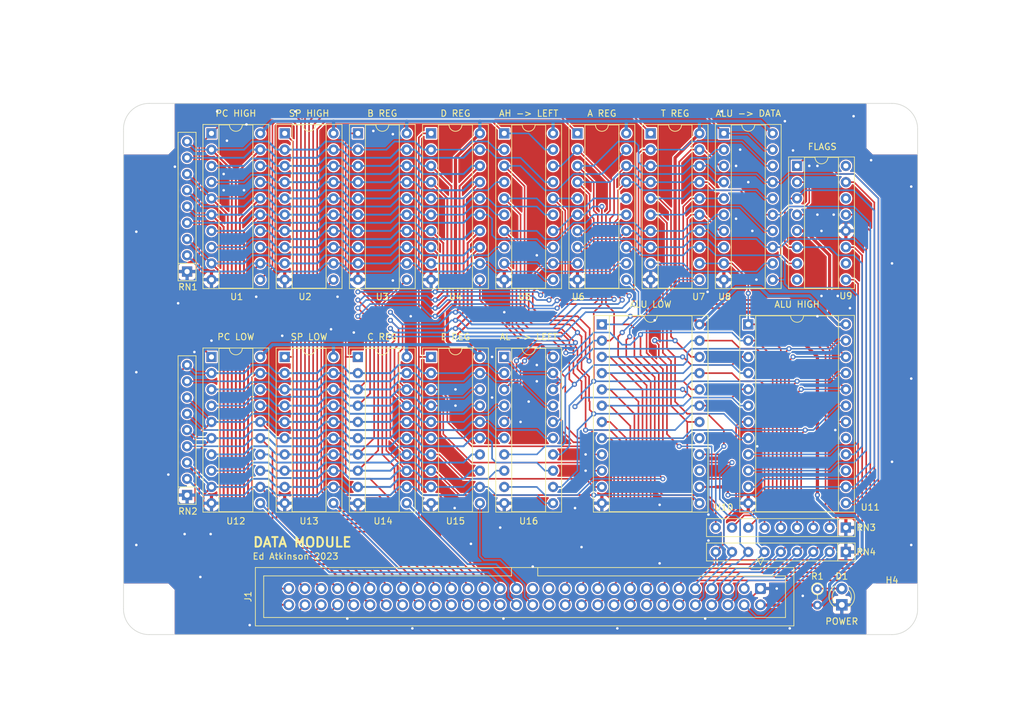
<source format=kicad_pcb>
(kicad_pcb (version 20221018) (generator pcbnew)
  (layers (0 "F.Cu" signal) (31 "B.Cu" signal) (34 "B.Paste" user) (35 "F.Paste" user) (36 "B.SilkS" user "B.Silkscreen") (37 "F.SilkS" user "F.Silkscreen") (38 "B.Mask" user) (39 "F.Mask" user) (44 "Edge.Cuts" user))
  (net 0 "")
  (net 1 "/~{BC_OUT}")
  (net 2 "Net-(D1-A)")
  (net 3 "/B_LOAD")
  (net 4 "/C_LOAD")
  (net 5 "/~{DE_OUT}")
  (net 6 "/PC_H_LOAD")
  (net 7 "/D_LOAD")
  (net 8 "/E_LOAD")
  (net 9 "/PC_L_LOAD")
  (net 10 "/SP_H_LOAD")
  (net 11 "/SP_L_LOAD")
  (net 12 "GND")
  (net 13 "+5V")
  (net 14 "/D5")
  (net 15 "/D7")
  (net 16 "/D6")
  (net 17 "/~{A_OUT}")
  (net 18 "/~{T_OUT}")
  (net 19 "/D4")
  (net 20 "/D1")
  (net 21 "/D3")
  (net 22 "/D2")
  (net 23 "/A_LOAD")
  (net 24 "/T_LOAD")
  (net 25 "/D0")
  (net 26 "/A7")
  (net 27 "/A6")
  (net 28 "/A5")
  (net 29 "/A4")
  (net 30 "/A3")
  (net 31 "/A2")
  (net 32 "/A1")
  (net 33 "/A0")
  (net 34 "/A15")
  (net 35 "/A14")
  (net 36 "/A13")
  (net 37 "/A12")
  (net 38 "/A11")
  (net 39 "/A10")
  (net 40 "/A9")
  (net 41 "/A8")
  (net 42 "/FLAGS_A_UPDATE")
  (net 43 "/FLAGS_B_UPDATE")
  (net 44 "/~{ALU_OUT}")
  (net 45 "/ALU_S0")
  (net 46 "/ALU_S1")
  (net 47 "/~{SP_OUT}")
  (net 48 "/ALU_S2")
  (net 49 "/ALU_S3")
  (net 50 "/ALU_M")
  (net 51 "/~{ALU_CIN}")
  (net 52 "/EQUAL_FLAG_B")
  (net 53 "/CARRY_FLAG_B")
  (net 54 "/~{PC_OUT}")
  (net 55 "/~{ADR_H_OUT}")
  (net 56 "/L0")
  (net 57 "/~{ADR_L_OUT}")
  (net 58 "/CARRY_FLAG_A")
  (net 59 "/L1")
  (net 60 "/L2")
  (net 61 "/EQUAL_FLAG_A")
  (net 62 "/L3")
  (net 63 "/L4")
  (net 64 "/L5")
  (net 65 "/L6")
  (net 66 "/L7")
  (net 67 "/ALU0")
  (net 68 "/ALU1")
  (net 69 "/ALU2")
  (net 70 "/ALU3")
  (net 71 "/ALU4")
  (net 72 "/ALU5")
  (net 73 "/ALU6")
  (net 74 "/ALU7")
  (net 75 "Net-(U15-A=B)")
  (net 76 "Net-(U15-Cn+4)")
  (net 81 "Net-(U14-A=B)")
  (net 83 "Net-(U14-Cn+4)")
  (net 88 "/~{RESET}")
  (net 89 "/CLK")
  (footprint "Package_DIP:DIP-24_W15.24mm_Socket" (layer "F.Cu") (at 148.59 78.735)
    (fp_text reference "U11")
    (fp_text value "74LS181")
  )
  (footprint "Package_DIP:DIP-20_W7.62mm_Socket" (layer "F.Cu") (at 64.77 48.895)
    (fp_text reference "U1")
    (fp_text value "74LS374" hide)
  )
  (footprint "Package_DIP:DIP-20_W7.62mm_Socket" (layer "F.Cu") (at 99.06 83.82)
    (fp_text reference "U15")
    (fp_text value "74LS374" hide)
  )
  (footprint "Resistor_THT:R_Array_SIP9" (layer "F.Cu") (at 163.83 114.3 180)
    (fp_text reference "RN4")
    (fp_text value "R_Network08")
  )
  (footprint "MountingHole:MountingHole_3.5mm" (layer "F.Cu") (at 55.035 48.21)
    (fp_text reference "H1" hide)
    (fp_text value "MountingHole")
  )
  (footprint "Package_DIP:DIP-20_W7.62mm_Socket" (layer "F.Cu") (at 64.77 83.82)
    (fp_text reference "U12")
    (fp_text value "74LS374" hide)
  )
  (footprint "Resistor_THT:R_Axial_DIN0204_L3.6mm_D1.6mm_P2.54mm_Vertical" (layer "F.Cu") (at 159.385 120.065 -90)
    (fp_text reference "R1")
    (fp_text value "330R")
  )
  (footprint "Package_DIP:DIP-20_W7.62mm_Socket" (layer "F.Cu") (at 121.92 48.895)
    (fp_text reference "U6")
    (fp_text value "74LS374" hide)
  )
  (footprint "Package_DIP:DIP-20_W7.62mm_Socket" (layer "F.Cu") (at 133.35 48.895)
    (fp_text reference "U7")
    (fp_text value "74LS374" hide)
  )
  (footprint "Connector_IDC:IDC-Header_2x30_P2.54mm_Vertical" (layer "F.Cu") (at 150.495 120.015 -90)
    (fp_text reference "J1")
    (fp_text value "Conn_02x30_Odd_Even")
  )
  (footprint "Package_DIP:DIP-20_W7.62mm_Socket" (layer "F.Cu") (at 76.2 83.82)
    (fp_text reference "U13")
    (fp_text value "74LS374" hide)
  )
  (footprint "Resistor_THT:R_Array_SIP9" (layer "F.Cu") (at 60.96 105.41 90)
    (fp_text reference "RN2")
    (fp_text value "R_Network08")
  )
  (footprint "Package_DIP:DIP-20_W7.62mm_Socket" (layer "F.Cu") (at 99.06 48.895)
    (fp_text reference "U4")
    (fp_text value "74LS374" hide)
  )
  (footprint "Package_DIP:DIP-20_W7.62mm_Socket" (layer "F.Cu") (at 87.64 48.895)
    (fp_text reference "U3")
    (fp_text value "74LS374" hide)
  )
  (footprint "Package_DIP:DIP-20_W7.62mm_Socket" (layer "F.Cu") (at 110.49 48.895)
    (fp_text reference "U5")
    (fp_text value "74LS244" hide)
  )
  (footprint "Package_DIP:DIP-20_W7.62mm_Socket" (layer "F.Cu") (at 110.49 83.82)
    (fp_text reference "U16")
    (fp_text value "74LS244" hide)
  )
  (footprint "NetTie:NetTie-2_SMD_Pad0.5mm" (layer "F.Cu") (at 144.145 104.14)
    (fp_text reference "NT1" hide)
    (fp_text value "NetTie_2")
  )
  (footprint "Package_DIP:DIP-20_W7.62mm_Socket" (layer "F.Cu") (at 87.63 83.82)
    (fp_text reference "U14")
    (fp_text value "74LS374" hide)
  )
  (footprint "LED_THT:LED_D3.0mm" (layer "F.Cu") (at 163.195 122.56 90)
    (fp_text reference "D1")
    (fp_text value "LED")
  )
  (footprint "Package_DIP:DIP-20_W7.62mm_Socket" (layer "F.Cu") (at 144.78 48.895)
    (fp_text reference "U8")
    (fp_text value "74LS244" hide)
  )
  (footprint "MountingHole:MountingHole_3.5mm" (layer "F.Cu") (at 171.035 123.21)
    (fp_text reference "H4")
    (fp_text value "MountingHole")
  )
  (footprint "Resistor_THT:R_Array_SIP9" (layer "F.Cu") (at 163.83 110.49 180)
    (fp_text reference "RN3")
    (fp_text value "R_Network08")
  )
  (footprint "MountingHole:MountingHole_3.5mm" (layer "F.Cu") (at 55.035 123.21)
    (fp_text reference "H3" hide)
    (fp_text value "MountingHole")
  )
  (footprint "Resistor_THT:R_Array_SIP9" (layer "F.Cu") (at 60.96 70.485 90)
    (fp_text reference "RN1")
    (fp_text value "R_Network08")
  )
  (footprint "Package_DIP:DIP-20_W7.62mm_Socket" (layer "F.Cu") (at 76.21 48.895)
    (fp_text reference "U2")
    (fp_text value "74LS374" hide)
  )
  (footprint "Package_DIP:DIP-16_W7.62mm_Socket" (layer "F.Cu") (at 156.21 53.975)
    (fp_text reference "U9")
    (fp_text value "74LS75")
  )
  (footprint "Package_DIP:DIP-24_W15.24mm_Socket" (layer "F.Cu") (at 125.73 78.74)
    (fp_text reference "U10")
    (fp_text value "74LS181")
  )
  (footprint "MountingHole:MountingHole_3.5mm" (layer "F.Cu") (at 171.035 48.21)
    (fp_text reference "H2" hide)
    (fp_text value "MountingHole")
  )
  (gr_arc (start 51.035 48.21) (mid 52.206573 45.381573) (end 55.035 44.21) (stroke (width 0.1)) (layer "Edge.Cuts"))
  (gr_line (start 55.035 127.21) (end 171.035 127.21) (stroke (width 0.1)) (layer "Edge.Cuts"))
  (gr_arc (start 175.035 123.21) (mid 173.863427 126.038427) (end 171.035 127.21) (stroke (width 0.1)) (layer "Edge.Cuts"))
  (gr_line (start 51.035 48.21) (end 51.035 123.21) (stroke (width 0.1)) (layer "Edge.Cuts"))
  (gr_arc (start 171.035 44.21) (mid 173.863427 45.381573) (end 175.035 48.21) (stroke (width 0.1)) (layer "Edge.Cuts"))
  (gr_line (start 171.035 44.21) (end 55.035 44.21) (stroke (width 0.1)) (layer "Edge.Cuts"))
  (gr_line (start 175.035 123.21) (end 175.035 48.21) (stroke (width 0.1)) (layer "Edge.Cuts"))
  (gr_arc (start 55.035 127.21) (mid 52.206573 126.038427) (end 51.035 123.21) (stroke (width 0.1)) (layer "Edge.Cuts"))
  (gr_text "FLAGS" (at 160.147 51.562) (layer "F.SilkS") (effects (font (size 1 1)) (justify bottom)))
  (gr_text "C REG" (at 91.44 81.28) (layer "F.SilkS") (effects (font (size 1 1)) (justify bottom)))
  (gr_text "AL -> LEFT" (at 114.3 81.28) (layer "F.SilkS") (effects (font (size 1 1)) (justify bottom)))
  (gr_text "D REG" (at 102.87 46.355) (layer "F.SilkS") (effects (font (size 1 1)) (justify bottom)))
  (gr_text "SP HIGH" (at 80.01 46.355) (layer "F.SilkS") (effects (font (size 1 1)) (justify bottom)))
  (gr_text "E REG" (at 102.87 81.28) (layer "F.SilkS") (effects (font (size 1 1)) (justify bottom)))
  (gr_text "A REG" (at 125.73 46.355) (layer "F.SilkS") (effects (font (size 1 1)) (justify bottom)))
  (gr_text "AH -> LEFT" (at 114.3 46.355) (layer "F.SilkS") (effects (font (size 1 1)) (justify bottom)))
  (gr_text "DATA MODULE" (at 71.12 113.665) (layer "F.SilkS") (effects (font (size 1.5 1.5) (thickness 0.3) bold) (justify left bottom)))
  (gr_text "T REG" (at 137.16 46.355) (layer "F.SilkS") (effects (font (size 1 1)) (justify bottom)))
  (gr_text "ALU LOW" (at 133.35 76.2) (layer "F.SilkS") (effects (font (size 1 1)) (justify bottom)))
  (gr_text "PC LOW" (at 68.58 81.28) (layer "F.SilkS") (effects (font (size 1 1)) (justify bottom)))
  (gr_text "B REG" (at 91.44 46.355) (layer "F.SilkS") (effects (font (size 1 1)) (justify bottom)))
  (gr_text "PC HIGH" (at 68.58 46.355) (layer "F.SilkS") (effects (font (size 1 1)) (justify bottom)))
  (gr_text "SP LOW" (at 80.01 81.28) (layer "F.SilkS") (effects (font (size 1 1)) (justify bottom)))
  (gr_text "Ed Atkinson 2023" (at 71.12 115.57) (layer "F.SilkS") (effects (font (size 1 1)) (justify left bottom)))
  (gr_text "ALU HIGH" (at 156.21 76.2) (layer "F.SilkS") (effects (font (size 1 1)) (justify bottom)))
  (gr_text "POWER" (at 163.195 125.73) (layer "F.SilkS") (effects (font (size 1 1)) (justify bottom)))
  (gr_text "ALU -> DATA" (at 148.59 46.355) (layer "F.SilkS") (effects (font (size 1 1)) (justify bottom)))
  (segment (start 89.535 102.87) (end 106.045 119.38) (width 0.25) (layer "F.Cu") (net 1))
  (segment (start 86.36 48.895) (end 85.725 49.53) (width 0.25) (layer "F.Cu") (net 1))
  (segment (start 87.63 83.82) (end 85.725 83.82) (width 0.25) (layer "F.Cu") (net 1))
  (segment (start 86.36 102.87) (end 89.535 102.87) (width 0.25) (layer "F.Cu") (net 1))
  (segment (start 106.045 121.285) (end 107.315 122.555) (width 0.25) (layer "F.Cu") (net 1))
  (segment (start 106.045 119.38) (end 106.045 121.285) (width 0.25) (layer "F.Cu") (net 1))
  (segment (start 85.725 102.235) (end 86.36 102.87) (width 0.25) (layer "F.Cu") (net 1))
  (segment (start 85.725 83.82) (end 85.725 102.235) (width 0.25) (layer "F.Cu") (net 1))
  (segment (start 87.64 48.895) (end 86.36 48.895) (width 0.25) (layer "F.Cu") (net 1))
  (segment (start 85.725 49.53) (end 85.725 83.82) (width 0.25) (layer "F.Cu") (net 1))
  (segment (start 159.43 120.02) (end 159.385 120.065) (width 0.25) (layer "F.Cu") (net 2))
  (segment (start 163.195 120.02) (end 159.43 120.02) (width 0.25) (layer "F.Cu") (net 2))
  (segment (start 93.98 105.41) (end 93.345 104.775) (width 0.25) (layer "F.Cu") (net 3))
  (segment (start 93.345 100.965) (end 91.44 99.06) (width 0.25) (layer "F.Cu") (net 3))
  (segment (start 107.315 119.38) (end 97.155 109.22) (width 0.25) (layer "F.Cu") (net 3))
  (segment (start 97.155 109.22) (end 97.155 106.045) (width 0.25) (layer "F.Cu") (net 3))
  (segment (start 97.155 106.045) (end 96.52 105.41) (width 0.25) (layer "F.Cu") (net 3))
  (segment (start 91.44 75.575) (end 95.26 71.755) (width 0.25) (layer "F.Cu") (net 3))
  (segment (start 96.52 105.41) (end 93.98 105.41) (width 0.25) (layer "F.Cu") (net 3))
  (segment (start 91.44 99.06) (end 91.44 75.575) (width 0.25) (layer "F.Cu") (net 3))
  (segment (start 107.315 120.015) (end 107.315 119.38) (width 0.25) (layer "F.Cu") (net 3))
  (segment (start 93.345 104.775) (end 93.345 100.965) (width 0.25) (layer "F.Cu") (net 3))
  (segment (start 95.25 106.68) (end 104.775 116.205) (width 0.3) (layer "B.Cu") (net 4))
  (segment (start 112.395 119.38) (end 112.395 120.015) (width 0.3) (layer "B.Cu") (net 4))
  (segment (start 104.775 116.205) (end 109.22 116.205) (width 0.3) (layer "B.Cu") (net 4))
  (segment (start 109.22 116.205) (end 112.395 119.38) (width 0.3) (layer "B.Cu") (net 4))
  (segment (start 97.79 48.895) (end 97.155 49.53) (width 0.25) (layer "F.Cu") (net 5))
  (segment (start 108.585 121.285) (end 109.855 122.555) (width 0.25) (layer "F.Cu") (net 5))
  (segment (start 97.155 49.53) (end 97.155 83.82) (width 0.25) (layer "F.Cu") (net 5))
  (segment (start 99.06 48.895) (end 97.79 48.895) (width 0.25) (layer "F.Cu") (net 5))
  (segment (start 100.33 105.41) (end 100.965 106.045) (width 0.25) (layer "F.Cu") (net 5))
  (segment (start 99.06 83.82) (end 97.155 83.82) (width 0.25) (layer "F.Cu") (net 5))
  (segment (start 100.965 106.045) (end 100.965 111.76) (width 0.25) (layer "F.Cu") (net 5))
  (segment (start 97.79 105.41) (end 100.33 105.41) (width 0.25) (layer "F.Cu") (net 5))
  (segment (start 97.155 83.82) (end 97.155 104.775) (width 0.25) (layer "F.Cu") (net 5))
  (segment (start 108.585 119.38) (end 108.585 121.285) (width 0.25) (layer "F.Cu") (net 5))
  (segment (start 97.155 104.775) (end 97.79 105.41) (width 0.25) (layer "F.Cu") (net 5))
  (segment (start 100.965 111.76) (end 108.585 119.38) (width 0.25) (layer "F.Cu") (net 5))
  (segment (start 78.105 109.855) (end 79.375 111.125) (width 0.25) (layer "F.Cu") (net 6))
  (segment (start 78.105 47.625) (end 78.105 109.855) (width 0.25) (layer "F.Cu") (net 6))
  (segment (start 72.39 71.755) (end 74.295 69.85) (width 0.25) (layer "F.Cu") (net 6))
  (segment (start 88.9 111.125) (end 97.155 119.38) (width 0.25) (layer "F.Cu") (net 6))
  (segment (start 74.295 69.85) (end 74.295 47.498) (width 0.25) (layer "F.Cu") (net 6))
  (segment (start 74.803 46.99) (end 77.47 46.99) (width 0.25) (layer "F.Cu") (net 6))
  (segment (start 77.47 46.99) (end 78.105 47.625) (width 0.25) (layer "F.Cu") (net 6))
  (segment (start 74.295 47.498) (end 74.803 46.99) (width 0.25) (layer "F.Cu") (net 6))
  (segment (start 97.155 119.38) (end 97.155 120.015) (width 0.25) (layer "F.Cu") (net 6))
  (segment (start 79.375 111.125) (end 88.9 111.125) (width 0.25) (layer "F.Cu") (net 6))
  (segment (start 119.38 86.36) (end 119.38 82.55) (width 0.25) (layer "F.Cu") (net 7))
  (segment (start 113.03 81.28) (end 106.68 74.93) (width 0.25) (layer "F.Cu") (net 7))
  (segment (start 122.555 119.38) (end 128.905 113.03) (width 0.25) (layer "F.Cu") (net 7))
  (segment (start 118.11 81.28) (end 113.03 81.28) (width 0.25) (layer "F.Cu") (net 7))
  (segment (start 122.555 120.015) (end 122.555 119.38) (width 0.25) (layer "F.Cu") (net 7))
  (segment (start 120.015 86.995) (end 119.38 86.36) (width 0.25) (layer "F.Cu") (net 7))
  (segment (start 120.015 94.615) (end 120.015 86.995) (width 0.25) (layer "F.Cu") (net 7))
  (segment (start 119.38 82.55) (end 118.11 81.28) (width 0.25) (layer "F.Cu") (net 7))
  (segment (start 128.905 113.03) (end 128.905 97.155) (width 0.25) (layer "F.Cu") (net 7))
  (segment (start 121.92 96.52) (end 120.015 94.615) (width 0.25) (layer "F.Cu") (net 7))
  (segment (start 128.905 97.155) (end 127 95.25) (width 0.25) (layer "F.Cu") (net 7))
  (segment (start 106.68 74.93) (end 106.68 71.755) (width 0.25) (layer "F.Cu") (net 7))
  (segment (start 123.19 96.52) (end 121.92 96.52) (width 0.25) (layer "F.Cu") (net 7))
  (segment (start 127 95.25) (end 124.46 95.25) (width 0.25) (layer "F.Cu") (net 7))
  (segment (start 124.46 95.25) (end 123.19 96.52) (width 0.25) (layer "F.Cu") (net 7))
  (segment (start 106.68 106.68) (end 106.68 114.935) (width 0.25) (layer "B.Cu") (net 8))
  (segment (start 113.665 119.38) (end 113.665 121.285) (width 0.25) (layer "B.Cu") (net 8))
  (segment (start 109.855 115.57) (end 113.665 119.38) (width 0.25) (layer "B.Cu") (net 8))
  (segment (start 107.315 115.57) (end 109.855 115.57) (width 0.25) (layer "B.Cu") (net 8))
  (segment (start 106.68 114.935) (end 107.315 115.57) (width 0.25) (layer "B.Cu") (net 8))
  (segment (start 113.665 121.285) (end 114.935 122.555) (width 0.25) (layer "B.Cu") (net 8))
  (segment (start 109.855 120.015) (end 109.855 119.38) (width 0.25) (layer "B.Cu") (net 9))
  (segment (start 107.95 117.475) (end 109.22 118.745) (width 0.3) (layer "B.Cu") (net 9))
  (segment (start 83.185 117.475) (end 107.95 117.475) (width 0.3) (layer "B.Cu") (net 9))
  (segment (start 109.855 119.38) (end 109.22 118.745) (width 0.25) (layer "B.Cu") (net 9))
  (segment (start 72.39 106.68) (end 83.185 117.475) (width 0.3) (layer "B.Cu") (net 9))
  (segment (start 81.915 104.775) (end 82.55 105.41) (width 0.25) (layer "F.Cu") (net 10))
  (segment (start 82.55 105.41) (end 90.805 105.41) (width 0.25) (layer "F.Cu") (net 10))
  (segment (start 83.83 71.755) (end 81.915 73.67) (width 0.25) (layer "F.Cu") (net 10))
  (segment (start 90.805 105.41) (end 104.775 119.38) (width 0.25) (layer "F.Cu") (net 10))
  (segment (start 81.915 73.67) (end 81.915 104.775) (width 0.25) (layer "F.Cu") (net 10))
  (segment (start 104.775 119.38) (end 104.775 120.015) (width 0.25) (layer "F.Cu") (net 10))
  (segment (start 111.125 119.38) (end 111.125 121.285) (width 0.3) (layer "B.Cu") (net 11))
  (segment (start 93.98 116.84) (end 108.585 116.84) (width 0.3) (layer "B.Cu") (net 11))
  (segment (start 83.82 106.68) (end 93.98 116.84) (width 0.3) (layer "B.Cu") (net 11))
  (segment (start 108.585 116.84) (end 111.125 119.38) (width 0.3) (layer "B.Cu") (net 11))
  (segment (start 111.125 121.285) (end 112.395 122.555) (width 0.3) (layer "B.Cu") (net 11))
  (segment (start 150.495 120.015) (end 149.225 121.285) (width 0.25) (layer "F.Cu") (net 12))
  (via (at 147.32 51.435) (size 0.8) (drill 0.4) (layers "F.Cu" "B.Cu") (net 12))
  (via (at 60.579 111.506) (size 0.8) (drill 0.4) (layers "F.Cu" "B.Cu") (net 12))
  (via (at 114.935 116.586) (size 0.8) (drill 0.4) (layers "F.Cu" "B.Cu") (net 12))
  (via (at 114.3 90.805) (size 0.8) (drill 0.4) (layers "F.Cu" "B.Cu") (net 12))
  (via (at 84.455 74.422) (size 0.8) (drill 0.4) (layers "F.Cu" "B.Cu") (net 12))
  (via (at 154.305 46.99) (size 0.8) (drill 0.4) (layers "F.Cu" "B.Cu") (net 12))
  (via (at 70.231 47.498) (size 0.8) (drill 0.4) (layers "F.Cu" "B.Cu") (net 12))
  (via (at 149.225 64.135) (size 0.8) (drill 0.4) (layers "F.Cu" "B.Cu") (net 12))
  (via (at 160.02 74.295) (size 0.8) (drill 0.4) (layers "F.Cu" "B.Cu") (net 12))
  (via (at 93.091 71.882) (size 0.8) (drill 0.4) (layers "F.Cu" "B.Cu") (net 12))
  (via (at 67.183 50.038) (size 0.8) (drill 0.4) (layers "F.Cu" "B.Cu") (net 12))
  (via (at 110.363 124.714) (size 0.8) (drill 0.4) (layers "F.Cu" "B.Cu") (net 12))
  (via (at 110.49 76.835) (size 0.8) (drill 0.4) (layers "F.Cu" "B.Cu") (net 12))
  (via (at 146.685 62.23) (size 0.8) (drill 0.4) (layers "F.Cu" "B.Cu") (net 12))
  (via (at 158.115 53.975) (size 0.8) (drill 0.4) (layers "F.Cu" "B.Cu") (net 12))
  (via (at 83.439 79.502) (size 0.8) (drill 0.4) (layers "F.Cu" "B.Cu") (net 12))
  (via (at 115.57 67.945) (size 0.8) (drill 0.4) (layers "F.Cu" "B.Cu") (net 12))
  (via (at 134.747 106.934) (size 0.8) (drill 0.4) (layers "F.Cu" "B.Cu") (net 12))
  (via (at 160.02 64.135) (size 0.8) (drill 0.4) (layers "F.Cu" "B.Cu") (net 12))
  (via (at 174.035 113.21) (size 0.8) (drill 0.4) (layers "F.Cu" "B.Cu") (net 12))
  (via (at 128.143 126.238) (size 0.8) (drill 0.4) (layers "F.Cu" "B.Cu") (net 12))
  (via (at 133.985 78.105) (size 0.8) (drill 0.4) (layers "F.Cu" "B.Cu") (net 12))
  (via (at 102.87 88.9) (size 0.8) (drill 0.4) (layers "F.Cu" "B.Cu") (net 12))
  (via (at 102.743 107.442) (size 0.8) (drill 0.4) (layers "F.Cu" "B.Cu") (net 12))
  (via (at 77.851 45.466) (size 0.8) (drill 0.4) (layers "F.Cu" "B.Cu") (net 12))
  (via (at 159.385 77.47) (size 0.8) (drill 0.4) (layers "F.Cu" "B.Cu") (net 12))
  (via (at 64.643 111.506) (size 0.8) (drill 0.4) (layers "F.Cu" "B.Cu") (net 12))
  (via (at 59.055 54.102) (size 0.8) (drill 0.4) (layers "F.Cu" "B.Cu") (net 12))
  (via (at 66.675 57.785) (size 0.8) (drill 0.4) (layers "F.Cu" "B.Cu") (net 12))
  (via (at 171.035 69.21) (size 0.8) (drill 0.4) (layers "F.Cu" "B.Cu") (net 12))
  (via (at 53.035 64.262) (size 0.8) (drill 0.4) (layers "F.Cu" "B.Cu") (net 12))
  (via (at 123.19 99.06) (size 0.8) (drill 0.4) (layers "F.Cu" "B.Cu") (net 12))
  (via (at 159.385 53.975) (size 0.8) (drill 0.4) (layers "F.Cu" "B.Cu") (net 12))
  (via (at 142.367 108.458) (size 0.8) (drill 0.4) (layers "F.Cu" "B.Cu") (net 12))
  (via (at 174.035 57.21) (size 0.8) (drill 0.4) (layers "F.Cu" "B.Cu") (net 12))
  (via (at 113.03 93.98) (size 0.8) (drill 0.4) (layers "F.Cu" "B.Cu") (net 12))
  (via (at 157.099 121.158) (size 0.8) (drill 0.4) (layers "F.Cu" "B.Cu") (net 12))
  (via (at 109.855 110.49) (size 0.8) (drill 0.4) (layers "F.Cu" "B.Cu") (net 12))
  (via (at 174.035 87.21) (size 0.8) (drill 0.4) (layers "F.Cu" "B.Cu") (net 12))
  (via (at 144.399 45.466) (size 0.8) (drill 0.4) (layers "F.Cu" "B.Cu") (net 12))
  (via (at 59.563 75.438) (size 0.8) (drill 0.4) (layers "F.Cu" "B.Cu") (net 12))
  (via (at 134.747 116.078) (size 0.8) (drill 0.4) (layers "F.Cu" "B.Cu") (net 12))
  (via (at 164.465 76.2) (size 0.8) (drill 0.4) (layers "F.Cu" "B.Cu") (net 12))
  (via (at 108.585 83.82) (size 0.8) (drill 0.4) (layers "F.Cu" "B.Cu") (net 12))
  (via (at 86.995 80.01) (size 0.8) (drill 0.4) (layers "F.Cu" "B.Cu") (net 12))
  (via (at 149.86 71.755) (size 0.8) (drill 0.4) (layers "F.Cu" "B.Cu") (net 12))
  (via (at 53.035 113.21) (size 0.8) (drill 0.4) (layers "F.Cu" "B.Cu") (net 12))
  (via (at 102.87 91.44) (size 0.8) (drill 0.4) (layers "F.Cu" "B.Cu") (net 12))
  (via (at 146.685 53.975) (size 0.8) (drill 0.4) (layers "F.Cu" "B.Cu") (net 12))
  (via (at 122.555 113.538) (size 0.8) (drill 0.4) (layers "F.Cu" "B.Cu") (net 12))
  (via (at 105.283 113.03) (size 0.8) (drill 0.4) (layers "F.Cu" "B.Cu") (net 12))
  (via (at 63.035 118.21) (size 0.8) (drill 0.4) (layers "F.Cu" "B.Cu") (net 12))
  (via (at 75.819 80.518) (size 0.8) (drill 0.4) (layers "F.Cu" "B.Cu") (net 12))
  (via (at 121.539 107.442) (size 0.8) (drill 0.4) (layers "F.Cu" "B.Cu") (net 12))
  (via (at 165.035 46.21) (size 0.8) (drill 0.4) (layers "F.Cu" "B.Cu") (net 12))
  (via (at 115.57 87.63) (size 0.8) (drill 0.4) (layers "F.Cu" "B.Cu") (net 12))
  (via (at 64.77 81.28) (size 0.8) (drill 0.4) (layers "F.Cu" "B.Cu") (net 12))
  (via (at 69.85 57.785) (size 0.8) (drill 0.4) (layers "F.Cu" "B.Cu") (net 12))
  (via (at 108.585 90.17) (size 0.8) (drill 0.4) (layers "F.Cu" "B.Cu") (net 12))
  (via (at 123.19 101.6) (size 0.8) (drill 0.4) (layers "F.Cu" "B.Cu") (net 12))
  (via (at 161.925 61.595) (size 0.8) (drill 0.4) (layers "F.Cu" "B.Cu") (net 12))
  (via (at 141.859 124.714) (size 0.8) (drill 0.4) (layers "F.Cu" "B.Cu") (net 12))
  (via (at 153.035 120.015) (size 0.8) (drill 0.4) (layers "F.Cu" "B.Cu") (net 12))
  (via (at 96.139 126.238) (size 0.8) (drill 0.4) (layers "F.Cu" "B.Cu") (net 12))
  (via (at 167.767 53.086) (size 0.8) (drill 0.4) (layers "F.Cu" "B.Cu") (net 12))
  (via (at 142.367 112.522) (size 0.8) (drill 0.4) (layers "F.Cu" "B.Cu") (net 12))
  (via (at 149.987 97.79) (size 0.8) (drill 0.4) (layers "F.Cu" "B.Cu") (net 12))
  (via (at 162.179 95.25) (size 0.8) (drill 0.4) (layers "F.Cu" "B.Cu") (net 12))
  (via (at 90.043 48.514) (size 0.8) (drill 0.4) (layers "F.Cu" "B.Cu") (net 12))
  (via (at 162.56 74.295) (size 0.8) (drill 0.4) (layers "F.Cu" "B.Cu") (net 12))
  (via (at 70.739 125.73) (size 0.8) (drill 0.4) (layers "F.Cu" "B.Cu") (net 12))
  (via (at 95.885 77.47) (size 0.8) (drill 0.4) (layers "F.Cu" "B.Cu") (net 12))
  (via (at 171.035 100.21) (size 0.8) (drill 0.4) (layers "F.Cu" "B.Cu") (net 12))
  (via (at 85.979 124.714) (size 0.8) (drill 0.4) (layers "F.Cu" "B.Cu") (net 12))
  (via (at 58.035 102.21) (size 0.8) (drill 0.4) (layers "F.Cu" "B.Cu") (net 12))
  (via (at 65.659 45.466) (size 0.8) (drill 0.4) (layers "F.Cu" "B.Cu") (net 12))
  (via (at 115.57 85.09) (size 0.8) (drill 0.4) (layers "F.Cu" "B.Cu") (net 12))
  (via (at 71.755 74.422) (size 0.8) (drill 0.4) (layers "F.Cu" "B.Cu") (net 12))
  (via (at 159.385 61.595) (size 0.8) (drill 0.4) (layers "F.Cu" "B.Cu") (net 12))
  (via (at 148.59 56.515) (size 0.8) (drill 0.4) (layers "F.Cu" "B.Cu") (net 12))
  (via (at 155.575 51.562) (size 0.8) (drill 0.4) (layers "F.Cu" "B.Cu") (net 12))
  (via (at 66.675 55.245) (size 0.8) (drill 0.4) (layers "F.Cu" "B.Cu") (net 12))
  (via (at 155.067 126.238) (size 0.8) (drill 0.4) (layers "F.Cu" "B.Cu") (net 12))
  (via (at 93.091 49.022) (size 0.8) (drill 0.4) (layers "F.Cu" "B.Cu") (net 12))
  (via (at 62.103 83.058) (size 0.8) (drill 0.4) (layers "F.Cu" "B.Cu") (net 12))
  (via (at 142.24 73.66) (size 0.8) (drill 0.4) (layers "F.Cu" "B.Cu") (net 12))
  (via (at 53.035 86.21) (size 0.8) (drill 0.4) (layers "F.Cu" "B.Cu") (net 12))
  (segment (start 161.29 77.47) (end 162.555 78.735) (width 0.5) (layer "F.Cu") (net 13))
  (segment (start 102.87 75.565) (end 101.6 76.835) (width 0.5) (layer "F.Cu") (net 13))
  (segment (start 106.68 81.915) (end 116.205 81.915) (width 0.5) (layer "F.Cu") (net 13))
  (segment (start 137.16 52.705) (end 137.16 74.93) (width 0.5) (layer "F.Cu") (net 13))
  (segment (start 159.385 83.82) (end 152.4 76.835) (width 0.5) (layer "F.Cu") (net 13))
  (segment (start 101.6 76.835) (end 101.6 81.28) (width 0.5) (layer "F.Cu") (net 13))
  (segment (start 161.29 67.945) (end 161.29 77.47) (width 0.5) (layer "F.Cu") (net 13))
  (segment (start 140.97 48.895) (end 137.16 52.705) (width 0.5) (layer "F.Cu") (net 13))
  (segment (start 106.68 83.82) (end 106.68 81.915) (width 0.5) (layer "F.Cu") (net 13))
  (segment (start 116.205 81.915) (end 118.11 83.82) (width 0.5) (layer "F.Cu") (net 13))
  (segment (start 102.87 52.705) (end 102.87 75.565) (width 0.5) (layer "F.Cu") (net 13))
  (segment (start 157.48 64.135) (end 161.29 67.945) (width 0.5) (layer "F.Cu") (net 13))
  (segment (start 162.555 78.735) (end 163.83 78.735) (width 0.5) (layer "F.Cu") (net 13))
  (segment (start 101.6 81.28) (end 102.235 81.915) (width 0.5) (layer "F.Cu") (net 13))
  (segment (start 159.385 122.605) (end 150.545 122.605) (width 0.5) (layer "F.Cu") (net 13))
  (segment (start 106.68 48.895) (end 102.87 52.705) (width 0.5) (layer "F.Cu") (net 13))
  (segment (start 156.21 64.135) (end 157.48 64.135) (width 0.5) (layer "F.Cu") (net 13))
  (segment (start 144.145 76.835) (end 142.24 78.74) (width 0.5) (layer "F.Cu") (net 13))
  (segment (start 152.4 76.835) (end 144.145 76.835) (width 0.5) (layer "F.Cu") (net 13))
  (segment (start 102.235 81.915) (end 106.68 81.915) (width 0.5) (layer "F.Cu") (net 13))
  (segment (start 150.545 122.605) (end 150.495 122.555) (width 0.25) (layer "F.Cu") (net 13))
  (segment (start 137.16 74.93) (end 140.97 78.74) (width 0.5) (layer "F.Cu") (net 13))
  (segment (start 159.385 105.41) (end 159.385 83.82) (width 0.5) (layer "F.Cu") (net 13))
  (segment (start 142.24 78.74) (end 140.97 78.74) (width 0.5) (layer "F.Cu") (net 13))
  (via (at 159.385 105.41) (size 0.8) (drill 0.4) (layers "F.Cu" "B.Cu") (net 13))
  (segment (start 162.555 78.735) (end 163.83 78.735) (width 0.5) (layer "B.Cu") (net 13))
  (segment (start 159.995 122.605) (end 159.385 122.605) (width 0.5) (layer "B.Cu") (net 13))
  (segment (start 118.11 46.99) (end 129.54 46.99) (width 0.5) (layer "B.Cu") (net 13))
  (segment (start 83.82 81.915) (end 95.25 81.915) (width 0.5) (layer "B.Cu") (net 13))
  (segment (start 140.97 46.99) (end 150.495 46.99) (width 0.5) (layer "B.Cu") (net 13))
  (segment (start 140.97 48.895) (end 140.97 46.99) (width 0.5) (layer "B.Cu") (net 13))
  (segment (start 72.39 48.895) (end 74.295 46.99) (width 0.5) (layer "B.Cu") (net 13))
  (segment (start 159.385 105.41) (end 159.385 106.045) (width 0.5) (layer "B.Cu") (net 13))
  (segment (start 166.37 109.855) (end 166.37 114.3) (width 0.5) (layer "B.Cu") (net 13))
  (segment (start 129.54 46.99) (end 140.97 46.99) (width 0.5) (layer "B.Cu") (net 13))
  (segment (start 166.37 114.3) (end 161.29 119.38) (width 0.5) (layer "B.Cu") (net 13))
  (segment (start 146.685 73.025) (end 150.495 73.025) (width 0.5) (layer "B.Cu") (net 13))
  (segment (start 161.29 121.31) (end 159.995 122.605) (width 0.5) (layer "B.Cu") (net 13))
  (segment (start 83.83 47) (end 83.82 46.99) (width 0.5) (layer "B.Cu") (net 13))
  (segment (start 161.925 108.585) (end 165.1 108.585) (width 0.5) (layer "B.Cu") (net 13))
  (segment (start 118.11 48.895) (end 118.11 46.99) (width 0.5) (layer "B.Cu") (net 13))
  (segment (start 95.26 47) (end 95.25 46.99) (width 0.5) (layer "B.Cu") (net 13))
  (segment (start 129.54 48.895) (end 129.54 46.99) (width 0.5) (layer "B.Cu") (net 13))
  (segment (start 158.115 74.295) (end 162.555 78.735) (width 0.5) (layer "B.Cu") (net 13))
  (segment (start 74.295 46.99) (end 83.82 46.99) (width 0.5) (layer "B.Cu") (net 13))
  (segment (start 74.295 81.915) (end 83.82 81.915) (width 0.5) (layer "B.Cu") (net 13))
  (segment (start 83.82 46.99) (end 95.25 46.99) (width 0.5) (layer "B.Cu") (net 13))
  (segment (start 159.385 106.045) (end 161.925 108.585) (width 0.5) (layer "B.Cu") (net 13))
  (segment (start 106.68 48.895) (end 106.68 46.99) (width 0.5) (layer "B.Cu") (net 13))
  (segment (start 95.26 48.895) (end 95.26 47) (width 0.5) (layer "B.Cu") (net 13))
  (segment (start 151.765 74.295) (end 158.115 74.295) (width 0.5) (layer "B.Cu") (net 13))
  (segment (start 72.39 83.82) (end 74.295 81.915) (width 0.5) (layer "B.Cu") (net 13))
  (segment (start 95.25 83.82) (end 95.25 81.915) (width 0.5) (layer "B.Cu") (net 13))
  (segment (start 95.25 81.915) (end 104.775 81.915) (width 0.5) (layer "B.Cu") (net 13))
  (segment (start 83.83 48.895) (end 83.83 47) (width 0.5) (layer "B.Cu") (net 13))
  (segment (start 152.4 48.895) (end 150.495 46.99) (width 0.5) (layer "B.Cu") (net 13))
  (segment (start 106.68 46.99) (end 118.11 46.99) (width 0.5) (layer "B.Cu") (net 13))
  (segment (start 150.495 73.025) (end 151.765 74.295) (width 0.5) (layer "B.Cu") (net 13))
  (segment (start 140.97 78.74) (end 146.685 73.025) (width 0.5) (layer "B.Cu") (net 13))
  (segment (start 161.29 119.38) (end 161.29 121.31) (width 0.5) (layer "B.Cu") (net 13))
  (segment (start 83.82 83.82) (end 83.82 81.915) (width 0.5) (layer "B.Cu") (net 13))
  (segment (start 95.25 46.99) (end 106.68 46.99) (width 0.5) (layer "B.Cu") (net 13))
  (segment (start 165.1 108.585) (end 166.37 109.855) (width 0.5) (layer "B.Cu") (net 13))
  (segment (start 104.775 81.915) (end 106.68 83.82) (width 0.5) (layer "B.Cu") (net 13))
  (segment (start 140.97 61.595) (end 139.7 61.595) (width 0.25) (layer "F.Cu") (net 14))
  (segment (start 139.7 61.595) (end 139.065 62.23) (width 0.25) (layer "F.Cu") (net 14))
  (segment (start 141.605 61.595) (end 140.97 61.595) (width 0.25) (layer "F.Cu") (net 14))
  (segment (start 154.94 106.68) (end 154.94 84.45) (width 0.25) (layer "F.Cu") (net 14))
  (segment (start 141.605 74.93) (end 154.945 74.93) (width 0.25) (layer "F.Cu") (net 14))
  (segment (start 154.945 74.93) (end 163.83 83.815) (width 0.25) (layer "F.Cu") (net 14))
  (segment (start 139.065 62.23) (end 139.065 72.39) (width 0.25) (layer "F.Cu") (net 14))
  (segment (start 144.145 64.135) (end 141.605 61.595) (width 0.25) (layer "F.Cu") (net 14))
  (segment (start 139.065 72.39) (end 141.605 74.93) (width 0.25) (layer "F.Cu") (net 14))
  (segment (start 157.48 113.03) (end 157.48 109.22) (width 0.25) (layer "F.Cu") (net 14))
  (segment (start 157.48 109.22) (end 154.94 106.68) (width 0.25) (layer "F.Cu") (net 14))
  (segment (start 154.94 84.45) (end 155.575 83.815) (width 0.25) (layer "F.Cu") (net 14))
  (segment (start 156.21 114.3) (end 157.48 113.03) (width 0.25) (layer "F.Cu") (net 14))
  (segment (start 144.78 64.135) (end 144.145 64.135) (width 0.25) (layer "F.Cu") (net 14))
  (via (at 155.575 83.815) (size 0.8) (drill 0.4) (layers "F.Cu" "B.Cu") (net 14))
  (segment (start 147.955 118.11) (end 146.685 119.38) (width 0.25) (layer "B.Cu") (net 14))
  (segment (start 156.21 114.3) (end 152.4 118.11) (width 0.25) (layer "B.Cu") (net 14))
  (segment (start 146.685 119.38) (end 146.685 121.285) (width 0.25) (layer "B.Cu") (net 14))
  (segment (start 155.575 83.815) (end 163.83 83.815) (width 0.25) (layer "B.Cu") (net 14))
  (segment (start 152.4 118.11) (end 147.955 118.11) (width 0.25) (layer "B.Cu") (net 14))
  (segment (start 146.685 121.285) (end 145.415 122.555) (width 0.25) (layer "B.Cu") (net 14))
  (segment (start 139.7 51.435) (end 140.97 51.435) (width 0.25) (layer "F.Cu") (net 15))
  (segment (start 137.795 73.66) (end 137.795 53.34) (width 0.25) (layer "F.Cu") (net 15))
  (segment (start 163.83 93.975) (end 163.825 93.98) (width 0.25) (layer "F.Cu") (net 15))
  (segment (start 163.825 93.98) (end 160.655 93.98) (width 0.25) (layer "F.Cu") (net 15))
  (segment (start 141.605 51.435) (end 144.145 53.975) (width 0.25) (layer "F.Cu") (net 15))
  (segment (start 137.795 53.34) (end 139.7 51.435) (width 0.25) (layer "F.Cu") (net 15))
  (segment (start 140.335 76.2) (end 137.795 73.66) (width 0.25) (layer "F.Cu") (net 15))
  (segment (start 162.56 113.03) (end 162.56 109.22) (width 0.25) (layer "F.Cu") (net 15))
  (segment (start 153.67 76.2) (end 140.335 76.2) (width 0.25) (layer "F.Cu") (net 15))
  (segment (start 160.655 107.315) (end 160.655 83.185) (width 0.25) (layer "F.Cu") (net 15))
  (segment (start 160.655 83.185) (end 153.67 76.2) (width 0.25) (layer "F.Cu") (net 15))
  (segment (start 144.145 53.975) (end 144.78 53.975) (width 0.25) (layer "F.Cu") (net 15))
  (segment (start 162.56 109.22) (end 160.655 107.315) (width 0.25) (layer "F.Cu") (net 15))
  (segment (start 161.29 114.3) (end 162.56 113.03) (width 0.25) (layer "F.Cu") (net 15))
  (segment (start 140.97 51.435) (end 141.605 51.435) (width 0.25) (layer "F.Cu") (net 15))
  (segment (start 149.86 124.46) (end 151.13 124.46) (width 0.25) (layer "B.Cu") (net 15))
  (segment (start 151.13 124.46) (end 161.29 114.3) (width 0.25) (layer "B.Cu") (net 15))
  (segment (start 147.955 122.555) (end 149.86 124.46) (width 0.25) (layer "B.Cu") (net 15))
  (segment (start 140.97 75.565) (end 154.305 75.565) (width 0.25) (layer "F.Cu") (net 16))
  (segment (start 138.43 73.025) (end 140.97 75.565) (width 0.25) (layer "F.Cu") (net 16))
  (segment (start 160.02 113.03) (end 158.75 114.3) (width 0.25) (layer "F.Cu") (net 16))
  (segment (start 161.29 82.55) (end 161.29 86.355) (width 0.25) (layer "F.Cu") (net 16))
  (segment (start 156.21 89.53) (end 156.21 105.41) (width 0.25) (layer "F.Cu") (net 16))
  (segment (start 161.29 86.355) (end 163.83 88.895) (width 0.25) (layer "F.Cu") (net 16))
  (segment (start 154.305 75.565) (end 161.29 82.55) (width 0.25) (layer "F.Cu") (net 16))
  (segment (start 140.97 59.055) (end 139.7 59.055) (width 0.25) (layer "F.Cu") (net 16))
  (segment (start 160.02 109.22) (end 160.02 113.03) (width 0.25) (layer "F.Cu") (net 16))
  (segment (start 156.845 88.895) (end 156.21 89.53) (width 0.25) (layer "F.Cu") (net 16))
  (segment (start 156.21 105.41) (end 160.02 109.22) (width 0.25) (layer "F.Cu") (net 16))
  (segment (start 138.43 60.325) (end 138.43 73.025) (width 0.25) (layer "F.Cu") (net 16))
  (segment (start 139.7 59.055) (end 138.43 60.325) (width 0.25) (layer "F.Cu") (net 16))
  (via (at 156.845 88.895) (size 0.8) (drill 0.4) (layers "F.Cu" "B.Cu") (net 16))
  (segment (start 147.955 119.38) (end 147.955 120.015) (width 0.25) (layer "B.Cu") (net 16))
  (segment (start 140.97 59.055) (end 144.78 59.055) (width 0.25) (layer "B.Cu") (net 16))
  (segment (start 148.59 118.745) (end 147.955 119.38) (width 0.25) (layer "B.Cu") (net 16))
  (segment (start 156.845 88.895) (end 163.83 88.895) (width 0.25) (layer "B.Cu") (net 16))
  (segment (start 154.305 118.745) (end 148.59 118.745) (width 0.25) (layer "B.Cu") (net 16))
  (segment (start 158.75 114.3) (end 154.305 118.745) (width 0.25) (layer "B.Cu") (net 16))
  (segment (start 91.44 108.585) (end 102.235 119.38) (width 0.25) (layer "F.Cu") (net 17))
  (segment (start 80.645 107.313604) (end 81.916396 108.585) (width 0.25) (layer "F.Cu") (net 17))
  (segment (start 121.92 48.895) (end 119.38 46.355) (width 0.25) (layer "F.Cu") (net 17))
  (segment (start 81.916396 108.585) (end 91.44 108.585) (width 0.25) (layer "F.Cu") (net 17))
  (segment (start 80.645 47.625) (end 80.645 107.313604) (width 0.25) (layer "F.Cu") (net 17))
  (segment (start 81.915 46.355) (end 80.645 47.625) (width 0.25) (layer "F.Cu") (net 17))
  (segment (start 102.235 119.38) (end 102.235 120.015) (width 0.25) (layer "F.Cu") (net 17))
  (segment (start 119.38 46.355) (end 81.915 46.355) (width 0.25) (layer "F.Cu") (net 17))
  (segment (start 100.965 119.38) (end 100.965 121.285) (width 0.25) (layer "F.Cu") (net 18))
  (segment (start 133.35 48.895) (end 130.175 45.72) (width 0.25) (layer "F.Cu") (net 18))
  (segment (start 81.28 45.72) (end 80.01 46.99) (width 0.25) (layer "F.Cu") (net 18))
  (segment (start 81.28 109.22) (end 90.805 109.22) (width 0.25) (layer "F.Cu") (net 18))
  (segment (start 80.01 46.99) (end 80.01 107.95) (width 0.25) (layer "F.Cu") (net 18))
  (segment (start 100.965 121.285) (end 102.235 122.555) (width 0.25) (layer "F.Cu") (net 18))
  (segment (start 80.01 107.95) (end 81.28 109.22) (width 0.25) (layer "F.Cu") (net 18))
  (segment (start 90.805 109.22) (end 100.965 119.38) (width 0.25) (layer "F.Cu") (net 18))
  (segment (start 130.175 45.72) (end 81.28 45.72) (width 0.25) (layer "F.Cu") (net 18))
  (segment (start 153.67 82.55) (end 149.855 78.735) (width 0.25) (layer "F.Cu") (net 19))
  (segment (start 149.855 78.735) (end 148.59 78.735) (width 0.25) (layer "F.Cu") (net 19))
  (segment (start 154.305 108.585) (end 153.67 107.95) (width 0.25) (layer "F.Cu") (net 19))
  (segment (start 154.306396 108.585) (end 154.305 108.585) (width 0.25) (layer "F.Cu") (net 19))
  (segment (start 146.05 69.215) (end 144.78 69.215) (width 0.25) (layer "F.Cu") (net 19))
  (segment (start 148.59 71.755) (end 146.05 69.215) (width 0.25) (layer "F.Cu") (net 19))
  (segment (start 154.94 113.03) (end 154.94 109.218604) (width 0.25) (layer "F.Cu") (net 19))
  (segment (start 153.67 114.3) (end 154.94 113.03) (width 0.25) (layer "F.Cu") (net 19))
  (segment (start 148.59 73.8745) (end 148.59 71.755) (width 0.25) (layer "F.Cu") (net 19))
  (segment (start 153.67 107.95) (end 153.67 82.55) (width 0.25) (layer "F.Cu") (net 19))
  (segment (start 154.94 109.218604) (end 154.306396 108.585) (width 0.25) (layer "F.Cu") (net 19))
  (via (at 148.59 73.8745) (size 0.8) (drill 0.4) (layers "F.Cu" "B.Cu") (net 19))
  (segment (start 148.59 78.735) (end 148.59 73.8745) (width 0.25) (layer "B.Cu") (net 19))
  (segment (start 140.97 69.215) (end 144.78 69.215) (width 0.25) (layer "B.Cu") (net 19))
  (segment (start 147.32 117.475) (end 150.495 117.475) (width 0.25) (layer "B.Cu") (net 19))
  (segment (start 150.495 117.475) (end 153.67 114.3) (width 0.25) (layer "B.Cu") (net 19))
  (segment (start 145.415 120.015) (end 145.415 119.38) (width 0.25) (layer "B.Cu") (net 19))
  (segment (start 145.415 119.38) (end 147.32 117.475) (width 0.25) (layer "B.Cu") (net 19))
  (segment (start 136.525 80.645) (end 137.16 81.28) (width 0.25) (layer "F.Cu") (net 20))
  (segment (start 133.35 59.055) (end 134.62 59.055) (width 0.25) (layer "F.Cu") (net 20))
  (segment (start 135.89 95.885) (end 135.89 85.09) (width 0.25) (layer "F.Cu") (net 20))
  (segment (start 137.16 81.28) (end 139.7 83.82) (width 0.25) (layer "F.Cu") (net 20))
  (segment (start 139.7 83.82) (end 140.97 83.82) (width 0.25) (layer "F.Cu") (net 20))
  (segment (start 136.525 60.96) (end 136.525 80.645) (width 0.25) (layer "F.Cu") (net 20))
  (segment (start 137.795 97.79) (end 135.89 95.885) (width 0.25) (layer "F.Cu") (net 20))
  (segment (start 135.89 85.09) (end 134.62 83.82) (width 0.25) (layer "F.Cu") (net 20))
  (segment (start 134.62 83.82) (end 134.62 81.915) (width 0.25) (layer "F.Cu") (net 20))
  (segment (start 134.62 59.055) (end 136.525 60.96) (width 0.25) (layer "F.Cu") (net 20))
  (segment (start 134.62 81.915) (end 133.985 81.28) (width 0.25) (layer "F.Cu") (net 20))
  (via (at 137.795 97.79) (size 0.8) (drill 0.4) (layers "F.Cu" "B.Cu") (net 20))
  (via (at 133.985 81.28) (size 0.8) (drill 0.4) (layers "F.Cu" "B.Cu") (net 20))
  (via (at 137.16 81.28) (size 0.8) (drill 0.4) (layers "F.Cu" "B.Cu") (net 20))
  (segment (start 142.875 107.315) (end 144.78 109.22) (width 0.25) (layer "B.Cu") (net 20))
  (segment (start 142.875 97.79) (end 142.875 107.315) (width 0.25) (layer "B.Cu") (net 20))
  (segment (start 141.605 121.285) (end 140.335 122.555) (width 0.25) (layer "B.Cu") (net 20))
  (segment (start 133.35 59.055) (end 138.43 59.055) (width 0.25) (layer "B.Cu") (net 20))
  (segment (start 137.795 97.79) (end 142.875 97.79) (width 0.25) (layer "B.Cu") (net 20))
  (segment (start 141.605 119.38) (end 141.605 121.285) (width 0.25) (layer "B.Cu") (net 20))
  (segment (start 144.78 109.22) (end 144.78 113.03) (width 0.25) (layer "B.Cu") (net 20))
  (segment (start 144.78 113.03) (end 146.05 114.3) (width 0.25) (layer "B.Cu") (net 20))
  (segment (start 151.13 59.055) (end 152.4 59.055) (width 0.25) (layer "B.Cu") (net 20))
  (segment (start 139.7 57.785) (end 149.86 57.785) (width 0.25) (layer "B.Cu") (net 20))
  (segment (start 146.05 114.3) (end 146.05 114.935) (width 0.25) (layer "B.Cu") (net 20))
  (segment (start 149.86 57.785) (end 151.13 59.055) (width 0.25) (layer "B.Cu") (net 20))
  (segment (start 146.05 114.935) (end 141.605 119.38) (width 0.25) (layer "B.Cu") (net 20))
  (segment (start 138.43 59.055) (end 139.7 57.785) (width 0.25) (layer "B.Cu") (net 20))
  (segment (start 133.985 81.28) (end 137.16 81.28) (width 0.25) (layer "B.Cu") (net 20))
  (segment (start 146.05 100.33) (end 139.7 100.33) (width 0.25) (layer "F.Cu") (net 21))
  (segment (start 134.62 69.215) (end 135.255 69.85) (width 0.25) (layer "F.Cu") (net 21))
  (segment (start 135.255 69.85) (end 135.255 83.185) (width 0.25) (layer "F.Cu") (net 21))
  (segment (start 136.525 91.44) (end 139.065 93.98) (width 0.25) (layer "F.Cu") (net 21))
  (segment (start 133.35 69.215) (end 134.62 69.215) (width 0.25) (layer "F.Cu") (net 21))
  (segment (start 139.065 99.695) (end 139.065 93.98) (width 0.25) (layer "F.Cu") (net 21))
  (segment (start 139.065 93.98) (end 140.97 93.98) (width 0.25) (layer "F.Cu") (net 21))
  (segment (start 135.255 83.185) (end 136.525 84.455) (width 0.25) (layer "F.Cu") (net 21))
  (segment (start 139.7 100.33) (end 139.065 99.695) (width 0.25) (layer "F.Cu") (net 21))
  (segment (start 136.525 84.455) (end 136.525 91.44) (width 0.25) (layer "F.Cu") (net 21))
  (via (at 146.05 100.33) (size 0.8) (drill 0.4) (layers "F.Cu" "B.Cu") (net 21))
  (segment (start 151.13 114.3) (end 148.59 116.84) (width 0.25) (layer "B.Cu") (net 21))
  (segment (start 146.685 116.84) (end 144.145 119.38) (width 0.25) (layer "B.Cu") (net 21))
  (segment (start 144.145 121.285) (end 142.875 122.555) (width 0.25) (layer "B.Cu") (net 21))
  (segment (start 151.13 69.215) (end 149.86 70.485) (width 0.25) (layer "B.Cu") (net 21))
  (segment (start 138.43 69.215) (end 133.35 69.215) (width 0.25) (layer "B.Cu") (net 21))
  (segment (start 149.86 109.22) (end 149.86 113.03) (width 0.25) (layer "B.Cu") (net 21))
  (segment (start 146.05 100.33) (end 144.145 102.235) (width 0.25) (layer "B.Cu") (net 21))
  (segment (start 144.145 106.045) (end 146.05 107.95) (width 0.25) (layer "B.Cu") (net 21))
  (segment (start 149.86 70.485) (end 139.7 70.485) (width 0.25) (layer "B.Cu") (net 21))
  (segment (start 139.7 70.485) (end 138.43 69.215) (width 0.25) (layer "B.Cu") (net 21))
  (segment (start 151.13 69.215) (end 152.4 69.215) (width 0.25) (layer "B.Cu") (net 21))
  (segment (start 144.145 119.38) (end 144.145 121.285) (width 0.25) (layer "B.Cu") (net 21))
  (segment (start 149.86 113.03) (end 151.13 114.3) (width 0.25) (layer "B.Cu") (net 21))
  (segment (start 148.59 116.84) (end 146.685 116.84) (width 0.25) (layer "B.Cu") (net 21))
  (segment (start 144.145 102.235) (end 144.145 106.045) (width 0.25) (layer "B.Cu") (net 21))
  (segment (start 146.05 107.95) (end 148.59 107.95) (width 0.25) (layer "B.Cu") (net 21))
  (segment (start 148.59 107.95) (end 149.86 109.22) (width 0.25) (layer "B.Cu") (net 21))
  (segment (start 139.065 92.71) (end 142.24 92.71) (width 0.25) (layer "F.Cu") (net 22))
  (segment (start 144.78 95.25) (end 144.78 97.79) (width 0.25) (layer "F.Cu") (net 22))
  (segment (start 140.97 88.9) (end 139.7 88.9) (width 0.25) (layer "F.Cu") (net 22))
  (segment (start 135.89 82.55) (end 137.16 83.82) (width 0.25) (layer "F.Cu") (net 22))
  (segment (start 135.89 62.865) (end 135.89 82.55) (width 0.25) (layer "F.Cu") (net 22))
  (segment (start 137.16 87.63) (end 137.16 88.265) (width 0.25) (layer "F.Cu") (net 22))
  (segment (start 138.43 87.63) (end 137.16 87.63) (width 0.25) (layer "F.Cu") (net 22))
  (segment (start 139.7 88.9) (end 138.43 87.63) (width 0.25) (layer "F.Cu") (net 22))
  (segment (start 133.35 61.595) (end 134.62 61.595) (width 0.25) (layer "F.Cu") (net 22))
  (segment (start 137.16 88.265) (end 137.16 90.805) (width 0.25) (layer "F.Cu") (net 22))
  (segment (start 142.24 92.71) (end 144.78 95.25) (width 0.25) (layer "F.Cu") (net 22))
  (segment (start 137.16 83.82) (end 137.16 87.63) (width 0.25) (layer "F.Cu") (net 22))
  (segment (start 137.16 90.805) (end 139.065 92.71) (width 0.25) (layer "F.Cu") (net 22))
  (segment (start 134.62 61.595) (end 135.89 62.865) (width 0.25) (layer "F.Cu") (net 22))
  (via (at 144.78 97.79) (size 0.8) (drill 0.4) (layers "F.Cu" "B.Cu") (net 22))
  (segment (start 139.7 60.325) (end 147.32 60.325) (width 0.25) (layer "B.Cu") (net 22))
  (segment (start 146.685 116.205) (end 148.59 114.3) (width 0.25) (layer "B.Cu") (net 22))
  (segment (start 144.78 97.79) (end 143.51 99.06) (width 0.25) (layer "B.Cu") (net 22))
  (segment (start 151.13 64.135) (end 152.4 64.135) (width 0.25) (layer "B.Cu") (net 22))
  (segment (start 143.51 106.68) (end 145.415 108.585) (width 0.25) (layer "B.Cu") (net 22))
  (segment (start 146.685 108.585) (end 147.32 109.22) (width 0.25) (layer "B.Cu") (net 22))
  (segment (start 142.875 120.015) (end 142.875 119.378604) (width 0.25) (layer "B.Cu") (net 22))
  (segment (start 147.32 113.03) (end 148.59 114.3) (width 0.25) (layer "B.Cu") (net 22))
  (segment (start 145.415 108.585) (end 146.685 108.585) (width 0.25) (layer "B.Cu") (net 22))
  (segment (start 142.875 119.378604) (end 146.048604 116.205) (width 0.25) (layer "B.Cu") (net 22))
  (segment (start 146.048604 116.205) (end 146.685 116.205) (width 0.25) (layer "B.Cu") (net 22))
  (segment (start 138.43 61.595) (end 139.7 60.325) (width 0.25) (layer "B.Cu") (net 22))
  (segment (start 147.32 60.325) (end 151.13 64.135) (width 0.25) (layer "B.Cu") (net 22))
  (segment (start 133.35 61.595) (end 138.43 61.595) (width 0.25) (layer "B.Cu") (net 22))
  (segment (start 147.32 109.22) (end 147.32 113.03) (width 0.25) (layer "B.Cu") (net 22))
  (segment (start 143.51 99.06) (end 143.51 106.68) (width 0.25) (layer "B.Cu") (net 22))
  (segment (start 128.27 80.645) (end 128.27 83.82) (width 0.25) (layer "F.Cu") (net 23))
  (segment (start 130.175 119.38) (end 130.175 120.015) (width 0.25) (layer "F.Cu") (net 23))
  (segment (start 132.715 88.265) (end 132.715 116.84) (width 0.25) (layer "F.Cu") (net 23))
  (segment (start 128.905 80.01) (end 128.27 80.645) (width 0.25) (layer "F.Cu") (net 23))
  (segment (start 128.27 83.82) (end 132.715 88.265) (width 0.25) (layer "F.Cu") (net 23))
  (segment (start 132.715 116.84) (end 130.175 119.38) (width 0.25) (layer "F.Cu") (net 23))
  (via (at 128.905 80.01) (size 0.8) (drill 0.4) (layers "F.Cu" "B.Cu") (net 23))
  (segment (start 131.445 73.66) (end 129.54 71.755) (width 0.25) (layer "B.Cu") (net 23))
  (segment (start 131.445 77.47) (end 131.445 73.66) (width 0.25) (layer "B.Cu") (net 23))
  (segment (start 128.905 80.01) (end 131.445 77.47) (width 0.25) (layer "B.Cu") (net 23))
  (segment (start 133.35 117.475) (end 131.445 119.38) (width 0.25) (layer "F.Cu") (net 24))
  (segment (start 130.0855 80.645) (end 129.54 81.1905) (width 0.25) (layer "F.Cu") (net 24))
  (segment (start 131.445 119.38) (end 131.445 121.285) (width 0.25) (layer "F.Cu") (net 24))
  (segment (start 131.445 121.285) (end 130.175 122.555) (width 0.25) (layer "F.Cu") (net 24))
  (segment (start 129.54 83.82) (end 133.35 87.63) (width 0.25) (layer "F.Cu") (net 24))
  (segment (start 133.35 87.63) (end 133.35 117.475) (width 0.25) (layer "F.Cu") (net 24))
  (segment (start 129.54 81.1905) (end 129.54 83.82) (width 0.25) (layer "F.Cu") (net 24))
  (via (at 130.0855 80.645) (size 0.8) (drill 0.4) (layers "F.Cu" "B.Cu") (net 24))
  (segment (start 130.0855 80.645) (end 130.0855 79.465896) (width 0.25) (layer "B.Cu") (net 24))
  (segment (start 137.796396 71.755) (end 140.97 71.755) (width 0.25) (layer "B.Cu") (net 24))
  (segment (start 130.0855 79.465896) (end 137.796396 71.755) (width 0.25) (layer "B.Cu") (net 24))
  (segment (start 132.715 77.47) (end 132.715 83.185) (width 0.25) (layer "F.Cu") (net 25))
  (segment (start 139.7 102.87) (end 146.05 102.87) (width 0.25) (layer "F.Cu") (net 25))
  (segment (start 132.715 74.295) (end 131.445 73.025) (width 0.25) (layer "F.Cu") (net 25))
  (segment (start 132.715 77.47) (end 130.175 77.47) (width 0.25) (layer "F.Cu") (net 25))
  (segment (start 146.685 107.315) (end 144.78 109.22) (width 0.25) (layer "F.Cu") (net 25))
  (segment (start 132.715 77.47) (end 132.715 74.295) (width 0.25) (layer "F.Cu") (net 25))
  (segment (start 144.78 113.03) (end 143.51 114.3) (width 0.25) (layer "F.Cu") (net 25))
  (segment (start 132.08 51.435) (end 133.35 51.435) (width 0.25) (layer "F.Cu") (net 25))
  (segment (start 146.05 102.87) (end 146.685 103.505) (width 0.25) (layer "F.Cu") (net 25))
  (segment (start 131.445 73.025) (end 131.445 52.07) (width 0.25) (layer "F.Cu") (net 25))
  (segment (start 144.78 109.22) (end 144.78 113.03) (width 0.25) (layer "F.Cu") (net 25))
  (segment (start 132.715 83.185) (end 135.255 85.725) (width 0.25) (layer "F.Cu") (net 25))
  (segment (start 131.445 52.07) (end 132.08 51.435) (width 0.25) (layer "F.Cu") (net 25))
  (segment (start 146.685 103.505) (end 146.685 107.315) (width 0.25) (layer "F.Cu") (net 25))
  (segment (start 135.255 98.425) (end 139.7 102.87) (width 0.25) (layer "F.Cu") (net 25))
  (segment (start 135.255 85.725) (end 135.255 98.425) (width 0.25) (layer "F.Cu") (net 25))
  (via (at 130.175 77.47) (size 0.8) (drill 0.4) (layers "F.Cu" "B.Cu") (net 25))
  (segment (start 151.4475 53.975) (end 152.4 53.975) (width 0.25) (layer "B.Cu") (net 25))
  (segment (start 143.51 116.205) (end 140.335 119.38) (width 0.25) (layer "B.Cu") (net 25))
  (segment (start 138.43 51.435) (end 139.7 50.165) (width 0.25) (layer "B.Cu") (net 25))
  (segment (start 139.7 50.165) (end 147.6375 50.165) (width 0.25) (layer "B.Cu") (net 25))
  (segment (start 147.6375 50.165) (end 151.4475 53.975) (width 0.25) (layer "B.Cu") (net 25))
  (segment (start 125.73 78.74) (end 128.905 78.74) (width 0.25) (layer "B.Cu") (net 25))
  (segment (start 133.35 51.435) (end 138.43 51.435) (width 0.25) (layer "B.Cu") (net 25))
  (segment (start 128.905 78.74) (end 130.175 77.47) (width 0.25) (layer "B.Cu") (net 25))
  (segment (start 140.335 119.38) (end 140.335 120.015) (width 0.25) (layer "B.Cu") (net 25))
  (segment (start 143.51 114.3) (end 143.51 116.205) (width 0.25) (layer "B.Cu") (net 25))
  (segment (start 74.295 116.84) (end 83.185 116.84) (width 0.3) (layer "F.Cu") (net 26))
  (segment (start 83.185 116.84) (end 85.725 119.38) (width 0.3) (layer "F.Cu") (net 26))
  (segment (start 85.725 121.285) (end 86.995 122.555) (width 0.3) (layer "F.Cu") (net 26))
  (segment (start 85.725 119.38) (end 85.725 121.285) (width 0.3) (layer "F.Cu") (net 26))
  (segment (start 72.39 51.435) (end 68.58 55.245) (width 0.3) (layer "F.Cu") (net 26))
  (segment (start 68.58 111.125) (end 74.295 116.84) (width 0.3) (layer "F.Cu") (net 26))
  (segment (start 68.58 55.245) (end 68.58 111.125) (width 0.3) (layer "F.Cu") (net 26))
  (segment (start 96.52 51.435) (end 97.79 52.705) (width 0.3) (layer "B.Cu") (net 26))
  (segment (start 116.84 56.515) (end 118.11 56.515) (width 0.25) (layer "B.Cu") (net 26))
  (segment (start 104.14 52.705) (end 105.41 51.435) (width 0.3) (layer "B.Cu") (net 26))
  (segment (start 82.55 51.435) (end 83.83 51.435) (width 0.3) (layer "B.Cu") (net 26))
  (segment (start 107.95 51.435) (end 109.22 52.705) (width 0.25) (layer "B.Cu") (net 26))
  (segment (start 81.28 52.705) (end 82.55 51.435) (width 0.3) (layer "B.Cu") (net 26))
  (segment (start 71.12 51.435) (end 72.39 51.435) (width 0.3) (layer "B.Cu") (net 26))
  (segment (start 86.36 52.705) (end 92.71 52.705) (width 0.3) (layer "B.Cu") (net 26))
  (segment (start 69.85 52.705) (end 71.12 51.435) (width 0.3) (layer "B.Cu") (net 26))
  (segment (start 74.93 52.705) (end 81.28 52.705) (width 0.3) (layer "B.Cu") (net 26))
  (segment (start 106.68 51.435) (end 107.95 51.435) (width 0.25) (layer "B.Cu") (net 26))
  (segment (start 92.71 52.705) (end 93.98 51.435) (width 0.3) (layer "B.Cu") (net 26))
  (segment (start 85.09 51.435) (end 86.36 52.705) (width 0.3) (layer "B.Cu") (net 26))
  (segment (start 73.66 51.435) (end 74.93 52.705) (width 0.3) (layer "B.Cu") (net 26))
  (segment (start 113.03 52.705) (end 116.84 56.515) (width 0.25) (layer "B.Cu") (net 26))
  (segment (start 83.82 51.435) (end 85.09 51.435) (width 0.3) (layer "B.Cu") (net 26))
  (segment (start 95.25 51.435) (end 96.52 51.435) (width 0.3) (layer "B.Cu") (net 26))
  (segment (start 93.98 51.435) (end 95.26 51.435) (width 0.3) (layer "B.Cu") (net 26))
  (segment (start 60.96 52.705) (end 69.85 52.705) (width 0.3) (layer "B.Cu") (net 26))
  (segment (start 72.39 51.435) (end 73.66 51.435) (width 0.3) (layer "B.Cu") (net 26))
  (segment (start 109.22 52.705) (end 113.03 52.705) (width 0.25) (layer "B.Cu") (net 26))
  (segment (start 97.79 52.705) (end 104.14 52.705) (width 0.3) (layer "B.Cu") (net 26))
  (segment (start 105.41 51.435) (end 106.69 51.435) (width 0.3) (layer "B.Cu") (net 26))
  (segment (start 83.82 116.205) (end 86.995 119.38) (width 0.3) (layer "F.Cu") (net 27))
  (segment (start 69.215 62.23) (end 69.215 110.49) (width 0.3) (layer "F.Cu") (net 27))
  (segment (start 86.995 119.38) (end 86.995 120.015) (width 0.3) (layer "F.Cu") (net 27))
  (segment (start 74.93 116.205) (end 83.82 116.205) (width 0.3) (layer "F.Cu") (net 27))
  (segment (start 69.215 110.49) (end 74.93 116.205) (width 0.3) (layer "F.Cu") (net 27))
  (segment (start 72.39 59.055) (end 69.215 62.23) (width 0.3) (layer "F.Cu") (net 27))
  (segment (start 72.39 59.055) (end 73.66 59.055) (width 0.3) (layer "B.Cu") (net 27))
  (segment (start 105.41 59.055) (end 106.69 59.055) (width 0.3) (layer "B.Cu") (net 27))
  (segment (start 93.98 59.055) (end 95.26 59.055) (width 0.3) (layer "B.Cu") (net 27))
  (segment (start 82.55 59.055) (end 83.83 59.055) (width 0.3) (layer "B.Cu") (net 27))
  (segment (start 60.96 57.785) (end 63.5 60.325) (width 0.3) (layer "B.Cu") (net 27))
  (segment (start 71.12 59.055) (end 72.39 59.055) (width 0.3) (layer "B.Cu") (net 27))
  (segment (start 96.52 59.055) (end 97.79 60.325) (width 0.3) (layer "B.Cu") (net 27))
  (segment (start 107.95 59.055) (end 109.22 60.325) (width 0.25) (layer "B.Cu") (net 27))
  (segment (start 95.25 59.055) (end 96.52 59.055) (width 0.3) (layer "B.Cu") (net 27))
  (segment (start 73.66 59.055) (end 74.93 60.325) (width 0.3) (layer "B.Cu") (net 27))
  (segment (start 104.14 60.325) (end 105.41 59.055) (width 0.3) (layer "B.Cu") (net 27))
  (segment (start 116.84 61.595) (end 118.11 61.595) (width 0.25) (layer "B.Cu") (net 27))
  (segment (start 97.79 60.325) (end 104.14 60.325) (width 0.3) (layer "B.Cu") (net 27))
  (segment (start 85.09 59.055) (end 86.36 60.325) (width 0.3) (layer "B.Cu") (net 27))
  (segment (start 83.82 59.055) (end 85.09 59.055) (width 0.3) (layer "B.Cu") (net 27))
  (segment (start 86.36 60.325) (end 92.71 60.325) (width 0.3) (layer "B.Cu") (net 27))
  (segment (start 115.57 60.325) (end 116.84 61.595) (width 0.25) (layer "B.Cu") (net 27))
  (segment (start 81.28 60.325) (end 82.55 59.055) (width 0.3) (layer "B.Cu") (net 27))
  (segment (start 109.22 60.325) (end 115.57 60.325) (width 0.25) (layer "B.Cu") (net 27))
  (segment (start 92.71 60.325) (end 93.98 59.055) (width 0.3) (layer "B.Cu") (net 27))
  (segment (start 69.85 60.325) (end 71.12 59.055) (width 0.3) (layer "B.Cu") (net 27))
  (segment (start 74.93 60.325) (end 81.28 60.325) (width 0.3) (layer "B.Cu") (net 27))
  (segment (start 63.5 60.325) (end 69.85 60.325) (width 0.3) (layer "B.Cu") (net 27))
  (segment (start 106.68 59.055) (end 107.95 59.055) (width 0.25) (layer "B.Cu") (net 27))
  (segment (start 69.85 64.135) (end 69.85 109.818947) (width 0.3) (layer "F.Cu") (net 28))
  (segment (start 75.601053 115.57) (end 84.455 115.57) (width 0.3) (layer "F.Cu") (net 28))
  (segment (start 88.265 121.285) (end 89.535 122.555) (width 0.3) (layer "F.Cu") (net 28))
  (segment (start 69.85 109.818947) (end 75.601053 115.57) (width 0.3) (layer "F.Cu") (net 28))
  (segment (start 72.39 61.595) (end 69.85 64.135) (width 0.3) (layer "F.Cu") (net 28))
  (segment (start 84.455 115.57) (end 88.265 119.38) (width 0.3) (layer "F.Cu") (net 28))
  (segment (start 88.265 119.38) (end 88.265 121.285) (width 0.3) (layer "F.Cu") (net 28))
  (segment (start 81.28 62.865) (end 82.55 61.595) (width 0.3) (layer "B.Cu") (net 28))
  (segment (start 74.93 62.865) (end 81.28 62.865) (width 0.3) (layer "B.Cu") (net 28))
  (segment (start 73.66 61.595) (end 74.93 62.865) (width 0.3) (layer "B.Cu") (net 28))
  (segment (start 96.52 61.595) (end 97.79 62.865) (width 0.3) (layer "B.Cu") (net 28))
  (segment (start 60.96 62.865) (end 69.85 62.865) (width 0.3) (layer "B.Cu") (net 28))
  (segment (start 97.79 62.865) (end 104.14 62.865) (width 0.3) (layer "B.Cu") (net 28))
  (segment (start 109.22 65.405) (end 115.57 65.405) (width 0.25) (layer "B.Cu") (net 28))
  (segment (start 107.95 61.595) (end 108.585 62.23) (width 0.25) (layer "B.Cu") (net 28))
  (segment (start 85.09 61.595) (end 86.36 62.865) (width 0.3) (layer "B.Cu") (net 28))
  (segment (start 72.39 61.595) (end 73.66 61.595) (width 0.3) (layer "B.Cu") (net 28))
  (segment (start 83.82 61.595) (end 85.09 61.595) (width 0.3) (layer "B.Cu") (net 28))
  (segment (start 105.41 61.595) (end 106.69 61.595) (width 0.3) (layer "B.Cu") (net 28))
  (segment (start 108.585 62.23) (end 108.585 64.77) (width 0.25) (layer "B.Cu") (net 28))
  (segment (start 108.585 64.77) (end 109.22 65.405) (width 0.25) (layer "B.Cu") (net 28))
  (segment (start 115.57 65.405) (end 116.84 66.675) (width 0.25) (layer "B.Cu") (net 28))
  (segment (start 86.36 62.865) (end 92.71 62.865) (width 0.3) (layer "B.Cu") (net 28))
  (segment (start 69.85 62.865) (end 71.12 61.595) (width 0.3) (layer "B.Cu") (net 28))
  (segment (start 104.14 62.865) (end 105.41 61.595) (width 0.3) (layer "B.Cu") (net 28))
  (segment (start 106.68 61.595) (end 107.95 61.595) (width 0.25) (layer "B.Cu") (net 28))
  (segment (start 71.12 61.595) (end 72.39 61.595) (width 0.3) (layer "B.Cu") (net 28))
  (segment (start 116.84 66.675) (end 118.11 66.675) (width 0.25) (layer "B.Cu") (net 28))
  (segment (start 95.25 61.595) (end 96.52 61.595) (width 0.3) (layer "B.Cu") (net 28))
  (segment (start 93.98 61.595) (end 95.26 61.595) (width 0.3) (layer "B.Cu") (net 28))
  (segment (start 82.55 61.595) (end 83.83 61.595) (width 0.3) (layer "B.Cu") (net 28))
  (segment (start 92.71 62.865) (end 93.98 61.595) (width 0.3) (layer "B.Cu") (net 28))
  (segment (start 89.535 119.38) (end 89.535 120.015) (width 0.3) (layer "F.Cu") (net 29))
  (segment (start 76.2 114.935) (end 85.09 114.935) (width 0.3) (layer "F.Cu") (net 29))
  (segment (start 70.485 71.12) (end 70.485 109.22) (width 0.3) (layer "F.Cu") (net 29))
  (segment (start 72.39 69.215) (end 70.485 71.12) (width 0.3) (layer "F.Cu") (net 29))
  (segment (start 85.09 114.935) (end 89.535 119.38) (width 0.3) (layer "F.Cu") (net 29))
  (segment (start 70.485 109.22) (end 76.2 114.935) (width 0.3) (layer "F.Cu") (net 29))
  (segment (start 97.79 70.485) (end 104.14 70.485) (width 0.3) (layer "B.Cu") (net 29))
  (segment (start 86.36 70.485) (end 92.71 70.485) (width 0.3) (layer "B.Cu") (net 29))
  (segment (start 92.71 70.485) (end 93.98 69.215) (width 0.3) (layer "B.Cu") (net 29))
  (segment (start 105.41 69.215) (end 106.69 69.215) (width 0.3) (layer "B.Cu") (net 29))
  (segment (start 95.25 69.215) (end 96.52 69.215) (width 0.3) (layer "B.Cu") (net 29))
  (segment (start 93.98 69.215) (end 95.26 69.215) (width 0.3) (layer "B.Cu") (net 29))
  (segment (start 81.28 70.485) (end 82.55 69.215) (width 0.3) (layer "B.Cu") (net 29))
  (segment (start 107.95 69.215) (end 109.22 70.485) (width 0.25) (layer "B.Cu") (net 29))
  (segment (start 115.57 70.485) (end 116.84 71.755) (width 0.25) (layer "B.Cu") (net 29))
  (segment (start 63.5 70.485) (end 60.96 67.945) (width 0.3) (layer "B.Cu") (net 29))
  (segment (start 85.09 69.215) (end 86.36 70.485) (width 0.3) (layer "B.Cu") (net 29))
  (segment (start 106.68 69.215) (end 107.95 69.215) (width 0.25) (layer "B.Cu") (net 29))
  (segment (start 109.22 70.485) (end 115.57 70.485) (width 0.25) (layer "B.Cu") (net 29))
  (segment (start 82.55 69.215) (end 83.83 69.215) (width 0.3) (layer "B.Cu") (net 29))
  (segment (start 83.82 69.215) (end 85.09 69.215) (width 0.3) (layer "B.Cu") (net 29))
  (segment (start 104.14 70.485) (end 105.41 69.215) (width 0.3) (layer "B.Cu") (net 29))
  (segment (start 72.39 69.215) (end 73.66 69.215) (width 0.3) (layer "B.Cu") (net 29))
  (segment (start 72.39 69.215) (end 71.12 69.215) (width 0.3) (layer "B.Cu") (net 29))
  (segment (start 116.84 71.755) (end 118.11 71.755) (width 0.25) (layer "B.Cu") (net 29))
  (segment (start 71.12 69.215) (end 69.85 70.485) (width 0.3) (layer "B.Cu") (net 29))
  (segment (start 96.52 69.215) (end 97.79 70.485) (width 0.3) (layer "B.Cu") (net 29))
  (segment (start 73.66 69.215) (end 74.93 70.485) (width 0.3) (layer "B.Cu") (net 29))
  (segment (start 74.93 70.485) (end 81.28 70.485) (width 0.3) (layer "B.Cu") (net 29))
  (segment (start 69.85 70.485) (end 63.5 70.485) (width 0.3) (layer "B.Cu") (net 29))
  (segment (start 66.04 70.485) (end 66.04 112.395) (width 0.3) (layer "F.Cu") (net 30))
  (segment (start 72.39 120.015) (end 76.835 120.015) (width 0.25) (layer "F.Cu") (net 30))
  (segment (start 66.04 113.665) (end 72.39 120.015) (width 0.25) (layer "F.Cu") (net 30))
  (segment (start 64.77 69.215) (end 66.04 70.485) (width 0.3) (layer "F.Cu") (net 30))
  (segment (start 66.04 112.395) (end 66.04 113.665) (width 0.25) (layer "F.Cu") (net 30))
  (segment (start 69.85 69.215) (end 71.12 67.945) (width 0.3) (layer "B.Cu") (net 30))
  (segment (start 81.28 69.215) (end 82.55 67.945) (width 0.3) (layer "B.Cu") (net 30))
  (segment (start 99.06 69.215) (end 104.14 69.215) (width 0.25) (layer "B.Cu") (net 30))
  (segment (start 82.55 67.945) (end 85.09 67.945) (width 0.3) (layer "B.Cu") (net 30))
  (segment (start 73.66 67.945) (end 74.93 69.215) (width 0.3) (layer "B.Cu") (net 30))
  (segment (start 64.77 69.215) (end 69.85 69.215) (width 0.3) (layer "B.Cu") (net 30))
  (segment (start 105.41 67.945) (end 107.95 67.945) (width 0.25) (layer "B.Cu") (net 30))
  (segment (start 96.52 67.945) (end 97.79 69.215) (width 0.3) (layer "B.Cu") (net 30))
  (segment (start 92.71 69.215) (end 93.98 67.945) (width 0.3) (layer "B.Cu") (net 30))
  (segment (start 86.36 69.215) (end 87.64 69.215) (width 0.3) (layer "B.Cu") (net 30))
  (segment (start 85.09 67.945) (end 86.36 69.215) (width 0.3) (layer "B.Cu") (net 30))
  (segment (start 76.2 69.215) (end 81.28 69.215) (width 0.3) (layer "B.Cu") (net 30))
  (segment (start 71.12 67.945) (end 73.66 67.945) (width 0.3) (layer "B.Cu") (net 30))
  (segment (start 93.98 67.945) (end 96.52 67.945) (width 0.3) (layer "B.Cu") (net 30))
  (segment (start 74.93 69.215) (end 76.21 69.215) (width 0.3) (layer "B.Cu") (net 30))
  (segment (start 87.63 69.215) (end 92.71 69.215) (width 0.3) (layer "B.Cu") (net 30))
  (segment (start 107.95 67.945) (end 109.22 66.675) (width 0.25) (layer "B.Cu") (net 30))
  (segment (start 109.22 66.675) (end 110.49 66.675) (width 0.25) (layer "B.Cu") (net 30))
  (segment (start 97.79 69.215) (end 99.07 69.215) (width 0.3) (layer "B.Cu") (net 30))
  (segment (start 60.96 65.405) (end 64.77 69.215) (width 0.3) (layer "B.Cu") (net 30))
  (segment (start 104.14 69.215) (end 105.41 67.945) (width 0.25) (layer "B.Cu") (net 30))
  (segment (start 72.408376 118.745) (end 78.105 118.745) (width 0.3) (layer "F.Cu") (net 31))
  (segment (start 78.105 118.745) (end 79.375 120.015) (width 0.3) (layer "F.Cu") (net 31))
  (segment (start 66.675 113.011624) (end 72.408376 118.745) (width 0.3) (layer "F.Cu") (net 31))
  (segment (start 64.77 61.595) (end 66.675 63.5) (width 0.3) (layer "F.Cu") (net 31))
  (segment (start 66.675 63.5) (end 66.675 113.011624) (width 0.3) (layer "F.Cu") (net 31))
  (segment (start 85.09 60.325) (end 86.36 61.595) (width 0.3) (layer "B.Cu") (net 31))
  (segment (start 107.95 60.325) (end 109.22 61.595) (width 0.25) (layer "B.Cu") (net 31))
  (segment (start 73.66 60.325) (end 74.93 61.595) (width 0.3) (layer "B.Cu") (net 31))
  (segment (start 109.22 61.595) (end 110.49 61.595) (width 0.25) (layer "B.Cu") (net 31))
  (segment (start 69.85 61.595) (end 71.12 60.325) (width 0.3) (layer "B.Cu") (net 31))
  (segment (start 87.63 61.595) (end 92.71 61.595) (width 0.3) (layer "B.Cu") (net 31))
  (segment (start 97.79 61.595) (end 99.07 61.595) (width 0.3) (layer "B.Cu") (net 31))
  (segment (start 86.36 61.595) (end 87.64 61.595) (width 0.3) (layer "B.Cu") (net 31))
  (segment (start 96.52 60.325) (end 97.79 61.595) (width 0.3) (layer "B.Cu") (net 31))
  (segment (start 92.71 61.595) (end 93.98 60.325) (width 0.3) (layer "B.Cu") (net 31))
  (segment (start 71.12 60.325) (end 73.66 60.325) (width 0.3) (layer "B.Cu") (net 31))
  (segment (start 60.96 60.325) (end 62.23 61.595) (width 0.3) (layer "B.Cu") (net 31))
  (segment (start 76.2 61.595) (end 81.28 61.595) (width 0.3) (layer "B.Cu") (net 31))
  (segment (start 74.93 61.595) (end 76.21 61.595) (width 0.3) (layer "B.Cu") (net 31))
  (segment (start 64.77 61.595) (end 69.85 61.595) (width 0.3) (layer "B.Cu") (net 31))
  (segment (start 62.23 61.595) (end 64.77 61.595) (width 0.3) (layer "B.Cu") (net 31))
  (segment (start 104.14 61.595) (end 105.41 60.325) (width 0.25) (layer "B.Cu") (net 31))
  (segment (start 93.98 60.325) (end 96.52 60.325) (width 0.3) (layer "B.Cu") (net 31))
  (segment (start 82.55 60.325) (end 85.09 60.325) (width 0.3) (layer "B.Cu") (net 31))
  (segment (start 105.41 60.325) (end 107.95 60.325) (width 0.25) (layer "B.Cu") (net 31))
  (segment (start 81.28 61.595) (end 82.55 60.325) (width 0.3) (layer "B.Cu") (net 31))
  (segment (start 99.06 61.595) (end 104.14 61.595) (width 0.25) (layer "B.Cu") (net 31))
  (segment (start 67.31 61.595) (end 67.31 112.395) (width 0.3) (layer "F.Cu") (net 32))
  (segment (start 73.025 118.11) (end 80.01 118.11) (width 0.3) (layer "F.Cu") (net 32))
  (segment (start 64.77 59.055) (end 67.31 61.595) (width 0.3) (layer "F.Cu") (net 32))
  (segment (start 80.01 118.11) (end 81.915 120.015) (width 0.3) (layer "F.Cu") (net 32))
  (segment (start 67.31 112.395) (end 73.025 118.11) (width 0.3) (layer "F.Cu") (net 32))
  (segment (start 73.66 57.785) (end 74.93 59.055) (width 0.3) (layer "B.Cu") (net 32))
  (segment (start 69.85 59.055) (end 71.12 57.785) (width 0.3) (layer "B.Cu") (net 32))
  (segment (start 60.96 55.245) (end 64.77 59.055) (width 0.3) (layer "B.Cu") (net 32))
  (segment (start 86.36 59.055) (end 87.64 59.055) (width 0.3) (layer "B.Cu") (net 32))
  (segment (start 97.79 59.055) (end 99.07 59.055) (width 0.3) (layer "B.Cu") (net 32))
  (segment (start 92.71 59.055) (end 93.98 57.785) (width 0.3) (layer "B.Cu") (net 32))
  (segment (start 76.2 59.055) (end 81.28 59.055) (width 0.3) (layer "B.Cu") (net 32))
  (segment (start 109.22 56.515) (end 110.49 56.515) (width 0.25) (layer "B.Cu") (net 32))
  (segment (start 107.95 57.785) (end 109.22 56.515) (width 0.25) (layer "B.Cu") (net 32))
  (segment (start 105.41 57.785) (end 107.95 57.785) (width 0.25) (layer "B.Cu") (net 32))
  (segment (start 99.06 59.055) (end 104.14 59.055) (width 0.25) (layer "B.Cu") (net 32))
  (segment (start 87.63 59.055) (end 92.71 59.055) (width 0.3) (layer "B.Cu") (net 32))
  (segment (start 93.98 57.785) (end 96.52 57.785) (width 0.3) (layer "B.Cu") (net 32))
  (segment (start 82.55 57.785) (end 85.09 57.785) (width 0.3) (layer "B.Cu") (net 32))
  (segment (start 71.12 57.785) (end 73.66 57.785) (width 0.3) (layer "B.Cu") (net 32))
  (segment (start 96.52 57.785) (end 97.79 59.055) (width 0.3) (layer "B.Cu") (net 32))
  (segment (start 104.14 59.055) (end 105.41 57.785) (width 0.25) (layer "B.Cu") (net 32))
  (segment (start 81.28 59.055) (end 82.55 57.785) (width 0.3) (layer "B.Cu") (net 32))
  (segment (start 74.93 59.055) (end 76.21 59.055) (width 0.3) (layer "B.Cu") (net 32))
  (segment (start 85.09 57.785) (end 86.36 59.055) (width 0.3) (layer "B.Cu") (net 32))
  (segment (start 64.77 59.055) (end 69.85 59.055) (width 0.3) (layer "B.Cu") (net 32))
  (segment (start 81.915 117.475) (end 73.66 117.475) (width 0.3) (layer "F.Cu") (net 33))
  (segment (start 73.66 117.475) (end 67.945 111.76) (width 0.3) (layer "F.Cu") (net 33))
  (segment (start 67.945 54.61) (end 64.77 51.435) (width 0.3) (layer "F.Cu") (net 33))
  (segment (start 81.915 117.475) (end 84.455 120.015) (width 0.3) (layer "F.Cu") (net 33))
  (segment (start 67.945 111.76) (end 67.945 54.61) (width 0.3) (layer "F.Cu") (net 33))
  (segment (start 64.77 51.435) (end 62.23 51.435) (width 0.3) (layer "B.Cu") (net 33))
  (segment (start 107.95 50.165) (end 109.22 51.435) (width 0.25) (layer "B.Cu") (net 33))
  (segment (start 73.66 50.165) (end 74.93 51.435) (width 0.3) (layer "B.Cu") (net 33))
  (segment (start 82.55 50.165) (end 85.09 50.165) (width 0.3) (layer "B.Cu") (net 33))
  (segment (start 97.79 51.435) (end 99.07 51.435) (width 0.3) (layer "B.Cu") (net 33))
  (segment (start 62.23 51.435) (end 60.96 50.165) (width 0.3) (layer "B.Cu") (net 33))
  (segment (start 81.28 51.435) (end 82.55 50.165) (width 0.3) (layer "B.Cu") (net 33))
  (segment (start 93.345 50.165) (end 96.52 50.165) (width 0.3) (layer "B.Cu") (net 33))
  (segment (start 64.77 51.435) (end 69.85 51.435) (width 0.3) (layer "B.Cu") (net 33))
  (segment (start 76.2 51.435) (end 81.28 51.435) (width 0.3) (layer "B.Cu") (net 33))
  (segment (start 92.075 51.435) (end 93.345 50.165) (width 0.3) (layer "B.Cu") (net 33))
  (segment (start 105.41 50.165) (end 107.95 50.165) (width 0.25) (layer "B.Cu") (net 33))
  (segment (start 109.22 51.435) (end 110.49 51.435) (width 0.25) (layer "B.Cu") (net 33))
  (segment (start 104.14 51.435) (end 105.41 50.165) (width 0.25) (layer "B.Cu") (net 33))
  (segment (start 96.52 50.165) (end 97.79 51.435) (width 0.3) (layer "B.Cu") (net 33))
  (segment (start 74.93 51.435) (end 76.21 51.435) (width 0.3) (layer "B.Cu") (net 33))
  (segment (start 99.06 51.435) (end 104.14 51.435) (width 0.25) (layer "B.Cu") (net 33))
  (segment (start 86.36 51.435) (end 87.64 51.435) (width 0.3) (layer "B.Cu") (net 33))
  (segment (start 85.09 50.165) (end 86.36 51.435) (width 0.3) (layer "B.Cu") (net 33))
  (segment (start 87.63 51.435) (end 92.075 51.435) (width 0.3) (layer "B.Cu") (net 33))
  (segment (start 71.12 50.165) (end 73.66 50.165) (width 0.3) (layer "B.Cu") (net 33))
  (segment (start 69.85 51.435) (end 71.12 50.165) (width 0.3) (layer "B.Cu") (net 33))
  (segment (start 76.835 114.3) (end 85.725 114.3) (width 0.25) (layer "F.Cu") (net 34))
  (segment (start 90.805 119.38) (end 90.805 121.285) (width 0.25) (layer "F.Cu") (net 34))
  (segment (start 85.725 114.3) (end 90.805 119.38) (width 0.25) (layer "F.Cu") (net 34))
  (segment (start 72.39 86.36) (end 71.755 86.36) (width 0.25) (layer "F.Cu") (net 34))
  (segment (start 71.12 108.585) (end 76.835 114.3) (width 0.25) (layer "F.Cu") (net 34))
  (segment (start 71.12 86.995) (end 71.12 108.585) (width 0.25) (layer "F.Cu") (net 34))
  (segment (start 92.075 122.555) (end 90.805 121.285) (width 0.3) (layer "F.Cu") (net 34))
  (segment (start 71.755 86.36) (end 71.12 86.995) (width 0.25) (layer "F.Cu") (net 34))
  (segment (start 74.925 87.63) (end 81.275 87.63) (width 0.3) (layer "B.Cu") (net 34))
  (segment (start 73.655 86.36) (end 74.925 87.63) (width 0.3) (layer "B.Cu") (net 34))
  (segment (start 69.85 87.63) (end 60.96 87.63) (width 0.25) (layer "B.Cu") (net 34))
  (segment (start 116.84 91.44) (end 118.11 91.44) (width 0.25) (layer "B.Cu") (net 34))
  (segment (start 105.405 86.36) (end 106.685 86.36) (width 0.3) (layer "B.Cu") (net 34))
  (segment (start 83.815 86.36) (end 85.085 86.36) (width 0.3) (layer "B.Cu") (net 34))
  (segment (start 96.515 86.36) (end 97.785 87.63) (width 0.3) (layer "B.Cu") (net 34))
  (segment (start 116.84 91.44) (end 113.03 87.63) (width 0.25) (layer "B.Cu") (net 34))
  (segment (start 81.275 87.63) (end 82.545 86.36) (width 0.3) (layer "B.Cu") (net 34))
  (segment (start 82.545 86.36) (end 83.825 86.36) (width 0.3) (layer "B.Cu") (net 34))
  (segment (start 86.355 87.63) (end 92.705 87.63) (width 0.3) (layer "B.Cu") (net 34))
  (segment (start 92.705 87.63) (end 93.975 86.36) (width 0.3) (layer "B.Cu") (net 34))
  (segment (start 112.395 87.63) (end 113.03 87.63) (width 0.25) (layer "B.Cu") (net 34))
  (segment (start 85.085 86.36) (end 86.355 87.63) (width 0.3) (layer "B.Cu") (net 34))
  (segment (start 72.39 86.36) (end 71.12 86.36) (width 0.25) (layer "B.Cu") (net 34))
  (segment (start 109.22 87.63) (end 112.395 87.63) (width 0.25) (layer "B.Cu") (net 34))
  (segment (start 106.68 86.36) (end 107.95 86.36) (width 0.25) (layer "B.Cu") (net 34))
  (segment (start 93.975 86.36) (end 95.255 86.36) (width 0.3) (layer "B.Cu") (net 34))
  (segment (start 71.12 86.36) (end 69.85 87.63) (width 0.25) (layer "B.Cu") (net 34))
  (segment (start 104.135 87.63) (end 105.405 86.36) (width 0.3) (layer "B.Cu") (net 34))
  (segment (start 97.785 87.63) (end 104.135 87.63) (width 0.3) (layer "B.Cu") (net 34))
  (segment (start 95.245 86.36) (end 96.515 86.36) (width 0.3) (layer "B.Cu") (net 34))
  (segment (start 72.385 86.36) (end 73.655 86.36) (width 0.3) (layer "B.Cu") (net 34))
  (segment (start 107.95 86.36) (end 109.22 87.63) (width 0.25) (layer "B.Cu") (net 34))
  (segment (start 74.93 96.52) (end 74.93 109.22) (width 0.25) (layer "F.Cu") (net 35))
  (segment (start 87.630698 112.395) (end 94.615 119.379302) (width 0.25) (layer "F.Cu") (net 35))
  (segment (start 74.93 109.22) (end 78.105 112.395) (width 0.25) (layer "F.Cu") (net 35))
  (segment (start 78.105 112.395) (end 87.630698 112.395) (width 0.25) (layer "F.Cu") (net 35))
  (segment (start 94.615 119.379302) (end 94.615 120.015) (width 0.3) (layer "F.Cu") (net 35))
  (segment (start 72.39 93.98) (end 74.93 96.52) (width 0.25) (layer "F.Cu") (net 35))
  (segment (start 115.57 95.25) (end 116.84 96.52) (width 0.25) (layer "B.Cu") (net 35))
  (segment (start 82.545 93.98) (end 83.825 93.98) (width 0.3) (layer "B.Cu") (net 35))
  (segment (start 63.5 95.25) (end 60.96 92.71) (width 0.25) (layer "B.Cu") (net 35))
  (segment (start 74.925 95.25) (end 81.275 95.25) (width 0.3) (layer "B.Cu") (net 35))
  (segment (start 105.405 93.98) (end 106.685 93.98) (width 0.3) (layer "B.Cu") (net 35))
  (segment (start 81.275 95.25) (end 82.545 93.98) (width 0.3) (layer "B.Cu") (net 35))
  (segment (start 116.84 96.52) (end 118.11 96.52) (width 0.25) (layer "B.Cu") (net 35))
  (segment (start 85.085 93.98) (end 86.355 95.25) (width 0.3) (layer "B.Cu") (net 35))
  (segment (start 69.85 95.25) (end 63.5 95.25) (width 0.25) (layer "B.Cu") (net 35))
  (segment (start 92.705 95.25) (end 93.975 93.98) (width 0.3) (layer "B.Cu") (net 35))
  (segment (start 104.135 95.25) (end 105.405 93.98) (width 0.3) (layer "B.Cu") (net 35))
  (segment (start 97.785 95.25) (end 104.135 95.25) (width 0.3) (layer "B.Cu") (net 35))
  (segment (start 73.655 93.98) (end 74.925 95.25) (width 0.3) (layer "B.Cu") (net 35))
  (segment (start 83.815 93.98) (end 85.085 93.98) (width 0.3) (layer "B.Cu") (net 35))
  (segment (start 72.39 93.98) (end 71.12 93.98) (width 0.25) (layer "B.Cu") (net 35))
  (segment (start 72.385 93.98) (end 73.655 93.98) (width 0.3) (layer "B.Cu") (net 35))
  (segment (start 107.95 93.98) (end 109.22 95.25) (width 0.25) (layer "B.Cu") (net 35))
  (segment (start 86.355 95.25) (end 92.705 95.25) (width 0.3) (layer "B.Cu") (net 35))
  (segment (start 95.245 93.98) (end 96.515 93.98) (width 0.3) (layer "B.Cu") (net 35))
  (segment (start 93.975 93.98) (end 95.255 93.98) (width 0.3) (layer "B.Cu") (net 35))
  (segment (start 109.22 95.25) (end 115.57 95.25) (width 0.25) (layer "B.Cu") (net 35))
  (segment (start 106.68 93.98) (end 107.95 93.98) (width 0.25) (layer "B.Cu") (net 35))
  (segment (start 71.12 93.98) (end 69.85 95.25) (width 0.25) (layer "B.Cu") (net 35))
  (segment (start 96.515 93.98) (end 97.785 95.25) (width 0.3) (layer "B.Cu") (net 35))
  (segment (start 74.295 98.425) (end 74.295 109.5375) (width 0.25) (layer "F.Cu") (net 36))
  (segment (start 93.345 121.285) (end 94.615 122.555) (width 0.25) (layer "F.Cu") (net 36))
  (segment (start 93.345 119.38) (end 93.345 121.285) (width 0.25) (layer "F.Cu") (net 36))
  (segment (start 74.295 109.5375) (end 77.7875 113.03) (width 0.25) (layer "F.Cu") (net 36))
  (segment (start 86.995 113.03) (end 93.345 119.38) (width 0.25) (layer "F.Cu") (net 36))
  (segment (start 77.7875 113.03) (end 86.995 113.03) (width 0.25) (layer "F.Cu") (net 36))
  (segment (start 72.39 96.52) (end 74.295 98.425) (width 0.25) (layer "F.Cu") (net 36))
  (segment (start 96.515 96.52) (end 97.785 97.79) (width 0.3) (layer "B.Cu") (net 36))
  (segment (start 72.385 96.52) (end 73.655 96.52) (width 0.3) (layer "B.Cu") (net 36))
  (segment (start 92.705 97.79) (end 93.975 96.52) (width 0.3) (layer "B.Cu") (net 36))
  (segment (start 109.22 100.33) (end 115.57 100.33) (width 0.25) (layer "B.Cu") (net 36))
  (segment (start 74.925 97.79) (end 81.275 97.79) (width 0.3) (layer "B.Cu") (net 36))
  (segment (start 83.815 96.52) (end 85.085 96.52) (width 0.3) (layer "B.Cu") (net 36))
  (segment (start 72.39 96.52) (end 71.12 96.52) (width 0.25) (layer "B.Cu") (net 36))
  (segment (start 104.135 97.79) (end 105.405 96.52) (width 0.3) (layer "B.Cu") (net 36))
  (segment (start 71.12 96.52) (end 69.85 97.79) (width 0.25) (layer "B.Cu") (net 36))
  (segment (start 69.85 97.79) (end 60.96 97.79) (width 0.25) (layer "B.Cu") (net 36))
  (segment (start 108.585 99.695) (end 109.22 100.33) (width 0.25) (layer "B.Cu") (net 36))
  (segment (start 97.785 97.79) (end 104.135 97.79) (width 0.3) (layer "B.Cu") (net 36))
  (segment (start 107.95 96.52) (end 108.585 97.155) (width 0.25) (layer "B.Cu") (net 36))
  (segment (start 115.57 100.33) (end 116.84 101.6) (width 0.25) (layer "B.Cu") (net 36))
  (segment (start 108.585 97.155) (end 108.585 99.695) (width 0.25) (layer "B.Cu") (net 36))
  (segment (start 82.545 96.52) (end 83.825 96.52) (width 0.3) (layer "B.Cu") (net 36))
  (segment (start 95.245 96.52) (end 96.515 96.52) (width 0.3) (layer "B.Cu") (net 36))
  (segment (start 106.68 96.52) (end 107.95 96.52) (width 0.25) (layer "B.Cu") (net 36))
  (segment (start 105.405 96.52) (end 106.685 96.52) (width 0.3) (layer "B.Cu") (net 36))
  (segment (start 93.975 96.52) (end 95.255 96.52) (width 0.3) (layer "B.Cu") (net 36))
  (segment (start 73.655 96.52) (end 74.925 97.79) (width 0.3) (layer "B.Cu") (net 36))
  (segment (start 86.355 97.79) (end 92.705 97.79) (width 0.3) (layer "B.Cu") (net 36))
  (segment (start 81.275 97.79) (end 82.545 96.52) (width 0.3) (layer "B.Cu") (net 36))
  (segment (start 85.085 96.52) (end 86.355 97.79) (width 0.3) (layer "B.Cu") (net 36))
  (segment (start 116.84 101.6) (end 118.11 101.6) (width 0.25) (layer "B.Cu") (net 36))
  (segment (start 73.66 109.855) (end 77.47 113.665) (width 0.25) (layer "F.Cu") (net 37))
  (segment (start 73.66 105.41) (end 73.66 109.855) (width 0.25) (layer "F.Cu") (net 37))
  (segment (start 92.075 119.379302) (end 92.075 120.015) (width 0.25) (layer "F.Cu") (net 37))
  (segment (start 86.360698 113.665) (end 92.075 119.379302) (width 0.25) (layer "F.Cu") (net 37))
  (segment (start 77.47 113.665) (end 86.360698 113.665) (width 0.25) (layer "F.Cu") (net 37))
  (segment (start 72.39 104.14) (end 73.66 105.41) (width 0.25) (layer "F.Cu") (net 37))
  (segment (start 97.785 105.41) (end 104.135 105.41) (width 0.3) (layer "B.Cu") (net 37))
  (segment (start 107.95 104.14) (end 109.22 105.41) (width 0.25) (layer "B.Cu") (net 37))
  (segment (start 73.655 104.14) (end 74.925 105.41) (width 0.3) (layer "B.Cu") (net 37))
  (segment (start 82.545 104.14) (end 83.825 104.14) (width 0.3) (layer "B.Cu") (net 37))
  (segment (start 96.515 104.14) (end 97.785 105.41) (width 0.3) (layer "B.Cu") (net 37))
  (segment (start 69.85 105.41) (end 71.12 104.14) (width 0.25) (layer "B.Cu") (net 37))
  (segment (start 106.68 104.14) (end 107.95 104.14) (width 0.25) (layer "B.Cu") (net 37))
  (segment (start 74.925 105.41) (end 81.275 105.41) (width 0.3) (layer "B.Cu") (net 37))
  (segment (start 92.705 105.41) (end 93.975 104.14) (width 0.3) (layer "B.Cu") (net 37))
  (segment (start 72.385 104.14) (end 73.655 104.14) (width 0.3) (layer "B.Cu") (net 37))
  (segment (start 116.84 106.68) (end 118.11 106.68) (width 0.25) (layer "B.Cu") (net 37))
  (segment (start 105.405 104.14) (end 106.685 104.14) (width 0.3) (layer "B.Cu") (net 37))
  (segment (start 115.57 105.41) (end 116.84 106.68) (width 0.25) (layer "B.Cu") (net 37))
  (segment (start 85.085 104.14) (end 86.355 105.41) (width 0.3) (layer "B.Cu") (net 37))
  (segment (start 71.12 104.14) (end 72.39 104.14) (width 0.25) (layer "B.Cu") (net 37))
  (segment (start 63.5 105.41) (end 69.85 105.41) (width 0.25) (layer "B.Cu") (net 37))
  (segment (start 86.355 105.41) (end 92.705 105.41) (width 0.3) (layer "B.Cu") (net 37))
  (segment (start 104.135 105.41) (end 105.405 104.14) (width 0.3) (layer "B.Cu") (net 37))
  (segment (start 81.275 105.41) (end 82.545 104.14) (width 0.3) (layer "B.Cu") (net 37))
  (segment (start 93.975 104.14) (end 95.255 104.14) (width 0.3) (layer "B.Cu") (net 37))
  (segment (start 95.245 104.14) (end 96.515 104.14) (width 0.3) (layer "B.Cu") (net 37))
  (segment (start 83.815 104.14) (end 85.085 104.14) (width 0.3) (layer "B.Cu") (net 37))
  (segment (start 60.96 102.87) (end 63.5 105.41) (width 0.3) (layer "B.Cu") (net 37))
  (segment (start 109.22 105.41) (end 115.57 105.41) (width 0.25) (layer "B.Cu") (net 37))
  (segment (start 63.5 105.41) (end 63.5 112.395) (width 0.3) (layer "F.Cu") (net 38))
  (segment (start 63.5 112.395) (end 73.66 122.555) (width 0.3) (layer "F.Cu") (net 38))
  (segment (start 73.66 122.555) (end 76.835 122.555) (width 0.3) (layer "F.Cu") (net 38))
  (segment (start 64.77 104.14) (end 63.5 105.41) (width 0.3) (layer "F.Cu") (net 38))
  (segment (start 74.925 104.14) (end 76.205 104.14) (width 0.3) (layer "B.Cu") (net 38))
  (segment (start 76.195 104.14) (end 81.275 104.14) (width 0.3) (layer "B.Cu") (net 38))
  (segment (start 99.06 104.14) (end 104.14 104.14) (width 0.25) (layer "B.Cu") (net 38))
  (segment (start 109.22 101.6) (end 110.49 101.6) (width 0.25) (layer "B.Cu") (net 38))
  (segment (start 69.845 104.14) (end 71.115 102.87) (width 0.3) (layer "B.Cu") (net 38))
  (segment (start 92.705 104.14) (end 93.975 102.87) (width 0.3) (layer "B.Cu") (net 38))
  (segment (start 73.655 102.87) (end 74.925 104.14) (width 0.3) (layer "B.Cu") (net 38))
  (segment (start 87.625 104.14) (end 92.705 104.14) (width 0.3) (layer "B.Cu") (net 38))
  (segment (start 64.765 104.14) (end 69.845 104.14) (width 0.3) (layer "B.Cu") (net 38))
  (segment (start 105.41 102.87) (end 107.95 102.87) (width 0.25) (layer "B.Cu") (net 38))
  (segment (start 86.355 104.14) (end 87.635 104.14) (width 0.3) (layer "B.Cu") (net 38))
  (segment (start 82.545 102.87) (end 85.085 102.87) (width 0.3) (layer "B.Cu") (net 38))
  (segment (start 104.14 104.14) (end 105.41 102.87) (width 0.25) (layer "B.Cu") (net 38))
  (segment (start 60.96 100.33) (end 64.77 104.14) (width 0.3) (layer "B.Cu") (net 38))
  (segment (start 107.95 102.87) (end 109.22 101.6) (width 0.25) (layer "B.Cu") (net 38))
  (segment (start 71.115 102.87) (end 73.655 102.87) (width 0.3) (layer "B.Cu") (net 38))
  (segment (start 93.975 102.87) (end 96.515 102.87) (width 0.3) (layer "B.Cu") (net 38))
  (segment (start 96.515 102.87) (end 97.785 104.14) (width 0.3) (layer "B.Cu") (net 38))
  (segment (start 81.275 104.14) (end 82.545 102.87) (width 0.3) (layer "B.Cu") (net 38))
  (segment (start 97.785 104.14) (end 99.065 104.14) (width 0.3) (layer "B.Cu") (net 38))
  (segment (start 85.085 102.87) (end 86.355 104.14) (width 0.3) (layer "B.Cu") (net 38))
  (segment (start 62.865 113.03) (end 73.66 123.825) (width 0.25) (layer "F.Cu") (net 39))
  (segment (start 64.77 96.52) (end 62.865 98.425) (width 0.25) (layer "F.Cu") (net 39))
  (segment (start 73.66 123.825) (end 78.105 123.825) (width 0.25) (layer "F.Cu") (net 39))
  (segment (start 62.865 98.425) (end 62.865 113.03) (width 0.25) (layer "F.Cu") (net 39))
  (segment (start 78.105 123.825) (end 79.375 122.555) (width 0.25) (layer "F.Cu") (net 39))
  (segment (start 62.23 96.52) (end 64.77 96.52) (width 0.25) (layer "B.Cu") (net 39))
  (segment (start 93.975 95.25) (end 96.515 95.25) (width 0.3) (layer "B.Cu") (net 39))
  (segment (start 76.195 96.52) (end 81.275 96.52) (width 0.3) (layer "B.Cu") (net 39))
  (segment (start 73.655 95.25) (end 74.925 96.52) (width 0.3) (layer "B.Cu") (net 39))
  (segment (start 105.41 95.25) (end 107.95 95.25) (width 0.25) (layer "B.Cu") (net 39))
  (segment (start 104.14 96.52) (end 105.41 95.25) (width 0.25) (layer "B.Cu") (net 39))
  (segment (start 99.06 96.52) (end 104.14 96.52) (width 0.25) (layer "B.Cu") (net 39))
  (segment (start 97.785 96.52) (end 99.065 96.52) (width 0.3) (layer "B.Cu") (net 39))
  (segment (start 85.085 95.25) (end 86.355 96.52) (width 0.3) (layer "B.Cu") (net 39))
  (segment (start 109.22 96.52) (end 110.49 96.52) (width 0.25) (layer "B.Cu") (net 39))
  (segment (start 62.23 96.52) (end 60.96 95.25) (width 0.25) (layer "B.Cu") (net 39))
  (segment (start 87.625 96.52) (end 92.705 96.52) (width 0.3) (layer "B.Cu") (net 39))
  (segment (start 69.845 96.52) (end 71.115 95.25) (width 0.3) (layer "B.Cu") (net 39))
  (segment (start 82.545 95.25) (end 85.085 95.25) (width 0.3) (layer "B.Cu") (net 39))
  (segment (start 71.115 95.25) (end 73.655 95.25) (width 0.3) (layer "B.Cu") (net 39))
  (segment (start 107.95 95.25) (end 109.22 96.52) (width 0.25) (layer "B.Cu") (net 39))
  (segment (start 81.275 96.52) (end 82.545 95.25) (width 0.3) (layer "B.Cu") (net 39))
  (segment (start 74.925 96.52) (end 76.205 96.52) (width 0.3) (layer "B.Cu") (net 39))
  (segment (start 92.705 96.52) (end 93.975 95.25) (width 0.3) (layer "B.Cu") (net 39))
  (segment (start 96.515 95.25) (end 97.785 96.52) (width 0.3) (layer "B.Cu") (net 39))
  (segment (start 86.355 96.52) (end 87.635 96.52) (width 0.3) (layer "B.Cu") (net 39))
  (segment (start 64.765 96.52) (end 69.845 96.52) (width 0.3) (layer "B.Cu") (net 39))
  (segment (start 62.23 113.665) (end 73.025 124.46) (width 0.25) (layer "F.Cu") (net 40))
  (segment (start 73.025 124.46) (end 80.01 124.46) (width 0.25) (layer "F.Cu") (net 40))
  (segment (start 80.01 124.46) (end 81.915 122.555) (width 0.25) (layer "F.Cu") (net 40))
  (segment (start 62.23 96.52) (end 62.23 113.665) (width 0.25) (layer "F.Cu") (net 40))
  (segment (start 64.77 93.98) (end 62.23 96.52) (width 0.25) (layer "F.Cu") (net 40))
  (segment (start 107.95 92.71) (end 109.22 91.44) (width 0.25) (layer "B.Cu") (net 40))
  (segment (start 86.355 93.98) (end 87.635 93.98) (width 0.3) (layer "B.Cu") (net 40))
  (segment (start 71.115 92.71) (end 73.655 92.71) (width 0.3) (layer "B.Cu") (net 40))
  (segment (start 76.195 93.98) (end 81.275 93.98) (width 0.3) (layer "B.Cu") (net 40))
  (segment (start 97.785 93.98) (end 99.065 93.98) (width 0.3) (layer "B.Cu") (net 40))
  (segment (start 104.14 93.98) (end 105.41 92.71) (width 0.25) (layer "B.Cu") (net 40))
  (segment (start 96.515 92.71) (end 97.785 93.98) (width 0.3) (layer "B.Cu") (net 40))
  (segment (start 64.765 93.98) (end 69.845 93.98) (width 0.3) (layer "B.Cu") (net 40))
  (segment (start 74.925 93.98) (end 76.205 93.98) (width 0.3) (layer "B.Cu") (net 40))
  (segment (start 69.845 93.98) (end 71.115 92.71) (width 0.3) (layer "B.Cu") (net 40))
  (segment (start 99.06 93.98) (end 104.14 93.98) (width 0.25) (layer "B.Cu") (net 40))
  (segment (start 105.41 92.71) (end 107.95 92.71) (width 0.25) (layer "B.Cu") (net 40))
  (segment (start 85.085 92.71) (end 86.355 93.98) (width 0.3) (layer "B.Cu") (net 40))
  (segment (start 73.655 92.71) (end 74.925 93.98) (width 0.3) (layer "B.Cu") (net 40))
  (segment (start 93.975 92.71) (end 96.515 92.71) (width 0.3) (layer "B.Cu") (net 40))
  (segment (start 87.625 93.98) (end 92.705 93.98) (width 0.3) (layer "B.Cu") (net 40))
  (segment (start 92.705 93.98) (end 93.975 92.71) (width 0.3) (layer "B.Cu") (net 40))
  (segment (start 82.545 92.71) (end 85.085 92.71) (width 0.3) (layer "B.Cu") (net 40))
  (segment (start 60.96 90.17) (end 64.77 93.98) (width 0.25) (layer "B.Cu") (net 40))
  (segment (start 81.275 93.98) (end 82.545 92.71) (width 0.3) (layer "B.Cu") (net 40))
  (segment (start 109.22 91.44) (end 110.49 91.44) (width 0.25) (layer "B.Cu") (net 40))
  (segment (start 84.455 122.555) (end 81.915 125.095) (width 0.25) (layer "F.Cu") (net 41))
  (segment (start 59.055 86.995) (end 59.055 111.76) (width 0.3) (layer "F.Cu") (net 41))
  (segment (start 72.39 125.095) (end 73.66 125.095) (width 0.3) (layer "F.Cu") (net 41))
  (segment (start 60.96 85.09) (end 59.055 86.995) (width 0.3) (layer "F.Cu") (net 41))
  (segment (start 81.915 125.095) (end 73.66 125.095) (width 0.25) (layer "F.Cu") (net 41))
  (segment (start 59.055 111.76) (end 72.39 125.095) (width 0.3) (layer "F.Cu") (net 41))
  (segment (start 71.1175 85.09) (end 73.655 85.09) (width 0.3) (layer "B.Cu") (net 41))
  (segment (start 82.5475 85.09) (end 85.085 85.09) (width 0.3) (layer "B.Cu") (net 41))
  (segment (start 97.785 86.36) (end 99.065 86.36) (width 0.3) (layer "B.Cu") (net 41))
  (segment (start 92.71 86.36) (end 93.98 85.09) (width 0.3) (layer "B.Cu") (net 41))
  (segment (start 87.625 86.36) (end 92.71 86.36) (width 0.3) (layer "B.Cu") (net 41))
  (segment (start 104.14 86.36) (end 105.41 85.09) (width 0.25) (layer "B.Cu") (net 41))
  (segment (start 85.085 85.09) (end 86.355 86.36) (width 0.3) (layer "B.Cu") (net 41))
  (segment (start 105.41 85.09) (end 107.95 85.09) (width 0.25) (layer "B.Cu") (net 41))
  (segment (start 86.355 86.36) (end 87.635 86.36) (width 0.3) (layer "B.Cu") (net 41))
  (segment (start 74.925 86.36) (end 76.205 86.36) (width 0.3) (layer "B.Cu") (net 41))
  (segment (start 99.06 86.36) (end 104.14 86.36) (width 0.25) (layer "B.Cu") (net 41))
  (segment (start 96.515 85.09) (end 97.785 86.36) (width 0.3) (layer "B.Cu") (net 41))
  (segment (start 64.77 86.36) (end 62.23 86.36) (width 0.3) (layer "B.Cu") (net 41))
  (segment (start 81.2775 86.36) (end 82.5475 85.09) (width 0.3) (layer "B.Cu") (net 41))
  (segment (start 64.765 86.36) (end 69.8475 86.36) (width 0.3) (layer "B.Cu") (net 41))
  (segment (start 107.95 85.09) (end 109.22 86.36) (width 0.25) (layer "B.Cu") (net 41))
  (segment (start 69.8475 86.36) (end 71.1175 85.09) (width 0.3) (layer "B.Cu") (net 41))
  (segment (start 73.655 85.09) (end 74.925 86.36) (width 0.3) (layer "B.Cu") (net 41))
  (segment (start 76.195 86.36) (end 81.2775 86.36) (width 0.3) (layer "B.Cu") (net 41))
  (segment (start 62.23 86.36) (end 60.96 85.09) (width 0.3) (layer "B.Cu") (net 41))
  (segment (start 109.22 86.36) (end 110.49 86.36) (width 0.25) (layer "B.Cu") (net 41))
  (segment (start 93.98 85.09) (end 96.515 85.09) (width 0.3) (layer "B.Cu") (net 41))
  (segment (start 136.525 121.285) (end 135.255 122.555) (width 0.25) (layer "F.Cu") (net 42))
  (segment (start 138.673299 117.475) (end 136.525 119.623299) (width 0.25) (layer "F.Cu") (net 42))
  (segment (start 163.83 61.595) (end 165.1 61.595) (width 0.25) (layer "F.Cu") (net 42))
  (segment (start 167.005 117.475) (end 138.673299 117.475) (width 0.25) (layer "F.Cu") (net 42))
  (segment (start 165.1 61.595) (end 167.64 64.135) (width 0.25) (layer "F.Cu") (net 42))
  (segment (start 167.64 116.84) (end 167.005 117.475) (width 0.25) (layer "F.Cu") (net 42))
  (segment (start 136.525 119.623299) (end 136.525 121.285) (width 0.25) (layer "F.Cu") (net 42))
  (segment (start 167.64 64.135) (end 167.64 116.84) (width 0.25) (layer "F.Cu") (net 42))
  (segment (start 167.005 116.205) (end 166.37 116.84) (width 0.25) (layer "F.Cu") (net 43))
  (segment (start 137.795 116.84) (end 135.255 119.38) (width 0.25) (layer "F.Cu") (net 43))
  (segment (start 156.21 61.595) (end 157.48 61.595) (width 0.25) (layer "F.Cu") (net 43))
  (segment (start 166.37 116.84) (end 137.795 116.84) (width 0.25) (layer "F.Cu") (net 43))
  (segment (start 157.48 61.595) (end 158.75 62.865) (width 0.25) (layer "F.Cu") (net 43))
  (segment (start 158.75 62.865) (end 165.1 62.865) (width 0.25) (layer "F.Cu") (net 43))
  (segment (start 165.1 62.865) (end 167.005 64.77) (width 0.25) (layer "F.Cu") (net 43))
  (segment (start 167.005 64.77) (end 167.005 116.205) (width 0.25) (layer "F.Cu") (net 43))
  (segment (start 135.255 119.38) (end 135.255 120.015) (width 0.25) (layer "F.Cu") (net 43))
  (segment (start 79.375 108.585) (end 80.645 109.855) (width 0.25) (layer "F.Cu") (net 44))
  (segment (start 80.645 109.855) (end 90.17 109.855) (width 0.25) (layer "F.Cu") (net 44))
  (segment (start 99.695 119.38) (end 99.695 120.015) (width 0.25) (layer "F.Cu") (net 44))
  (segment (start 90.17 109.855) (end 99.695 119.38) (width 0.25) (layer "F.Cu") (net 44))
  (segment (start 79.375 46.355) (end 79.375 108.585) (width 0.25) (layer "F.Cu") (net 44))
  (segment (start 144.78 48.895) (end 140.97 45.085) (width 0.25) (layer "F.Cu") (net 44))
  (segment (start 140.97 45.085) (end 80.645 45.085) (width 0.25) (layer "F.Cu") (net 44))
  (segment (start 80.645 45.085) (end 79.375 46.355) (width 0.25) (layer "F.Cu") (net 44))
  (segment (start 148.59 48.895) (end 144.78 48.895) (width 0.25) (layer "B.Cu") (net 44))
  (segment (start 151.13 51.435) (end 148.59 48.895) (width 0.25) (layer "B.Cu") (net 44))
  (segment (start 152.4 51.435) (end 151.13 51.435) (width 0.25) (layer "B.Cu") (net 44))
  (segment (start 125.73 91.44) (end 127 91.44) (width 0.25) (layer "F.Cu") (net 45))
  (segment (start 130.175 114.3) (end 125.095 119.38) (width 0.25) (layer "F.Cu") (net 45))
  (segment (start 127 91.44) (end 130.175 94.615) (width 0.25) (layer "F.Cu") (net 45))
  (segment (start 125.095 119.38) (end 125.095 120.015) (width 0.25) (layer "F.Cu") (net 45))
  (segment (start 130.175 94.615) (end 130.175 114.3) (width 0.25) (layer "F.Cu") (net 45))
  (segment (start 138.43 91.44) (end 139.7 90.17) (width 0.25) (layer "B.Cu") (net 45))
  (segment (start 147.325 91.435) (end 148.59 91.435) (width 0.25) (layer "B.Cu") (net 45))
  (segment (start 139.7 90.17) (end 146.05 90.17) (width 0.25) (layer "B.Cu") (net 45))
  (segment (start 125.73 91.44) (end 138.43 91.44) (width 0.25) (layer "B.Cu") (net 45))
  (segment (start 147.32 91.44) (end 147.325 91.435) (width 0.25) (layer "B.Cu") (net 45))
  (segment (start 146.05 90.17) (end 147.32 91.44) (width 0.25) (layer "B.Cu") (net 45))
  (segment (start 125.73 88.9) (end 127 88.9) (width 0.25) (layer "F.Cu") (net 46))
  (segment (start 138.43 88.9) (end 139.7 90.17) (width 0.25) (layer "F.Cu") (net 46))
  (segment (start 126.365 121.285) (end 125.095 122.555) (width 0.25) (layer "F.Cu") (net 46))
  (segment (start 127 88.9) (end 130.81 92.71) (width 0.25) (layer "F.Cu") (net 46))
  (segment (start 147.325 88.895) (end 148.59 88.895) (width 0.25) (layer "F.Cu") (net 46))
  (segment (start 130.81 114.935) (end 126.365 119.38) (width 0.25) (layer "F.Cu") (net 46))
  (segment (start 126.365 119.38) (end 126.365 121.285) (width 0.25) (layer "F.Cu") (net 46))
  (segment (start 130.81 92.71) (end 130.81 114.935) (width 0.25) (layer "F.Cu") (net 46))
  (segment (start 146.05 90.17) (end 147.325 88.895) (width 0.25) (layer "F.Cu") (net 46))
  (segment (start 138.3405 88.9) (end 138.43 88.9) (width 0.25) (layer "F.Cu") (net 46))
  (segment (start 139.7 90.17) (end 146.05 90.17) (width 0.25) (layer "F.Cu") (net 46))
  (via (at 138.3405 88.9) (size 0.8) (drill 0.4) (layers "F.Cu" "B.Cu") (net 46))
  (segment (start 138.3405 88.9) (end 125.73 88.9) (width 0.25) (layer "B.Cu") (net 46))
  (segment (start 77.47 50.155) (end 76.21 48.895) (width 0.25) (layer "F.Cu") (net 47))
  (segment (start 95.885 121.285) (end 95.885 119.38) (width 0.25) (layer "F.Cu") (net 47))
  (segment (start 77.47 110.49) (end 77.47 83.82) (width 0.25) (layer "F.Cu") (net 47))
  (segment (start 88.265 111.76) (end 78.74 111.76) (width 0.25) (layer "F.Cu") (net 47))
  (segment (start 95.885 119.38) (end 88.265 111.76) (width 0.25) (layer "F.Cu") (net 47))
  (segment (start 78.74 111.76) (end 77.47 110.49) (width 0.25) (layer "F.Cu") (net 47))
  (segment (start 77.47 83.82) (end 76.2 83.82) (width 0.25) (layer "F.Cu") (net 47))
  (segment (start 77.47 83.82) (end 77.47 50.155) (width 0.25) (layer "F.Cu") (net 47))
  (segment (start 95.885 121.285) (end 97.155 122.555) (width 0.25) (layer "F.Cu") (net 47))
  (segment (start 127 86.36) (end 131.445 90.805) (width 0.25) (layer "F.Cu") (net 48))
  (segment (start 125.73 86.36) (end 127 86.36) (width 0.25) (layer "F.Cu") (net 48))
  (segment (start 131.445 115.57) (end 127.635 119.38) (width 0.25) (layer "F.Cu") (net 48))
  (segment (start 127.635 119.38) (end 127.635 120.015) (width 0.25) (layer "F.Cu") (net 48))
  (segment (start 131.445 90.805) (end 131.445 115.57) (width 0.25) (layer "F.Cu") (net 48))
  (segment (start 146.05 85.09) (end 139.7 85.09) (width 0.25) (layer "B.Cu") (net 48))
  (segment (start 147.315 86.355) (end 146.05 85.09) (width 0.25) (layer "B.Cu") (net 48))
  (segment (start 148.59 86.355) (end 147.315 86.355) (width 0.25) (layer "B.Cu") (net 48))
  (segment (start 138.43 86.36) (end 125.73 86.36) (width 0.25) (layer "B.Cu") (net 48))
  (segment (start 139.7 85.09) (end 138.43 86.36) (width 0.25) (layer "B.Cu") (net 48))
  (segment (start 146.05 85.09) (end 147.325 83.815) (width 0.25) (layer "F.Cu") (net 49))
  (segment (start 132.08 88.9) (end 132.08 116.205) (width 0.25) (layer "F.Cu") (net 49))
  (segment (start 127 83.82) (end 132.08 88.9) (width 0.25) (layer "F.Cu") (net 49))
  (segment (start 147.325 83.815) (end 148.59 83.815) (width 0.25) (layer "F.Cu") (net 49))
  (segment (start 138.3405 83.82) (end 138.43 83.82) (width 0.25) (layer "F.Cu") (net 49))
  (segment (start 138.43 83.82) (end 139.7 85.09) (width 0.25) (layer "F.Cu") (net 49))
  (segment (start 139.7 85.09) (end 146.05 85.09) (width 0.25) (layer "F.Cu") (net 49))
  (segment (start 128.905 121.285) (end 127.635 122.555) (width 0.25) (layer "F.Cu") (net 49))
  (segment (start 132.08 116.205) (end 128.905 119.38) (width 0.25) (layer "F.Cu") (net 49))
  (segment (start 128.905 119.38) (end 128.905 121.285) (width 0.25) (layer "F.Cu") (net 49))
  (segment (start 125.73 83.82) (end 127 83.82) (width 0.25) (layer "F.Cu") (net 49))
  (via (at 138.3405 83.82) (size 0.8) (drill 0.4) (layers "F.Cu" "B.Cu") (net 49))
  (segment (start 138.3405 83.82) (end 125.73 83.82) (width 0.25) (layer "B.Cu") (net 49))
  (segment (start 121.285 119.380175) (end 121.285 121.285) (width 0.25) (layer "F.Cu") (net 50))
  (segment (start 121.285 121.285) (end 120.015 122.555) (width 0.25) (layer "F.Cu") (net 50))
  (segment (start 125.73 96.52) (end 127 96.52) (width 0.25) (layer "F.Cu") (net 50))
  (segment (start 128.27 112.395175) (end 121.285 119.380175) (width 0.25) (layer "F.Cu") (net 50))
  (segment (start 128.27 97.79) (end 128.27 112.395175) (width 0.25) (layer "F.Cu") (net 50))
  (segment (start 127 96.52) (end 128.27 97.79) (width 0.25) (layer "F.Cu") (net 50))
  (segment (start 146.055 95.25) (end 139.7 95.25) (width 0.25) (layer "B.Cu") (net 50))
  (segment (start 139.7 95.25) (end 138.43 96.52) (width 0.25) (layer "B.Cu") (net 50))
  (segment (start 148.59 96.515) (end 147.32 96.515) (width 0.25) (layer "B.Cu") (net 50))
  (segment (start 138.43 96.52) (end 125.73 96.52) (width 0.25) (layer "B.Cu") (net 50))
  (segment (start 147.32 96.515) (end 146.055 95.25) (width 0.25) (layer "B.Cu") (net 50))
  (segment (start 123.825 119.38) (end 123.825 121.285) (width 0.25) (layer "F.Cu") (net 51))
  (segment (start 129.54 96.52) (end 129.54 113.665) (width 0.25) (layer "F.Cu") (net 51))
  (segment (start 127 93.98) (end 129.54 96.52) (width 0.25) (layer "F.Cu") (net 51))
  (segment (start 123.825 121.285) (end 122.555 122.555) (width 0.25) (layer "F.Cu") (net 51))
  (segment (start 129.54 113.665) (end 123.825 119.38) (width 0.25) (layer "F.Cu") (net 51))
  (segment (start 125.73 93.98) (end 127 93.98) (width 0.25) (layer "F.Cu") (net 51))
  (segment (start 165.1 71.755) (end 165.735 72.39) (width 0.25) (layer "F.Cu") (net 52))
  (segment (start 163.83 71.755) (end 165.1 71.755) (width 0.25) (layer "F.Cu") (net 52))
  (segment (start 137.16 115.57) (end 132.715 120.015) (width 0.25) (layer "F.Cu") (net 52))
  (segment (start 165.1 115.57) (end 137.16 115.57) (width 0.25) (layer "F.Cu") (net 52))
  (segment (start 165.735 114.935) (end 165.1 115.57) (width 0.25) (layer "F.Cu") (net 52))
  (segment (start 165.735 72.39) (end 165.735 114.935) (width 0.25) (layer "F.Cu") (net 52))
  (segment (start 166.37 115.57) (end 165.735 116.205) (width 0.25) (layer "F.Cu") (net 53))
  (segment (start 165.735 116.205) (end 137.403299 116.205) (width 0.25) (layer "F.Cu") (net 53))
  (segment (start 133.985 121.285) (end 132.715 122.555) (width 0.25) (layer "F.Cu") (net 53))
  (segment (start 133.985 119.623299) (end 133.985 121.285) (width 0.25) (layer "F.Cu") (net 53))
  (segment (start 163.83 66.675) (end 165.1 66.675) (width 0.25) (layer "F.Cu") (net 53))
  (segment (start 165.1 66.675) (end 166.37 67.945) (width 0.25) (layer "F.Cu") (net 53))
  (segment (start 166.37 67.945) (end 166.37 115.57) (width 0.25) (layer "F.Cu") (net 53))
  (segment (start 137.403299 116.205) (end 133.985 119.623299) (width 0.25) (layer "F.Cu") (net 53))
  (segment (start 78.74 46.99) (end 78.105 46.355) (width 0.25) (layer "F.Cu") (net 54))
  (segment (start 67.31 46.355) (end 64.77 48.895) (width 0.25) (layer "F.Cu") (net 54))
  (segment (start 98.425 121.285) (end 98.425 119.38) (width 0.25) (layer "F.Cu") (net 54))
  (segment (start 98.425 121.285) (end 99.695 122.555) (width 0.25) (layer "F.Cu") (net 54))
  (segment (start 78.105 46.355) (end 67.31 46.355) (width 0.25) (layer "F.Cu") (net 54))
  (segment (start 80.01 110.49) (end 78.74 109.22) (width 0.25) (layer "F.Cu") (net 54))
  (segment (start 98.425 119.38) (end 89.535 110.49) (width 0.25) (layer "F.Cu") (net 54))
  (segment (start 78.74 109.22) (end 78.74 46.99) (width 0.25) (layer "F.Cu") (net 54))
  (segment (start 62.865 81.915) (end 63.5 82.55) (width 0.25) (layer "F.Cu") (net 54))
  (segment (start 64.77 83.82) (end 63.5 82.55) (width 0.3) (layer "F.Cu") (net 54))
  (segment (start 64.77 48.895) (end 62.865 50.8) (width 0.25) (layer "F.Cu") (net 54))
  (segment (start 89.535 110.49) (end 80.01 110.49) (width 0.25) (layer "F.Cu") (net 54))
  (segment (start 62.865 50.8) (end 62.865 81.915) (width 0.25) (layer "F.Cu") (net 54))
  (segment (start 108.585 46.99) (end 110.49 48.895) (width 0.25) (layer "F.Cu") (net 55))
  (segment (start 92.075 107.95) (end 82.55 107.95) (width 0.25) (layer "F.Cu") (net 55))
  (segment (start 82.55 46.99) (end 108.585 46.99) (width 0.25) (layer "F.Cu") (net 55))
  (segment (start 82.55 107.95) (end 81.28 106.68) (width 0.25) (layer "F.Cu") (net 55))
  (segment (start 103.505 119.38) (end 92.075 107.95) (width 0.25) (layer "F.Cu") (net 55))
  (segment (start 103.505 121.285) (end 103.505 119.38) (width 0.25) (layer "F.Cu") (net 55))
  (segment (start 81.28 48.26) (end 82.55 46.99) (width 0.25) (layer "F.Cu") (net 55))
  (segment (start 81.28 106.68) (end 81.28 48.26) (width 0.25) (layer "F.Cu") (net 55))
  (segment (start 103.505 121.285) (end 104.775 122.555) (width 0.25) (layer "F.Cu") (net 55))
  (segment (start 110.49 48.895) (end 114.3 48.895) (width 0.25) (layer "B.Cu") (net 55))
  (segment (start 114.3 48.895) (end 116.84 51.435) (width 0.25) (layer "B.Cu") (net 55))
  (segment (start 116.84 51.435) (end 118.11 51.435) (width 0.25) (layer "B.Cu") (net 55))
  (segment (start 127.635 78.74) (end 130.175 78.74) (width 0.25) (layer "F.Cu") (net 56))
  (segment (start 133.985 104.14) (end 135.255 105.41) (width 0.25) (layer "F.Cu") (net 56))
  (segment (start 127 56.515) (end 121.92 51.435) (width 0.25) (layer "F.Cu") (net 56))
  (segment (start 126.365 61.595) (end 127 60.96) (width 0.25) (layer "F.Cu") (net 56))
  (segment (start 133.985 86.995) (end 133.985 104.14) (width 0.25) (layer "F.Cu") (net 56))
  (segment (start 127.635 80.645) (end 127.635 78.74) (width 0.25) (layer "F.Cu") (net 56))
  (segment (start 127.635 76.835) (end 126.365 75.565) (width 0.25) (layer "F.Cu") (net 56))
  (segment (start 125.73 81.28) (end 127 81.28) (width 0.25) (layer "F.Cu") (net 56))
  (segment (start 130.81 83.82) (end 133.985 86.995) (width 0.25) (layer "F.Cu") (net 56))
  (segment (start 130.81 79.375) (end 130.81 83.82) (width 0.25) (layer "F.Cu") (net 56))
  (segment (start 127.635 78.74) (end 127.635 76.835) (width 0.25) (layer "F.Cu") (net 56))
  (segment (start 135.255 105.41) (end 142.24 105.41) (width 0.25) (layer "F.Cu") (net 56))
  (segment (start 127 81.28) (end 127.635 80.645) (width 0.25) (layer "F.Cu") (net 56))
  (segment (start 127 60.96) (end 127 56.515) (width 0.25) (layer "F.Cu") (net 56))
  (segment (start 126.365 75.565) (end 126.365 61.595) (width 0.25) (layer "F.Cu") (net 56))
  (segment (start 142.24 105.41) (end 143.51 106.68) (width 0.25) (layer "F.Cu") (net 56))
  (segment (start 130.175 78.74) (end 130.81 79.375) (width 0.25) (layer "F.Cu") (net 56))
  (segment (start 143.51 106.68) (end 143.51 110.49) (width 0.25) (layer "F.Cu") (net 56))
  (segment (start 118.11 88.9) (end 119.38 87.63) (width 0.25) (layer "B.Cu") (net 56))
  (segment (start 118.11 53.975) (end 119.38 53.975) (width 0.25) (layer "B.Cu") (net 56))
  (segment (start 119.38 86.36) (end 124.46 81.28) (width 0.25) (layer "B.Cu") (net 56))
  (segment (start 124.46 81.28) (end 125.73 81.28) (width 0.25) (layer "B.Cu") (net 56))
  (segment (start 119.38 87.63) (end 119.38 86.36) (width 0.25) (layer "B.Cu") (net 56))
  (segment (start 119.38 53.975) (end 121.92 51.435) (width 0.25) (layer "B.Cu") (net 56))
  (segment (start 127 97.79) (end 124.46 97.79) (width 0.25) (layer "F.Cu") (net 57))
  (segment (start 119.38 95.25) (end 119.38 87.63) (width 0.25) (layer "F.Cu") (net 57))
  (segment (start 127.635 98.425) (end 127 97.79) (width 0.25) (layer "F.Cu") (net 57))
  (segment (start 120.015 120.015) (end 120.015 119.38) (width 0.25) (layer "F.Cu") (net 57))
  (segment (start 124.46 97.79) (end 123.825 97.155) (width 0.25) (layer "F.Cu") (net 57))
  (segment (start 121.285 97.155) (end 119.38 95.25) (width 0.25) (layer "F.Cu") (net 57))
  (segment (start 123.825 97.155) (end 121.285 97.155) (width 0.25) (layer "F.Cu") (net 57))
  (segment (start 120.015 119.38) (end 127.635 111.76) (width 0.25) (layer "F.Cu") (net 57))
  (segment (start 127.635 111.76) (end 127.635 98.425) (width 0.25) (layer "F.Cu") (net 57))
  (segment (start 119.38 87.63) (end 118.11 86.36) (width 0.25) (layer "F.Cu") (net 57))
  (segment (start 113.03 86.36) (end 118.11 86.36) (width 0.25) (layer "B.Cu") (net 57))
  (segment (start 110.49 83.82) (end 113.03 86.36) (width 0.25) (layer "B.Cu") (net 57))
  (segment (start 139.7 118.745) (end 139.065 119.38) (width 0.25) (layer "F.Cu") (net 58))
  (segment (start 160.02 52.705) (end 162.56 55.245) (width 0.25) (layer "F.Cu") (net 58))
  (segment (start 156.21 53.975) (end 157.48 52.705) (width 0.25) (layer "F.Cu") (net 58))
  (segment (start 162.56 55.245) (end 165.1 55.245) (width 0.25) (layer "F.Cu") (net 58))
  (segment (start 168.91 118.11) (end 168.275 118.745) (width 0.25) (layer "F.Cu") (net 58))
  (segment (start 157.48 52.705) (end 160.02 52.705) (width 0.25) (layer "F.Cu") (net 58))
  (segment (start 139.065 119.38) (end 139.065 121.285) (width 0.25) (layer "F.Cu") (net 58))
  (segment (start 165.1 55.245) (end 168.91 59.055) (width 0.25) (layer "F.Cu") (net 58))
  (segment (start 139.065 121.285) (end 137.795 122.555) (width 0.25) (layer "F.Cu") (net 58))
  (segment (start 168.91 59.055) (end 168.91 118.11) (width 0.25) (layer "F.Cu") (net 58))
  (segment (start 168.275 118.745) (end 139.7 118.745) (width 0.25) (layer "F.Cu") (net 58))
  (segment (start 146.05 81.28) (end 147.32 82.55) (width 0.25) (layer "F.Cu") (net 59))
  (segment (start 114.935 76.2) (end 114.935 73.66) (width 0.25) (layer "F.Cu") (net 59))
  (segment (start 123.825 79.375) (end 121.92 77.47) (width 0.25) (layer "F.Cu") (net 59))
  (segment (start 151.13 109.22) (end 152.4 107.95) (width 0.25) (layer "F.Cu") (net 59))
  (segment (start 116.205 77.47) (end 114.935 76.2) (width 0.25) (layer "F.Cu") (net 59))
  (segment (start 115.57 73.025) (end 119.38 73.025) (width 0.25) (layer "F.Cu") (net 59))
  (segment (start 121.92 77.47) (end 116.205 77.47) (width 0.25) (layer "F.Cu") (net 59))
  (segment (start 151.13 110.49) (end 151.13 109.22) (width 0.25) (layer "F.Cu") (net 59))
  (segment (start 140.97 81.28) (end 146.05 81.28) (width 0.25) (layer "F.Cu") (net 59))
  (segment (start 119.38 73.025) (end 120.015 72.39) (width 0.25) (layer "F.Cu") (net 59))
  (segment (start 114.935 73.66) (end 115.57 73.025) (width 0.25) (layer "F.Cu") (net 59))
  (segment (start 149.86 82.55) (end 152.4 85.09) (width 0.25) (layer "F.Cu") (net 59))
  (segment (start 120.015 60.96) (end 118.11 59.055) (width 0.25) (layer "F.Cu") (net 59))
  (segment (start 123.7355 84.455) (end 123.825 84.3655) (width 0.25) (layer "F.Cu") (net 59))
  (segment (start 120.015 72.39) (end 120.015 60.96) (width 0.25) (layer "F.Cu") (net 59))
  (segment (start 152.4 85.09) (end 152.4 107.95) (width 0.25) (layer "F.Cu") (net 59))
  (segment (start 147.32 82.55) (end 149.86 82.55) (width 0.25) (layer "F.Cu") (net 59))
  (segment (start 123.825 84.3655) (end 123.825 79.375) (width 0.25) (layer "F.Cu") (net 59))
  (via (at 123.7355 84.455) (size 0.8) (drill 0.4) (layers "F.Cu" "B.Cu") (net 59))
  (segment (start 120.015 88.265) (end 120.015 86.83625) (width 0.25) (layer "B.Cu") (net 59))
  (segment (start 118.11 93.98) (end 118.745 93.98) (width 0.25) (layer "B.Cu") (net 59))
  (segment (start 139.7 81.28) (end 140.97 81.28) (width 0.25) (layer "B.Cu") (net 59))
  (segment (start 118.745 93.98) (end 119.38 93.345) (width 0.25) (layer "B.Cu") (net 59))
  (segment (start 124.30125 82.55) (end 138.43 82.55) (width 0.25) (layer "B.Cu") (net 59))
  (segment (start 120.015 86.83625) (end 123.110625 83.740625) (width 0.25) (layer "B.Cu") (net 59))
  (segment (start 138.43 82.55) (end 139.7 81.28) (width 0.25) (layer "B.Cu") (net 59))
  (segment (start 123.7355 84.3655) (end 123.110625 83.740625) (width 0.25) (layer "B.Cu") (net 59))
  (segment (start 118.11 59.055) (end 121.92 59.055) (width 0.25) (layer "B.Cu") (net 59))
  (segment (start 119.38 93.345) (end 119.38 88.9) (width 0.25) (layer "B.Cu") (net 59))
  (segment (start 123.7355 84.455) (end 123.7355 84.3655) (width 0.25) (layer "B.Cu") (net 59))
  (segment (start 119.38 88.9) (end 120.015 88.265) (width 0.25) (layer "B.Cu") (net 59))
  (segment (start 123.110625 83.740625) (end 124.30125 82.55) (width 0.25) (layer "B.Cu") (net 59))
  (segment (start 151.765 88.9) (end 150.495 87.63) (width 0.25) (layer "F.Cu") (net 60))
  (segment (start 146.05 86.36) (end 140.97 86.36) (width 0.25) (layer "F.Cu") (net 60))
  (segment (start 151.765 107.315) (end 151.765 88.9) (width 0.25) (layer "F.Cu") (net 60))
  (segment (start 125.73 60.325) (end 125.73 75.565) (width 0.25) (layer "F.Cu") (net 60))
  (segment (start 150.495 87.63) (end 147.32 87.63) (width 0.25) (layer "F.Cu") (net 60))
  (segment (start 147.32 87.63) (end 146.05 86.36) (width 0.25) (layer "F.Cu") (net 60))
  (segment (start 124.46 76.835) (end 124.46 87.63) (width 0.25) (layer "F.Cu") (net 60))
  (segment (start 148.59 110.49) (end 151.765 107.315) (width 0.25) (layer "F.Cu") (net 60))
  (segment (start 125.73 75.565) (end 124.46 76.835) (width 0.25) (layer "F.Cu") (net 60))
  (via (at 125.73 60.325) (size 0.8) (drill 0.4) (layers "F.Cu" "B.Cu") (net 60))
  (via (at 124.46 87.63) (size 0.8) (drill 0.4) (layers "F.Cu" "B.Cu") (net 60))
  (segment (start 140.97 86.36) (end 139.7 86.36) (width 0.25) (layer "B.Cu") (net 60))
  (segment (start 121.285 61.595) (end 121.92 61.595) (width 0.25) (layer "B.Cu") (net 60))
  (segment (start 124.32137 60.325) (end 125.73 60.325) (width 0.25) (layer "B.Cu") (net 60))
  (segment (start 123.05137 61.595) (end 124.32137 60.325) (width 0.25) (layer "B.Cu") (net 60))
  (segment (start 138.43 87.63) (end 124.46 87.63) (width 0.25) (layer "B.Cu") (net 60))
  (segment (start 118.11 64.135) (end 118.745 64.135) (width 0.25) (layer "B.Cu") (net 60))
  (segment (start 139.7 86.36) (end 138.43 87.63) (width 0.25) (layer "B.Cu") (net 60))
  (segment (start 124.46 87.63) (end 120.65 91.44) (width 0.25) (layer "B.Cu") (net 60))
  (segment (start 120.65 91.44) (end 120.65 97.79) (width 0.25) (layer "B.Cu") (net 60))
  (segment (start 121.92 61.595) (end 123.05137 61.595) (width 0.25) (layer "B.Cu") (net 60))
  (segment (start 118.745 64.135) (end 121.285 61.595) (width 0.25) (layer "B.Cu") (net 60))
  (segment (start 119.38 99.06) (end 118.11 99.06) (width 0.25) (layer "B.Cu") (net 60))
  (segment (start 120.65 97.79) (end 119.38 99.06) (width 0.25) (layer "B.Cu") (net 60))
  (segment (start 165.1 56.515) (end 168.275 59.69) (width 0.25) (layer "F.Cu") (net 61))
  (segment (start 168.275 59.69) (end 168.275 117.475) (width 0.25) (layer "F.Cu") (net 61))
  (segment (start 139.064302 118.11) (end 143.51 118.11) (width 0.25) (layer "F.Cu") (net 61))
  (segment (start 168.275 117.475) (end 167.64 118.11) (width 0.25) (layer "F.Cu") (net 61))
  (segment (start 163.83 56.515) (end 165.1 56.515) (width 0.25) (layer "F.Cu") (net 61))
  (segment (start 138.43 118.745) (end 137.795 119.38) (width 0.25) (layer "F.Cu") (net 61))
  (segment (start 167.64 118.11) (end 143.51 118.11) (width 0.25) (layer "F.Cu") (net 61))
  (segment (start 138.43 118.744302) (end 138.43 118.745) (width 0.25) (layer "F.Cu") (net 61))
  (segment (start 139.064302 118.11) (end 138.43 118.744302) (width 0.25) (layer "F.Cu") (net 61))
  (segment (start 137.795 119.38) (end 137.795 120.015) (width 0.25) (layer "F.Cu") (net 61))
  (segment (start 151.13 93.98) (end 149.86 92.71) (width 0.25) (layer "F.Cu") (net 62))
  (segment (start 123.19 83.824188) (end 122.555 84.459188) (width 0.25) (layer "F.Cu") (net 62))
  (segment (start 114.3 76.835) (end 115.57 78.105) (width 0.25) (layer "F.Cu") (net 62))
  (segment (start 123.825 92.075) (end 124.46 92.71) (width 0.25) (layer "F.Cu") (net 62))
  (segment (start 116.84 69.215) (end 114.3 71.755) (width 0.25) (layer "F.Cu") (net 62))
  (segment (start 122.555 84.459188) (end 122.555 85.723604) (width 0.25) (layer "F.Cu") (net 62))
  (segment (start 121.285 78.105) (end 123.19 80.01) (width 0.25) (layer "F.Cu") (net 62))
  (segment (start 123.19 80.01) (end 123.19 83.824188) (width 0.25) (layer "F.Cu") (net 62))
  (segment (start 123.825 90.805) (end 123.825 92.075) (width 0.25) (layer "F.Cu") (net 62))
  (segment (start 149.86 92.71) (end 147.32 92.71) (width 0.25) (layer "F.Cu") (net 62))
  (segment (start 146.05 91.44) (end 140.97 91.44) (width 0.25) (layer "F.Cu") (net 62))
  (segment (start 123.735 90.715) (end 123.825 90.805) (width 0.25) (layer "F.Cu") (net 62))
  (segment (start 149.225 108.585) (end 151.13 106.68) (width 0.25) (layer "F.Cu") (net 62))
  (segment (start 146.05 110.49) (end 147.955 108.585) (width 0.25) (layer "F.Cu") (net 62))
  (segment (start 122.555 85.723604) (end 123.735 86.903604) (width 0.25) (layer "F.Cu") (net 62))
  (segment (start 114.3 71.755) (end 114.3 76.835) (width 0.25) (layer "F.Cu") (net 62))
  (segment (start 147.32 92.71) (end 146.05 91.44) (width 0.25) (layer "F.Cu") (net 62))
  (segment (start 123.735 86.903604) (end 123.735 90.715) (width 0.25) (layer "F.Cu") (net 62))
  (segment (start 147.955 108.585) (end 149.225 108.585) (width 0.25) (layer "F.Cu") (net 62))
  (segment (start 115.57 78.105) (end 121.285 78.105) (width 0.25) (layer "F.Cu") (net 62))
  (segment (start 118.11 69.215) (end 116.84 69.215) (width 0.25) (layer "F.Cu") (net 62))
  (segment (start 151.13 106.68) (end 151.13 93.98) (width 0.25) (layer "F.Cu") (net 62))
  (via (at 124.46 92.71) (size 0.8) (drill 0.4) (layers "F.Cu" "B.Cu") (net 62))
  (segment (start 118.11 69.215) (end 121.92 69.215) (width 0.25) (layer "B.Cu") (net 62))
  (segment (start 138.43 92.71) (end 139.7 91.44) (width 0.25) (layer "B.Cu") (net 62))
  (segment (start 124.46 92.71) (end 138.43 92.71) (width 0.25) (layer "B.Cu") (net 62))
  (segment (start 121.92 95.25) (end 124.46 92.71) (width 0.25) (layer "B.Cu") (net 62))
  (segment (start 118.11 104.14) (end 119.38 104.14) (width 0.25) (layer "B.Cu") (net 62))
  (segment (start 119.38 104.14) (end 121.92 101.6) (width 0.25) (layer "B.Cu") (net 62))
  (segment (start 121.92 101.6) (end 121.92 95.25) (width 0.25) (layer "B.Cu") (net 62))
  (segment (start 139.7 91.44) (end 140.97 91.44) (width 0.25) (layer "B.Cu") (net 62))
  (segment (start 118.745 80.645) (end 113.3475 80.645) (width 0.25) (layer "F.Cu") (net 63))
  (segment (start 134.62 102.235) (end 134.62 86.36) (width 0.25) (layer "F.Cu") (net 63))
  (segment (start 111.76 79.0575) (end 111.76 70.485) (width 0.25) (layer "F.Cu") (net 63))
  (segment (start 113.3475 80.645) (end 111.76 79.0575) (width 0.25) (layer "F.Cu") (net 63))
  (segment (start 134.62 86.36) (end 131.7625 83.5025) (width 0.25) (layer "F.Cu") (net 63))
  (segment (start 153.035 84.455) (end 153.035 108.585) (width 0.25) (layer "F.Cu") (net 63))
  (segment (start 149.855 81.275) (end 153.035 84.455) (width 0.25) (layer "F.Cu") (net 63))
  (segment (start 111.76 70.485) (end 110.49 69.215) (width 0.25) (layer "F.Cu") (net 63))
  (segment (start 153.035 108.585) (end 153.67 109.22) (width 0.25) (layer "F.Cu") (net 63))
  (segment (start 135.255 102.87) (end 134.62 102.235) (width 0.25) (layer "F.Cu") (net 63))
  (segment (start 120.1045 82.0045) (end 118.745 80.645) (width 0.25) (layer "F.Cu") (net 63))
  (segment (start 120.1045 83.185) (end 120.1045 82.0045) (width 0.25) (layer "F.Cu") (net 63))
  (segment (start 153.67 109.22) (end 153.67 110.49) (width 0.25) (layer "F.Cu") (net 63))
  (segment (start 131.7625 83.5025) (end 131.7625 80.3275) (width 0.25) (layer "F.Cu") (net 63))
  (segment (start 148.59 81.275) (end 149.855 81.275) (width 0.25) (layer "F.Cu") (net 63))
  (via (at 120.1045 83.185) (size 0.8) (drill 0.4) (layers "F.Cu" "B.Cu") (net 63))
  (via (at 131.7625 80.3275) (size 0.8) (drill 0.4) (layers "F.Cu" "B.Cu") (net 63))
  (via (at 135.255 102.87) (size 0.8) (drill 0.4) (layers "F.Cu" "B.Cu") (net 63))
  (segment (start 135.255 102.87) (end 124.46 102.87) (width 0.25) (layer "B.Cu") (net 63))
  (segment (start 120.1045 83.185) (end 121.285 83.185) (width 0.25) (layer "B.Cu") (net 63))
  (segment (start 130.175 81.915) (end 132.08 80.01) (width 0.25) (layer "B.Cu") (net 63))
  (segment (start 124.46 80.01) (end 127 80.01) (width 0.25) (layer "B.Cu") (net 63))
  (segment (start 116.84 70.485) (end 127 70.485) (width 0.25) (layer "B.Cu") (net 63))
  (segment (start 146.05 80.01) (end 147.315 81.275) (width 0.25) (layer "B.Cu") (net 63))
  (segment (start 127 80.01) (end 128.905 81.915) (width 0.25) (layer "B.Cu") (net 63))
  (segment (start 110.49 69.215) (end 115.57 69.215) (width 0.25) (layer "B.Cu") (net 63))
  (segment (start 121.285 83.185) (end 124.46 80.01) (width 0.25) (layer "B.Cu") (net 63))
  (segment (start 121.92 105.41) (end 116.84 105.41) (width 0.25) (layer "B.Cu") (net 63))
  (segment (start 115.57 69.215) (end 116.84 70.485) (width 0.25) (layer "B.Cu") (net 63))
  (segment (start 127 70.485) (end 128.27 69.215) (width 0.25) (layer "B.Cu") (net 63))
  (segment (start 115.57 104.14) (end 110.49 104.14) (width 0.25) (layer "B.Cu") (net 63))
  (segment (start 116.84 105.41) (end 115.57 104.14) (width 0.25) (layer "B.Cu") (net 63))
  (segment (start 132.08 80.01) (end 146.05 80.01) (width 0.25) (layer "B.Cu") (net 63))
  (segment (start 128.27 69.215) (end 129.54 69.215) (width 0.25) (layer "B.Cu") (net 63))
  (segment (start 147.315 81.275) (end 148.59 81.275) (width 0.25) (layer "B.Cu") (net 63))
  (segment (start 128.905 81.915) (end 130.175 81.915) (width 0.25) (layer "B.Cu") (net 63))
  (segment (start 124.46 102.87) (end 121.92 105.41) (width 0.25) (layer "B.Cu") (net 63))
  (segment (start 154.305 107.315) (end 156.21 109.22) (width 0.25) (layer "F.Cu") (net 64))
  (segment (start 120.65 87.3125) (end 121.44375 88.10625) (width 0.25) (layer "F.Cu") (net 64))
  (segment (start 121.285 83.82) (end 120.65 84.455) (width 0.25) (layer "F.Cu") (net 64))
  (segment (start 113.665 80.01) (end 119.38 80.01) (width 0.25) (layer "F.Cu") (net 64))
  (segment (start 112.395 66.04) (end 112.395 78.74) (width 0.25) (layer "F.Cu") (net 64))
  (segment (start 154.305 83.185) (end 154.305 107.315) (width 0.25) (layer "F.Cu") (net 64))
  (segment (start 156.21 109.22) (end 156.21 110.49) (width 0.25) (layer "F.Cu") (net 64))
  (segment (start 120.65 81.28) (end 120.65 81.915) (width 0.25) (layer "F.Cu") (net 64))
  (segment (start 154.94 82.55) (end 154.305 83.185) (width 0.25) (layer "F.Cu") (net 64))
  (segment (start 120.65 84.455) (end 120.65 87.3125) (width 0.25) (layer "F.Cu") (net 64))
  (segment (start 110.49 64.135) (end 112.395 66.04) (width 0.25) (layer "F.Cu") (net 64))
  (segment (start 121.285 82.55) (end 121.285 83.82) (width 0.25) (layer "F.Cu") (net 64))
  (segment (start 120.65 81.915) (end 121.285 82.55) (width 0.25) (layer "F.Cu") (net 64))
  (segment (start 112.395 78.74) (end 113.665 80.01) (width 0.25) (layer "F.Cu") (net 64))
  (segment (start 119.38 80.01) (end 120.65 81.28) (width 0.25) (layer "F.Cu") (net 64))
  (via (at 121.44375 88.10625) (size 0.8) (drill 0.4) (layers "F.Cu" "B.Cu") (net 64))
  (via (at 154.94 82.55) (size 0.8) (drill 0.4) (layers "F.Cu" "B.Cu") (net 64))
  (segment (start 138.43 85.09) (end 139.065 84.455) (width 0.25) (layer "B.Cu") (net 64))
  (segment (start 123.19 62.865) (end 124.46 61.595) (width 0.25) (layer "B.Cu") (net 64))
  (segment (start 115.57 99.06) (end 110.49 99.06) (width 0.25) (layer "B.Cu") (net 64))
  (segment (start 116.84 97.79) (end 115.57 99.06) (width 0.25) (layer "B.Cu") (net 64))
  (segment (start 110.49 64.135) (end 115.57 64.135) (width 0.25) (layer "B.Cu") (net 64))
  (segment (start 124.46 61.595) (end 129.54 61.595) (width 0.25) (layer "B.Cu") (net 64))
  (segment (start 121.285 62.865) (end 123.19 62.865) (width 0.25) (layer "B.Cu") (net 64))
  (segment (start 162.565 81.275) (end 163.83 81.275) (width 0.25) (layer "B.Cu") (net 64))
  (segment (start 119.38 97.79) (end 116.84 97.79) (width 0.25) (layer "B.Cu") (net 64))
  (segment (start 161.29 82.55) (end 162.565 81.275) (width 0.25) (layer "B.Cu") (net 64))
  (segment (start 139.7 82.55) (end 161.29 82.55) (width 0.25) (layer "B.Cu") (net 64))
  (segment (start 116.84 65.405) (end 118.745 65.405) (width 0.25) (layer "B.Cu") (net 64))
  (segment (start 120.015 97.155) (end 119.38 97.79) (width 0.25) (layer "B.Cu") (net 64))
  (segment (start 115.57 64.135) (end 116.84 65.405) (width 0.25) (layer "B.Cu") (net 64))
  (segment (start 121.44375 88.10625) (end 120.015 89.535) (width 0.25) (layer "B.Cu") (net 64))
  (segment (start 139.065 83.185) (end 139.7 82.55) (width 0.25) (layer "B.Cu") (net 64))
  (segment (start 124.46 85.09) (end 138.43 85.09) (width 0.25) (layer "B.Cu") (net 64))
  (segment (start 120.015 89.535) (end 120.015 97.155) (width 0.25) (layer "B.Cu") (net 64))
  (segment (start 139.065 84.455) (end 139.065 83.185) (width 0.25) (layer "B.Cu") (net 64))
  (segment (start 118.745 65.405) (end 121.285 62.865) (width 0.25) (layer "B.Cu") (net 64))
  (segment (start 121.44375 88.10625) (end 124.46 85.09) (width 0.25) (layer "B.Cu") (net 64))
  (segment (start 121.92 83.821396) (end 121.285 84.456396) (width 0.25) (layer "F.Cu") (net 65))
  (segment (start 122.555 87.63) (end 122.555 90.559598) (width 0.25) (layer "F.Cu") (net 65))
  (segment (start 113.03 91.44) (end 110.49 93.98) (width 0.25) (layer "F.Cu") (net 65))
  (segment (start 113.665 84.455) (end 113.03 85.09) (width 0.25) (layer "F.Cu") (net 65))
  (segment (start 119.381396 79.375) (end 114.3 79.375) (width 0.25) (layer "F.Cu") (net 65))
  (segment (start 156.21 87.63) (end 155.575 88.265) (width 0.25) (layer "F.Cu") (net 65))
  (segment (start 121.6025 82.231104) (end 121.92 82.548604) (width 0.25) (layer "F.Cu") (net 65))
  (segment (start 114.3 79.375) (end 113.03 78.105) (width 0.25) (layer "F.Cu") (net 65))
  (segment (start 155.575 88.265) (end 155.575 106.045) (width 0.25) (layer "F.Cu") (net 65))
  (segment (start 113.03 85.09) (end 113.03 91.44) (width 0.25) (layer "F.Cu") (net 65))
  (segment (start 113.03 61.595) (end 110.49 59.055) (width 0.25) (layer "F.Cu") (net 65))
  (segment (start 155.575 106.045) (end 158.75 109.22) (width 0.25) (layer "F.Cu") (net 65))
  (segment (start 158.75 109.22) (end 158.75 110.49) (width 0.25) (layer "F.Cu") (net 65))
  (segment (start 121.6025 81.5975) (end 121.6025 81.596104) (width 0.25) (layer "F.Cu") (net 65))
  (segment (start 121.92 82.548604) (end 121.92 83.821396) (width 0.25) (layer "F.Cu") (net 65))
  (segment (start 122.555 90.559598) (end 121.524549 91.590049) (width 0.25) (layer "F.Cu") (net 65))
  (segment (start 121.285 86.36) (end 122.555 87.63) (width 0.25) (layer "F.Cu") (net 65))
  (segment (start 121.6025 81.5975) (end 121.6025 82.231104) (width 0.25) (layer "F.Cu") (net 65))
  (segment (start 121.6025 81.596104) (end 119.381396 79.375) (width 0.25) (layer "F.Cu") (net 65))
  (segment (start 121.285 84.456396) (end 121.285 86.36) (width 0.25) (layer "F.Cu") (net 65))
  (segment (start 113.03 78.105) (end 113.03 61.595) (width 0.25) (layer "F.Cu") (net 65))
  (via (at 113.665 84.455) (size 0.8) (drill 0.4) (layers "F.Cu" "B.Cu") (net 65))
  (via (at 156.21 87.63) (size 0.8) (drill 0.4) (layers "F.Cu" "B.Cu") (net 65))
  (via (at 121.6025 81.5975) (size 0.8) (drill 0.4) (layers "F.Cu" "B.Cu") (net 65))
  (via (at 121.524549 91.590049) (size 0.8) (drill 0.4) (layers "F.Cu" "B.Cu") (net 65))
  (segment (start 138.43 90.17) (end 139.065 89.535) (width 0.25) (layer "B.Cu") (net 65))
  (segment (start 121.6025 81.5975) (end 121.285 81.915) (width 0.25) (layer "B.Cu") (net 65))
  (segment (start 110.49 59.055) (end 115.57 59.055) (width 0.25) (layer "B.Cu") (net 65))
  (segment (start 116.205 81.915) (end 113.665 84.455) (width 0.25) (layer "B.Cu") (net 65))
  (segment (start 121.524549 91.590049) (end 122.944598 90.17) (width 0.25) (layer "B.Cu") (net 65))
  (segment (start 122.944598 90.17) (end 138.43 90.17) (width 0.25) (layer "B.Cu") (net 65))
  (segment (start 161.29 87.63) (end 162.565 86.355) (width 0.25) (layer "B.Cu") (net 65))
  (segment (start 123.19 60.325) (end 124.46 59.055) (width 0.25) (layer "B.Cu") (net 65))
  (segment (start 115.57 59.055) (end 116.84 60.325) (width 0.25) (layer "B.Cu") (net 65))
  (segment (start 162.565 86.355) (end 163.83 86.355) (width 0.25) (layer "B.Cu") (net 65))
  (segment (start 139.065 88.265) (end 139.7 87.63) (width 0.25) (layer "B.Cu") (net 65))
  (segment (start 139.7 87.63) (end 161.29 87.63) (width 0.25) (layer "B.Cu") (net 65))
  (segment (start 124.46 59.055) (end 129.54 59.055) (width 0.25) (layer "B.Cu") (net 65))
  (segment (start 116.84 60.325) (end 123.19 60.325) (width 0.25) (layer "B.Cu") (net 65))
  (segment (start 139.065 89.535) (end 139.065 88.265) (width 0.25) (layer "B.Cu") (net 65))
  (segment (start 121.285 81.915) (end 116.205 81.915) (width 0.25) (layer "B.Cu") (net 65))
  (segment (start 123.19 86.995) (end 123.19 95.25) (width 0.25) (layer "F.Cu") (net 66))
  (segment (start 121.920698 84.457094) (end 121.920698 85.725698) (width 0.25) (layer "F.Cu") (net 66))
  (segment (start 114.935 78.74) (end 120.65 78.74) (width 0.25) (layer "F.Cu") (net 66))
  (segment (start 121.920698 85.725698) (end 123.19 86.995) (width 0.25) (layer "F.Cu") (net 66))
  (segment (start 113.665 57.15) (end 113.665 77.47) (width 0.25) (layer "F.Cu") (net 66))
  (segment (start 122.555 80.645) (end 122.555 83.822792) (width 0.25) (layer "F.Cu") (net 66))
  (segment (start 161.29 109.22) (end 161.29 110.49) (width 0.25) (layer "F.Cu") (net 66))
  (segment (start 112.395 84.455) (end 112.395 86.995) (width 0.25) (layer "F.Cu") (net 66))
  (segment (start 156.845 104.775) (end 161.29 109.22) (width 0.25) (layer "F.Cu") (net 66))
  (segment (start 156.845 95.885) (end 156.845 104.775) (width 0.25) (layer "F.Cu") (net 66))
  (segment (start 122.555 83.822792) (end 121.920698 84.457094) (width 0.25) (layer "F.Cu") (net 66))
  (segment (start 120.65 78.74) (end 122.555 80.645) (width 0.25) (layer "F.Cu") (net 66))
  (segment (start 157.48 95.25) (end 156.845 95.885) (width 0.25) (layer "F.Cu") (net 66))
  (segment (start 110.49 53.975) (end 113.665 57.15) (width 0.25) (layer "F.Cu") (net 66))
  (segment (start 113.665 77.47) (end 114.935 78.74) (width 0.25) (layer "F.Cu") (net 66))
  (segment (start 112.395 86.995) (end 110.49 88.9) (width 0.25) (layer "F.Cu") (net 66))
  (via (at 112.395 84.455) (size 0.8) (drill 0.4) (layers "F.Cu" "B.Cu") (net 66))
  (via (at 123.19 95.25) (size 0.8) (drill 0.4) (layers "F.Cu" "B.Cu") (net 66))
  (via (at 157.48 95.25) (size 0.8) (drill 0.4) (layers "F.Cu" "B.Cu") (net 66))
  (via (at 121.92 80.01) (size 0.8) (drill 0.4) (layers "F.Cu" "B.Cu") (net 66))
  (segment (start 115.57 81.28) (end 112.395 84.455) (width 0.25) (layer "B.Cu") (net 66))
  (segment (start 113.03 53.975) (end 116.84 57.785) (width 0.25) (layer "B.Cu") (net 66))
  (segment (start 137.16 95.25) (end 139.7 92.71) (width 0.25) (layer "B.Cu") (net 66))
  (segment (start 121.92 80.01) (end 120.65 81.28) (width 0.25) (layer "B.Cu") (net 66))
  (segment (start 147.32 95.25) (end 158.75 95.25) (width 0.25) (layer "B.Cu") (net 66))
  (segment (start 162.565 91.435) (end 163.83 91.435) (width 0.25) (layer "B.Cu") (net 66))
  (segment (start 125.73 55.245) (end 129.54 51.435) (width 0.25) (layer "B.Cu") (net 66))
  (segment (start 118.745 57.785) (end 121.285 55.245) (width 0.25) (layer "B.Cu") (net 66))
  (segment (start 158.75 95.25) (end 162.565 91.435) (width 0.25) (layer "B.Cu") (net 66))
  (segment (start 123.19 95.25) (end 137.16 95.25) (width 0.25) (layer "B.Cu") (net 66))
  (segment (start 116.84 57.785) (end 118.745 57.785) (width 0.25) (layer "B.Cu") (net 66))
  (segment (start 110.49 53.975) (end 113.03 53.975) (width 0.25) (layer "B.Cu") (net 66))
  (segment (start 139.7 92.71) (end 144.78 92.71) (width 0.25) (layer "B.Cu") (net 66))
  (segment (start 144.78 92.71) (end 147.32 95.25) (width 0.25) (layer "B.Cu") (net 66))
  (segment (start 121.285 55.245) (end 125.73 55.245) (width 0.25) (layer "B.Cu") (net 66))
  (segment (start 120.65 81.28) (end 115.57 81.28) (width 0.25) (layer "B.Cu") (net 66))
  (segment (start 99.695 77.47) (end 102.235 74.93) (width 0.3) (layer "F.Cu") (net 67))
  (segment (start 124.46 99.06) (end 125.73 99.06) (width 0.25) (layer "F.Cu") (net 67))
  (segment (start 88.9 78.74) (end 88.9 87.63) (width 0.25) (layer "F.Cu") (net 67))
  (segment (start 123.19 97.79) (end 124.46 99.06) (width 0.25) (layer "F.Cu") (net 67))
  (segment (start 124.46 60.958604) (end 124.46 56.515) (width 0.25) (layer "F.Cu") (net 67))
  (segment (start 125.095 61.593604) (end 124.46 60.958604) (width 0.25) (layer "F.Cu") (net 67))
  (segment (start 101.6 90.17) (end 101.6 93.98) (width 0.25) (layer "F.Cu") (net 67))
  (segment (start 99.06 88.9) (end 100.33 88.9) (width 0.25) (layer "F.Cu") (net 67))
  (segment (start 102.235 74.93) (end 102.235 57.15) (width 0.3) (layer "F.Cu") (net 67))
  (segment (start 119.38 75.565) (end 124.461047 75.565) (width 0.25) (layer "F.Cu") (net 67))
  (segment (start 124.461047 75.565) (end 125.095 74.931047) (width 0.25) (layer "F.Cu") (net 67))
  (segment (start 125.095 74.931047) (end 125.095 61.593604) (width 0.25) (layer "F.Cu") (net 67))
  (segment (start 88.9 87.63) (end 87.63 88.9) (width 0.25) (layer "F.Cu") (net 67))
  (segment (start 87.63 77.47) (end 88.9 78.74) (width 0.25) (layer "F.Cu") (net 67))
  (segment (start 100.33 88.9) (end 101.6 90.17) (width 0.25) (layer "F.Cu") (net 67))
  (segment (start 118.745 76.2) (end 119.38 75.565) (width 0.25) (layer "F.Cu") (net 67))
  (segment (start 124.46 56.515) (end 121.92 53.975) (width 0.25) (layer "F.Cu") (net 67))
  (segment (start 105.41 97.79) (end 123.19 97.79) (width 0.25) (layer "F.Cu") (net 67))
  (segment (start 102.235 57.15) (end 99.06 53.975) (width 0.3) (layer "F.Cu") (net 67))
  (segment (start 101.6 93.98) (end 105.41 97.79) (width 0.25) (layer "F.Cu") (net 67))
  (via (at 87.63 77.47) (size 0.8) (drill 0.4) (layers "F.Cu" "B.Cu") (net 67))
  (via (at 99.695 77.47) (size 0.8) (drill 0.4) (layers "F.Cu" "B.Cu") (net 67))
  (via (at 118.745 76.2) (size 0.8) (drill 0.4) (layers "F.Cu" "B.Cu") (net 67))
  (segment (start 81.28 53.975) (end 82.55 52.705) (width 0.3) (layer "B.Cu") (net 67))
  (segment (start 76.21 53.975) (end 81.28 53.975) (width 0.3) (layer "B.Cu") (net 67))
  (segment (start 97.155 75.565) (end 99.06 77.47) (width 0.25) (layer "B.Cu") (net 67))
  (segment (start 87.63 77.47) (end 89.535 75.565) (width 0.25) (layer "B.Cu") (net 67))
  (segment (start 81.275 88.9) (end 82.545 87.63) (width 0.3) (layer "B.Cu") (net 67))
  (segment (start 76.205 88.9) (end 81.275 88.9) (width 0.3) (layer "B.Cu") (net 67))
  (segment (start 93.98 52.705) (end 96.52 52.705) (width 0.3) (layer "B.Cu") (net 67))
  (segment (start 131.445 50.8) (end 130.81 50.165) (width 0.25) (layer "B.Cu") (net 67))
  (segment (start 133.35 53.975) (end 138.43 53.975) (width 0.25) (layer "B.Cu") (net 67))
  (segment (start 99.06 77.47) (end 99.695 77.47) (width 0.25) (layer "B.Cu") (net 67))
  (segment (start 97.79 53.975) (end 99.06 53.975) (width 0.3) (layer "B.Cu") (net 67))
  (segment (start 132.08 53.975) (end 131.445 53.34) (width 0.25) (layer "B.Cu") (net 67))
  (segment (start 85.09 52.705) (end 86.36 53.975) (width 0.3) (layer "B.Cu") (net 67))
  (segment (start 100.33 77.47) (end 99.695 77.47) (width 0.25) (layer "B.Cu") (net 67))
  (segment (start 139.7 52.705) (end 142.24 52.705) (width 0.25) (layer "B.Cu") (net 67))
  (segment (start 142.24 52.705) (end 143.51 51.435) (width 0.25) (layer "B.Cu") (net 67))
  (segment (start 96.52 52.705) (end 97.79 53.975) (width 0.3) (layer "B.Cu") (net 67))
  (segment (start 73.78 52.825) (end 71 52.825) (width 0.3) (layer "B.Cu") (net 67))
  (segment (start 96.515 87.63) (end 97.785 88.9) (width 0.3) (layer "B.Cu") (net 67))
  (segment (start 69.845 88.9) (end 64.765 88.9) (width 0.3) (layer "B.Cu") (net 67))
  (segment (start 69.85 53.975) (end 64.77 53.975) (width 0.3) (layer "B.Cu") (net 67))
  (segment (start 118.689364 76.255636) (end 114.355636 76.255636) (width 0.25) (layer "B.Cu") (net 67))
  (segment (start 97.785 88.9) (end 99.055 88.9) (width 0.3) (layer "B.Cu") (net 67))
  (segment (start 82.55 52.705) (end 85.09 52.705) (width 0.3) (layer "B.Cu") (net 67))
  (segment (start 76.205 88.9) (end 74.925 88.9) (width 0.3) (layer "B.Cu") (net 67))
  (segment (start 93.975 87.63) (end 96.515 87.63) (width 0.3) (layer "B.Cu") (net 67))
  (segment (start 86.355 88.9) (end 87.625 88.9) (width 0.3) (layer "B.Cu") (net 67))
  (segment (start 118.745 76.2) (end 118.689364 76.255636) (width 0.25) (layer "B.Cu") (net 67))
  (segment (start 124.46 53.975) (end 121.92 53.975) (width 0.25) (layer "B.Cu") (net 67))
  (segment (start 130.81 50.165) (end 128.27 50.165) (width 0.25) (layer "B.Cu") (net 67))
  (segment (start 85.085 87.63) (end 86.355 88.9) (width 0.3) (layer "B.Cu") (net 67))
  (segment (start 92.71 53.975) (end 93.98 52.705) (width 0.3) (layer "B.Cu") (net 67))
  (segment (start 87.635 88.9) (end 92.705 88.9) (width 0.3) (layer "B.Cu") (net 67))
  (segment (start 128.27 50.165) (end 124.46 53.975) (width 0.25) (layer "B.Cu") (net 67))
  (segment (start 113.665 75.565) (end 102.235 75.565) (width 0.25) (layer "B.Cu") (net 67))
  (segment (start 70.995 87.75) (end 69.845 88.9) (width 0.3) (layer "B.Cu") (net 67))
  (segment (start 89.535 75.565) (end 97.155 75.565) (width 0.25) (layer "B.Cu") (net 67))
  (segment (start 92.705 88.9) (end 93.975 87.63) (width 0.3) (layer "B.Cu") (net 67))
  (segment (start 131.445 53.34) (end 131.445 50.8) (width 0.25) (layer "B.Cu") (net 67))
  (segment (start 71 52.825) (end 69.85 53.975) (width 0.3) (layer "B.Cu") (net 67))
  (segment (start 82.545 87.63) (end 85.085 87.63) (width 0.3) (layer "B.Cu") (net 67))
  (segment (start 114.355636 76.255636) (end 113.665 75.565) (width 0.25) (layer "B.Cu") (net 67))
  (segment (start 143.51 51.435) (end 144.78 51.435) (width 0.25) (layer "B.Cu") (net 67))
  (segment (start 102.235 75.565) (end 100.33 77.47) (width 0.25) (layer "B.Cu") (net 67))
  (segment (start 87.64 53.975) (end 92.71 53.975) (width 0.3) (layer "B.Cu") (net 67))
  (segment (start 74.925 88.9) (end 73.775 87.75) (width 0.3) (layer "B.Cu") (net 67))
  (segment (start 76.21 53.975) (end 74.93 53.975) (width 0.3) (layer "B.Cu") (net 67))
  (segment (start 86.36 53.975) (end 87.63 53.975) (width 0.3) (layer "B.Cu") (net 67))
  (segment (start 133.35 53.975) (end 132.08 53.975) (width 0.25) (layer "B.Cu") (net 67))
  (segment (start 73.775 87.75) (end 70.995 87.75) (width 0.3) (layer "B.Cu") (net 67))
  (segment (start 138.43 53.975) (end 139.7 52.705) (width 0.25) (layer "B.Cu") (net 67))
  (segment (start 74.93 53.975) (end 73.78 52.825) (width 0.3) (layer "B.Cu") (net 67))
  (segment (start 101.6 59.055) (end 99.06 56.515) (width 0.3) (layer "F.Cu") (net 68))
  (segment (start 105.41 100.33) (end 100.965 95.885) (width 0.25) (layer "F.Cu") (net 68))
  (segment (start 124.46 101.6) (end 123.19 100.33) (width 0.25) (layer "F.Cu") (net 68))
  (segment (start 118.745 75.0195) (end 118.8345 74.93) (width 0.25) (layer "F.Cu") (net 68))
  (segment (start 89.535 89.535) (end 87.63 91.44) (width 0.25) (layer "F.Cu") (net 68))
  (segment (start 123.825698 74.93) (end 124.46 74.295698) (width 0.25) (layer "F.Cu") (net 68))
  (segment (start 123.19 100.33) (end 105.41 100.33) (width 0.25) (layer "F.Cu") (net 68))
  (segment (start 124.46 62.23) (end 123.825 61.595) (width 0.25) (layer "F.Cu") (net 68))
  (segment (start 101.6 74.295) (end 101.6 59.055) (width 0.3) (layer "F.Cu") (net 68))
  (segment (start 100.965 95.885) (end 100.965 92.075) (width 0.25) (layer "F.Cu") (net 68))
  (segment (start 125.73 101.6) (end 124.46 101.6) (width 0.25) (layer "F.Cu") (net 68))
  (segment (start 124.46 74.295698) (end 124.46 62.23) (width 0.25) (layer "F.Cu") (net 68))
  (segment (start 87.63 76.2) (end 89.535 78.105) (width 0.25) (layer "F.Cu") (net 68))
  (segment (start 118.8345 74.93) (end 123.825698 74.93) (width 0.25) (layer "F.Cu") (net 68))
  (segment (start 123.825 61.595) (end 123.825 58.42) (width 0.25) (layer "F.Cu") (net 68))
  (segment (start 100.33 91.44) (end 99.06 91.44) (width 0.25) (layer "F.Cu") (net 68))
  (segment (start 99.695 76.2) (end 101.6 74.295) (width 0.3) (layer "F.Cu") (net 68))
  (segment (start 123.825 58.42) (end 121.92 56.515) (width 0.25) (layer "F.Cu") (net 68))
  (segment (start 100.965 92.075) (end 100.33 91.44) (width 0.25) (layer "F.Cu") (net 68))
  (segment (start 89.535 78.105) (end 89.535 89.535) (width 0.25) (layer "F.Cu") (net 68))
  (via (at 87.63 76.2) (size 0.8) (drill 0.4) (layers "F.Cu" "B.Cu") (net 68))
  (via (at 99.695 76.2) (size 0.8) (drill 0.4) (layers "F.Cu" "B.Cu") (net 68))
  (via (at 118.745 75.0195) (size 0.8) (drill 0.4) (layers "F.Cu" "B.Cu") (net 68))
  (segment (start 118.745 75.0195) (end 117.958864 75.805636) (width 0.25) (layer "B.Cu") (net 68))
  (segment (start 74.925 91.44) (end 76.205 91.44) (width 0.3) (layer "B.Cu") (net 68))
  (segment (start 71 55.365) (end 73.78 55.365) (width 0.3) (layer "B.Cu") (net 68))
  (segment (start 99.06 76.2) (end 99.695 76.2) (width 0.25) (layer "B.Cu") (net 68))
  (segment (start 130.81 55.245) (end 132.08 56.515) (width 0.25) (layer "B.Cu") (net 68))
  (segment (start 82.545 90.17) (end 85.085 90.17) (width 0.3) (layer "B.Cu") (net 68))
  (segment (start 87.64 56.515) (end 92.71 56.515) (width 0.3) (layer "B.Cu") (net 68))
  (segment (start 76.205 91.44) (end 81.275 91.44) (width 0.3) (layer "B.Cu") (net 68))
  (segment (start 100.33 76.2) (end 99.695 76.2) (width 0.25) (layer "B.Cu") (net 68))
  (segment (start 74.93 56.515) (end 76.21 56.515) (width 0.3) (layer "B.Cu") (net 68))
  (segment (start 81.28 56.515) (end 82.55 55.245) (width 0.3) (layer "B.Cu") (net 68))
  (segment (start 96.52 55.245) (end 97.79 56.515) (width 0.3) (layer "B.Cu") (net 68))
  (segment (start 64.77 56.515) (end 69.85 56.515) (width 0.3) (layer "B.Cu") (net 68))
  (segment (start 64.765 91.44) (end 69.845 91.44) (width 0.3) (layer "B.Cu") (net 68))
  (segment (start 97.785 91.44) (end 99.055 91.44) (width 0.3) (layer "B.Cu") (net 68))
  (segment (start 87.635 91.44) (end 92.705 91.44) (width 0.3) (layer "B.Cu") (net 68))
  (segment (start 82.55 55.245) (end 85.09 55.245) (width 0.3) (layer "B.Cu") (net 68))
  (segment (start 132.08 56.515) (end 133.35 56.515) (width 0.25) (layer "B.Cu") (net 68))
  (segment (start 69.85 56.515) (end 71 55.365) (width 0.3) (layer "B.Cu") (net 68))
  (segment (start 138.43 56.515) (end 139.7 55.245) (width 0.25) (layer "B.Cu") (net 68))
  (segment (start 73.78 55.365) (end 74.93 56.515) (width 0.3) (layer "B.Cu") (net 68))
  (segment (start 85.09 55.245) (end 86.36 56.515) (width 0.3) (layer "B.Cu") (net 68))
  (segment (start 92.705 91.44) (end 93.975 90.17) (width 0.3) (layer "B.Cu") (net 68))
  (segment (start 92.71 56.515) (end 93.98 55.245) (width 0.3) (layer "B.Cu") (net 68))
  (segment (start 73.775 90.29) (end 74.925 91.44) (width 0.3) (layer "B.Cu") (net 68))
  (segment (start 114.301396 74.93) (end 101.6 74.93) (width 0.25) (layer "B.Cu") (net 68))
  (segment (start 121.92 56.515) (end 127 56.515) (width 0.25) (layer "B.Cu") (net 68))
  (segment (start 70.995 90.29) (end 73.775 90.29) (width 0.3) (layer "B.Cu") (net 68))
  (segment (start 117.958864 75.805636) (end 115.177032 75.805636) (width 0.25) (layer "B.Cu") (net 68))
  (segment (start 93.98 55.245) (end 96.52 55.245) (width 0.3) (layer "B.Cu") (net 68))
  (segment (start 128.27 55.245) (end 130.81 55.245) (width 0.25) (layer "B.Cu") (net 68))
  (segment (start 133.35 56.515) (end 138.43 56.515) (width 0.25) (layer "B.Cu") (net 68))
  (segment (start 87.63 76.2) (end 88.9 74.93) (width 0.25) (layer "B.Cu") (net 68))
  (segment (start 69.845 91.44) (end 70.995 90.29) (width 0.3) (layer "B.Cu") (net 68))
  (segment (start 88.9 74.93) (end 97.79 74.93) (width 0.25) (layer "B.Cu") (net 68))
  (segment (start 96.515 90.17) (end 97.785 91.44) (width 0.3) (layer "B.Cu") (net 68))
  (segment (start 115.177032 75.805636) (end 114.301396 74.93) (width 0.25) (layer "B.Cu") (net 68))
  (segment (start 81.275 91.44) (end 82.545 90.17) (width 0.3) (layer "B.Cu") (net 68))
  (segment (start 76.21 56.515) (end 81.28 56.515) (width 0.3) (layer "B.Cu") (net 68))
  (segment (start 86.355 91.44) (end 87.625 91.44) (width 0.3) (layer "B.Cu") (net 68))
  (segment (start 127 56.515) (end 128.27 55.245) (width 0.25) (layer "B.Cu") (net 68))
  (segment (start 93.975 90.17) (end 96.515 90.17) (width 0.3) (layer "B.Cu") (net 68))
  (segment (start 139.7 55.245) (end 142.24 55.245) (width 0.25) (layer "B.Cu") (net 68))
  (segment (start 142.24 55.245) (end 143.51 56.515) (width 0.25) (layer "B.Cu") (net 68))
  (segment (start 85.085 90.17) (end 86.355 91.44) (width 0.3) (layer "B.Cu") (net 68))
  (segment (start 143.51 56.515) (end 144.78 56.515) (width 0.25) (layer "B.Cu") (net 68))
  (segment (start 101.6 74.93) (end 100.33 76.2) (width 0.25) (layer "B.Cu") (net 68))
  (segment (start 97.79 74.93) (end 99.06 76.2) (width 0.25) (layer "B.Cu") (net 68))
  (segment (start 97.79 56.515) (end 99.06 56.515) (width 0.3) (layer "B.Cu") (net 68))
  (segment (start 86.36 56.515) (end 87.63 56.515) (width 0.3) (layer "B.Cu") (net 68))
  (segment (start 118.11 74.295) (end 123.19 74.295) (width 0.25) (layer "F.Cu") (net 69))
  (segment (start 90.17 96.52) (end 87.63 99.06) (width 0.25) (layer "F.Cu") (net 69))
  (segment (start 124.46 104.14) (end 125.73 104.14) (width 0.25) (layer "F.Cu") (net 69))
  (segment (start 100.33 99.06) (end 104.14 102.87) (width 0.25) (layer "F.Cu") (net 69))
  (segment (start 99.695 74.93) (end 100.965 73.66) (width 0.3) (layer "F.Cu") (net 69))
  (segment (start 104.14 102.87) (end 123.19 102.87) (width 0.25) (layer "F.Cu") (net 69))
  (segment (start 123.825 66.04) (end 121.92 64.135) (width 0.25) (layer "F.Cu") (net 69))
  (segment (start 123.19 102.87) (end 124.46 104.14) (width 0.25) (layer "F.Cu") (net 69))
  (segment (start 100.965 73.66) (end 100.965 66.04) (width 0.3) (layer "F.Cu") (net 69))
  (segment (start 117.475 74.93) (end 118.11 74.295) (width 0.25) (layer "F.Cu") (net 69))
  (segment (start 87.63 74.93) (end 90.17 77.47) (width 0.25) (layer "F.Cu") (net 69))
  (segment (start 100.965 66.04) (end 99.06 64.135) (width 0.3) (layer "F.Cu") (net 69))
  (segment (start 90.17 77.47) (end 90.17 96.52) (width 0.25) (layer "F.Cu") (net 69))
  (segment (start 99.06 99.06) (end 100.33 99.06) (width 0.25) (layer "F.Cu") (net 69))
  (segment (start 123.825 73.66) (end 123.825 66.04) (width 0.25) (layer "F.Cu") (net 69))
  (segment (start 123.19 74.295) (end 123.825 73.66) (width 0.25) (layer "F.Cu") (net 69))
  (via (at 87.63 74.93) (size 0.8) (drill 0.4) (layers "F.Cu" "B.Cu") (net 69))
  (via (at 99.695 74.93) (size 0.8) (drill 0.4) (layers "F.Cu" "B.Cu") (net 69))
  (via (at 117.475 74.93) (size 0.8) (drill 0.4) (layers "F.Cu" "B.Cu") (net 69))
  (segment (start 99.06 74.93) (end 99.695 74.93) (width 0.25) (layer "B.Cu") (net 69))
  (segment (start 117.475 74.93) (end 115.57 74.93) (width 0.25) (layer "B.Cu") (net 69))
  (segment (start 130.81 62.865) (end 132.08 64.135) (width 0.25) (layer "B.Cu") (net 69))
  (segment (start 86.355 99.06) (end 87.625 99.06) (width 0.3) (layer "B.Cu") (net 69))
  (segment (start 64.77 64.135) (end 69.85 64.135) (width 0.3) (layer "B.Cu") (net 69))
  (segment (start 133.35 64.135) (end 138.43 64.135) (width 0.25) (layer "B.Cu") (net 69))
  (segment (start 96.515 97.79) (end 97.785 99.06) (width 0.3) (layer "B.Cu") (net 69))
  (segment (start 88.655305 74.295) (end 98.425 74.295) (width 0.25) (layer "B.Cu") (net 69))
  (segment (start 81.28 64.135) (end 82.55 62.865) (width 0.3) (layer "B.Cu") (net 69))
  (segment (start 74.93 64.135) (end 76.21 64.135) (width 0.3) (layer "B.Cu") (net 69))
  (segment (start 73.655 97.79) (end 74.925 99.06) (width 0.3) (layer "B.Cu") (net 69))
  (segment (start 64.765 99.06) (end 69.845 99.06) (width 0.3) (layer "B.Cu") (net 69))
  (segment (start 97.785 99.06) (end 99.055 99.06) (width 0.3) (layer "B.Cu") (net 69))
  (segment (start 88.020305 74.93) (end 88.655305 74.295) (width 0.25) (layer "B.Cu") (net 69))
  (segment (start 142.24 62.865) (end 143.51 61.595) (width 0.25) (layer "B.Cu") (net 69))
  (segment (start 74.925 99.06) (end 76.205 99.06) (width 0.3) (layer "B.Cu") (net 69))
  (segment (start 132.08 64.135) (end 133.35 64.135) (width 0.25) (layer "B.Cu") (net 69))
  (segment (start 98.425 74.295) (end 99.06 74.93) (width 0.25) (layer "B.Cu") (net 69))
  (segment (start 86.36 64.135) (end 87.63 64.135) (width 0.3) (layer "B.Cu") (net 69))
  (segment (start 82.545 97.79) (end 85.085 97.79) (width 0.3) (layer "B.Cu") (net 69))
  (segment (start 71.12 62.865) (end 73.66 62.865) (width 0.3) (layer "B.Cu") (net 69))
  (segment (start 138.43 64.135) (end 139.7 62.865) (width 0.25) (layer "B.Cu") (net 69))
  (segment (start 85.085 97.79) (end 86.355 99.06) (width 0.3) (layer "B.Cu") (net 69))
  (segment (start 73.66 62.865) (end 74.93 64.135) (width 0.3) (layer "B.Cu") (net 69))
  (segment (start 121.92 64.135) (end 123.19 64.135) (width 0.25) (layer "B.Cu") (net 69))
  (segment (start 87.63 74.93) (end 88.020305 74.93) (width 0.25) (layer "B.Cu") (net 69))
  (segment (start 85.09 62.865) (end 86.36 64.135) (width 0.3) (layer "B.Cu") (net 69))
  (segment (start 97.79 64.135) (end 99.06 64.135) (width 0.3) (layer "B.Cu") (net 69))
  (segment (start 76.205 99.06) (end 81.275 99.06) (width 0.3) (layer "B.Cu") (net 69))
  (segment (start 100.965 74.295) (end 100.33 74.93) (width 0.25) (layer "B.Cu") (net 69))
  (segment (start 123.19 64.135) (end 124.46 62.865) (width 0.25) (layer "B.Cu") (net 69))
  (segment (start 124.46 62.865) (end 130.81 62.865) (width 0.25) (layer "B.Cu") (net 69))
  (segment (start 93.98 62.865) (end 96.52 62.865) (width 0.3) (layer "B.Cu") (net 69))
  (segment (start 115.57 74.93) (end 114.935 74.295) (width 0.25) (layer "B.Cu") (net 69))
  (segment (start 143.51 61.595) (end 144.78 61.595) (width 0.25) (layer "B.Cu") (net 69))
  (segment (start 92.71 64.135) (end 93.98 62.865) (width 0.3) (layer "B.Cu") (net 69))
  (segment (start 71.115 97.79) (end 73.655 97.79) (width 0.3) (layer "B.Cu") (net 69))
  (segment (start 139.7 62.865) (end 142.24 62.865) (width 0.25) (layer "B.Cu") (net 69))
  (segment (start 81.275 99.06) (end 82.545 97.79) (width 0.3) (layer "B.Cu") (net 69))
  (segment (start 87.64 64.135) (end 92.71 64.135) (width 0.3) (layer "B.Cu") (net 69))
  (segment (start 69.85 64.135) (end 71.12 62.865) (width 0.3) (layer "B.Cu") (net 69))
  (segment (start 114.935 74.295) (end 100.965 74.295) (width 0.25) (layer "B.Cu") (net 69))
  (segment (start 96.52 62.865) (end 97.79 64.135) (width 0.3) (layer "B.Cu") (net 69))
  (segment (start 100.33 74.93) (end 99.695 74.93) (width 0.25) (layer "B.Cu") (net 69))
  (segment (start 87.635 99.06) (end 92.705 99.06) (width 0.3) (layer "B.Cu") (net 69))
  (segment (start 69.845 99.06) (end 71.115 97.79) (width 0.3) (layer "B.Cu") (net 69))
  (segment (start 93.975 97.79) (end 96.515 97.79) (width 0.3) (layer "B.Cu") (net 69))
  (segment (start 76.21 64.135) (end 81.28 64.135) (width 0.3) (layer "B.Cu") (net 69))
  (segment (start 92.705 99.06) (end 93.975 97.79) (width 0.3) (layer "B.Cu") (net 69))
  (segment (start 82.55 62.865) (end 85.09 62.865) (width 0.3) (layer "B.Cu") (net 69))
  (segment (start 103.505 105.41) (end 99.695 101.6) (width 0.25) (layer "F.Cu") (net 70))
  (segment (start 90.805 76.2) (end 90.805 98.425) (width 0.25) (layer "F.Cu") (net 70))
  (segment (start 99.695 73.66) (end 100.33 73.025) (width 0.3) (layer "F.Cu") (net 70))
  (segment (start 88.265 73.66) (end 90.805 76.2) (width 0.25) (layer "F.Cu") (net 70))
  (segment (start 123.19 73.025) (end 123.19 67.945) (width 0.25) (layer "F.Cu") (net 70))
  (segment (start 100.33 67.945) (end 99.06 66.675) (width 0.3) (layer "F.Cu") (net 70))
  (segment (start 116.678744 73.66) (end 122.555 73.66) (width 0.25) (layer "F.Cu") (net 70))
  (segment (start 100.33 73.025) (end 100.33 67.945) (width 0.3) (layer "F.Cu") (net 70))
  (segment (start 122.555 73.66) (end 123.19 73.025) (width 0.25) (layer "F.Cu") (net 70))
  (segment (start 99.695 101.6) (end 99.06 101.6) (width 0.25) (layer "F.Cu") (net 70))
  (segment (start 90.805 98.425) (end 87.63 101.6) (width 0.25) (layer "F.Cu") (net 70))
  (segment (start 123.19 67.945) (end 121.92 66.675) (width 0.25) (layer "F.Cu") (net 70))
  (segment (start 116.169122 74.169622) (end 116.678744 73.66) (width 0.25) (layer "F.Cu") (net 70))
  (segment (start 124.46 105.41) (end 103.505 105.41) (width 0.25) (layer "F.Cu") (net 70))
  (segment (start 87.63 73.66) (end 88.265 73.66) (width 0.25) (layer "F.Cu") (net 70))
  (via (at 116.169122 74.169622) (size 0.8) (drill 0.4) (layers "F.Cu" "B.Cu") (net 70))
  (via (at 99.695 73.66) (size 0.8) (drill 0.4) (layers "F.Cu" "B.Cu") (net 70))
  (via (at 124.46 105.41) (size 0.8) (drill 0.4) (layers "F.Cu" "B.Cu") (net 70))
  (via (at 87.63 73.66) (size 0.8) (drill 0.4) (layers "F.Cu" "B.Cu") (net 70))
  (segment (start 133.35 66.675) (end 138.43 66.675) (width 0.25) (layer "B.Cu") (net 70))
  (segment (start 71.12 65.405) (end 73.66 65.405) (width 0.3) (layer "B.Cu") (net 70))
  (segment (start 69.845 101.6) (end 71.115 100.33) (width 0.3) (layer "B.Cu") (net 70))
  (segment (start 73.655 100.33) (end 74.925 101.6) (width 0.3) (layer "B.Cu") (net 70))
  (segment (start 123.19 66.675) (end 124.46 65.405) (width 0.25) (layer "B.Cu") (net 70))
  (segment (start 130.81 65.405) (end 132.08 66.675) (width 0.25) (layer "B.Cu") (net 70))
  (segment (start 87.64 66.675) (end 92.71 66.675) (width 0.3) (layer "B.Cu") (net 70))
  (segment (start 97.79 66.675) (end 99.06 66.675) (width 0.3) (layer "B.Cu") (net 70))
  (segment (start 100.33 73.66) (end 87.63 73.66) (width 0.25) (layer "B.Cu") (net 70))
  (segment (start 132.08 66.675) (end 133.35 66.675) (width 0.25) (layer "B.Cu") (net 70))
  (segment (start 73.66 65.405) (end 74.93 66.675) (width 0.3) (layer "B.Cu") (net 70))
  (segment (start 116.169122 74.169622) (end 115.6595 73.66) (width 0.25) (layer "B.Cu") (net 70))
  (segment (start 64.77 66.675) (end 69.85 66.675) (width 0.3) (layer "B.Cu") (net 70))
  (segment (start 139.7 65.405) (end 142.24 65.405) (width 0.25) (layer "B.Cu") (net 70))
  (segment (start 143.51 66.675) (end 144.78 66.675) (width 0.25) (layer "B.Cu") (net 70))
  (segment (start 97.785 101.6) (end 99.055 101.6) (width 0.3) (layer "B.Cu") (net 70))
  (segment (start 139.7 105.41) (end 140.97 106.68) (width 0.25) (layer "B.Cu") (net 70))
  (segment (start 82.55 65.405) (end 85.09 65.405) (width 0.3) (layer "B.Cu") (net 70))
  (segment (start 85.09 65.405) (end 86.36 66.675) (width 0.3) (layer "B.Cu") (net 70))
  (segment (start 81.275 101.6) (end 82.545 100.33) (width 0.3) (layer "B.Cu") (net 70))
  (segment (start 142.24 65.405) (end 143.51 66.675) (width 0.25) (layer "B.Cu") (net 70))
  (segment (start 115.6595 73.66) (end 100.33 73.66) (width 0.25) (layer "B.Cu") (net 70))
  (segment (start 100.33 73.66) (end 99.695 73.66) (width 0.25) (layer "B.Cu") (net 70))
  (segment (start 121.92 66.675) (end 123.19 66.675) (width 0.25) (layer "B.Cu") (net 70))
  (segment (start 124.46 105.41) (end 139.7 105.41) (width 0.25) (layer "B.Cu") (net 70))
  (segment (start 85.085 100.33) (end 86.355 101.6) (width 0.3) (layer "B.Cu") (net 70))
  (segment (start 93.975 100.33) (end 96.515 100.33) (width 0.3) (layer "B.Cu") (net 70))
  (segment (start 69.85 66.675) (end 71.12 65.405) (width 0.3) (layer "B.Cu") (net 70))
  (segment (start 76.205 101.6) (end 81.275 101.6) (width 0.3) (layer "B.Cu") (net 70))
  (segment (start 64.765 101.6) (end 69.845 101.6) (width 0.3) (layer "B.Cu") (net 70))
  (segment (start 87.635 101.6) (end 92.705 101.6) (width 0.3) (layer "B.Cu") (net 70))
  (segment (start 96.515 100.33) (end 97.785 101.6) (width 0.3) (layer "B.Cu") (net 70))
  (segment (start 81.28 66.675) (end 82.55 65.405) (width 0.3) (layer "B.Cu") (net 70))
  (segment (start 86.36 66.675) (end 87.63 66.675) (width 0.3) (layer "B.Cu") (net 70))
  (segment (start 86.355 101.6) (end 87.625 101.6) (width 0.3) (layer "B.Cu") (net 70))
  (segment (start 124.46 65.405) (end 130.81 65.405) (width 0.25) (layer "B.Cu") (net 70))
  (segment (start 96.52 65.405) (end 97.79 66.675) (width 0.3) (layer "B.Cu") (net 70))
  (segment (start 138.43 66.675) (end 139.7 65.405) (width 0.25) (layer "B.Cu") (net 70))
  (segment (start 82.545 100.33) (end 85.085 100.33) (width 0.3) (layer "B.Cu") (net 70))
  (segment (start 92.705 101.6) (end 93.975 100.33) (width 0.3) (layer "B.Cu") (net 70))
  (segment (start 92.71 66.675) (end 93.98 65.405) (width 0.3) (layer "B.Cu") (net 70))
  (segment (start 74.925 101.6) (end 76.205 101.6) (width 0.3) (layer "B.Cu") (net 70))
  (segment (start 93.98 65.405) (end 96.52 65.405) (width 0.3) (layer "B.Cu") (net 70))
  (segment (start 74.93 66.675) (end 76.21 66.675) (width 0.3) (layer "B.Cu") (net 70))
  (segment (start 76.21 66.675) (end 81.28 66.675) (width 0.3) (layer "B.Cu") (net 70))
  (segment (start 71.115 100.33) (end 73.655 100.33) (width 0.3) (layer "B.Cu") (net 70))
  (segment (start 92.075 81.1905) (end 92.075 98.425) (width 0.25) (layer "F.Cu") (net 71))
  (segment (start 92.075 98.425) (end 95.25 101.6) (width 0.25) (layer "F.Cu") (net 71))
  (segment (start 106.68 66.675) (end 105.41 67.945) (width 0.3) (layer "F.Cu") (net 71))
  (segment (start 92.6205 80.645) (end 92.075 81.1905) (width 0.25) (layer "F.Cu") (net 71))
  (segment (start 130.7205 75.565) (end 130.7205 67.8555) (width 0.25) (layer "F.Cu") (net 71))
  (segment (start 105.41 67.945) (end 105.41 72.39) (width 0.3) (layer "F.Cu") (net 71))
  (segment (start 130.7205 67.8555) (end 129.54 66.675) (width 0.25) (layer "F.Cu") (net 71))
  (segment (start 105.41 72.39) (end 105.41 78.105) (width 0.3) (layer "F.Cu") (net 71))
  (segment (start 105.41 78.105) (end 102.87 80.645) (width 0.3) (layer "F.Cu") (net 71))
  (via (at 92.6205 80.645) (size 0.8) (drill 0.4) (layers "F.Cu" "B.Cu") (net 71))
  (via (at 102.87 80.645) (size 0.8) (drill 0.4) (layers "F.Cu" "B.Cu") (net 71))
  (via (at 130.7205 75.565) (size 0.8) (drill 0.4) (layers "F.Cu" "B.Cu") (net 71))
  (segment (start 142.24 66.675) (end 143.51 67.945) (width 0.25) (layer "B.Cu") (net 71))
  (segment (start 105.41 66.675) (end 106.68 66.675) (width 0.3) (layer "B.Cu") (net 71))
  (segment (start 93.975 101.6) (end 95.245 101.6) (width 0.3) (layer "B.Cu") (net 71))
  (segment (start 74.81 67.825) (end 81.4 67.825) (width 0.3) (layer "B.Cu") (net 71))
  (segment (start 138.43 67.945) (end 139.7 66.675) (width 0.25) (layer "B.Cu") (net 71))
  (segment (start 83.825 101.6) (end 85.085 101.6) (width 0.3) (layer "B.Cu") (net 71))
  (segment (start 95.255 101.6) (end 96.515 101.6) (width 0.3) (layer "B.Cu") (net 71))
  (segment (start 82.545 101.6) (end 83.825 101.6) (width 0.3) (layer "B.Cu") (net 71))
  (segment (start 129.54 66.675) (end 130.81 66.675) (width 0.25) (layer "B.Cu") (net 71))
  (segment (start 154.94 73.025) (end 164.465 73.025) (width 0.25) (layer "B.Cu") (net 71))
  (segment (start 143.51 67.945) (end 153.67 67.945) (width 0.25) (layer "B.Cu") (net 71))
  (segment (start 123.19 76.835) (end 119.38 80.645) (width 0.25) (layer "B.Cu") (net 71))
  (segment (start 129.4505 76.835) (end 123.19 76.835) (width 0.25) (layer "B.Cu") (net 71))
  (segment (start 72.385 101.6) (end 73.655 101.6) (width 0.3) (layer "B.Cu") (net 71))
  (segment (start 85.09 66.675) (end 86.36 67.945) (width 0.3) (layer "B.Cu") (net 71))
  (segment (start 74.805 102.75) (end 81.395 102.75) (width 0.3) (layer "B.Cu") (net 71))
  (segment (start 165.735 97.155) (end 165.1 97.79) (width 0.25) (layer "B.Cu") (net 71))
  (segment (start 104.14 67.945) (end 105.41 66.675) (width 0.3) (layer "B.Cu") (net 71))
  (segment (start 92.71 67.945) (end 93.98 66.675) (width 0.3) (layer "B.Cu") (net 71))
  (segment (start 83.83 66.675) (end 85.09 66.675) (width 0.3) (layer "B.Cu") (net 71))
  (segment (start 130.7205 75.565) (end 129.4505 76.835) (width 0.25) (layer "B.Cu") (net 71))
  (segment (start 105.405 101.6) (end 106.675 101.6) (width 0.3) (layer "B.Cu") (net 71))
  (segment (start 81.395 102.75) (end 82.545 101.6) (width 0.3) (layer "B.Cu") (net 71))
  (segment (start 92.705 102.87) (end 93.975 101.6) (width 0.3) (layer "B.Cu") (net 71))
  (segment (start 161.295 99.055) (end 148.59 99.055) (width 0.25) (layer "B.Cu") (net 71))
  (segment (start 119.361624 80.626624) (end 119.38 80.645) (width 0.3) (layer "B.Cu") (net 71))
  (segment (start 93.98 66.675) (end 95.25 66.675) (width 0.3) (layer "B.Cu") (net 71))
  (segment (start 154.305 71.755) (end 154.305 72.39) (width 0.25) (layer "B.Cu") (net 71))
  (segment (start 81.4 67.825) (end 82.55 66.675) (width 0.3) (layer "B.Cu") (net 71))
  (segment (start 73.66 66.675) (end 74.81 67.825) (width 0.3) (layer "B.Cu") (net 71))
  (segment (start 132.08 67.945) (end 138.43 67.945) (width 0.25) (layer "B.Cu") (net 71))
  (segment (start 139.7 66.675) (end 140.97 66.675) (width 0.25) (layer "B.Cu") (net 71))
  (segment (start 154.305 72.39) (end 154.94 73.025) (width 0.25) (layer "B.Cu") (net 71))
  (segment (start 96.52 66.675) (end 97.79 67.945) (width 0.3) (layer "B.Cu") (net 71))
  (segment (start 92.6205 80.645) (end 102.87 80.645) (width 0.25) (layer "B.Cu") (net 71))
  (segment (start 82.55 66.675) (end 83.83 66.675) (width 0.3) (layer "B.Cu") (net 71))
  (segment (start 102.87 80.645) (end 102.888376 80.626624) (width 0.3) (layer "B.Cu") (net 71))
  (segment (start 164.465 73.025) (end 165.735 74.295) (width 0.25) (layer "B.Cu") (net 71))
  (segment (start 104.135 102.87) (end 105.405 101.6) (width 0.3) (layer "B.Cu") (net 71))
  (segment (start 86.36 67.945) (end 92.71 67.945) (width 0.3) (layer "B.Cu") (net 71))
  (segment (start 130.81 66.675) (end 132.08 67.945) (width 0.25) (layer "B.Cu") (net 71))
  (segment (start 165.735 74.295) (end 165.735 97.155) (width 0.25) (layer "B.Cu") (net 71))
  (segment (start 95.26 66.675) (end 96.52 66.675) (width 0.3) (layer "B.Cu") (net 71))
  (segment (start 97.79 67.945) (end 104.14 67.945) (width 0.3) (layer "B.Cu") (net 71))
  (segment (start 73.655 101.6) (end 74.805 102.75) (width 0.3) (layer "B.Cu") (net 71))
  (segment (start 162.56 97.79) (end 161.295 99.055) (width 0.25) (layer "B.Cu") (net 71))
  (segment (start 72.39 66.675) (end 73.66 66.675) (width 0.3) (layer "B.Cu") (net 71))
  (segment (start 96.515 101.6) (end 97.785 102.87) (width 0.3) (layer "B.Cu") (net 71))
  (segment (start 85.085 101.6) (end 86.355 102.87) (width 0.3) (layer "B.Cu") (net 71))
  (segment (start 102.888376 80.626624) (end 119.361624 80.626624) (width 0.3) (layer "B.Cu") (net 71))
  (segment (start 97.785 102.87) (end 104.135 102.87) (width 0.3) (layer "B.Cu") (net 71))
  (segment (start 153.67 67.945) (end 154.305 68.58) (width 0.25) (layer "B.Cu") (net 71))
  (segment (start 165.1 97.79) (end 162.56 97.79) (width 0.25) (layer "B.Cu") (net 71))
  (segment (start 152.4 71.755) (end 154.305 71.755) (width 0.25) (layer "B.Cu") (net 71))
  (segment (start 154.305 68.58) (end 154.305 71.755) (width 0.25) (layer "B.Cu") (net 71))
  (segment (start 86.355 102.87) (end 92.705 102.87) (width 0.3) (layer "B.Cu") (net 71))
  (segment (start 140.97 66.675) (end 142.24 66.675) (width 0.25) (layer "B.Cu") (net 71))
  (segment (start 104.775 66.04) (end 104.775 77.47) (width 0.3) (layer "F.Cu") (net 72))
  (segment (start 128.27 65.405) (end 129.54 64.135) (width 0.25) (layer "F.Cu") (net 72))
  (segment (start 104.775 77.47) (end 102.87 79.375) (width 0.3) (layer "F.Cu") (net 72))
  (segment (start 129.996 74.295) (end 128.27 72.569) (width 0.25) (layer "F.Cu") (net 72))
  (segment (start 92.71 79.375) (end 93.345 80.01) (width 0.25) (layer "F.Cu") (net 72))
  (segment (start 92.71 96.52) (end 95.25 99.06) (width 0.25) (layer "F.Cu") (net 72))
  (segment (start 106.68 64.135) (end 104.775 66.04) (width 0.3) (layer "F.Cu") (net 72))
  (segment (start 93.345 81.28) (end 92.71 81.915) (width 0.25) (layer "F.Cu") (net 72))
  (segment (start 93.345 80.01) (end 93.345 81.28) (width 0.25) (layer "F.Cu") (net 72))
  (segment (start 128.27 72.569) (end 128.27 65.405) (width 0.25) (layer "F.Cu") (net 72))
  (segment (start 92.71 81.915) (end 92.71 96.52) (width 0.25) (layer "F.Cu") (net 72))
  (via (at 92.71 79.375) (size 0.8) (drill 0.4) (layers "F.Cu" "B.Cu") (net 72))
  (via (at 102.87 79.375) (size 0.8) (drill 0.4) (layers "F.Cu" "B.Cu") (net 72))
  (via (at 129.996 74.295) (size 0.8) (drill 0.4) (layers "F.Cu" "B.Cu") (net 72))
  (segment (start 165.1 100.33) (end 162.56 100.33) (width 0.25) (layer "B.Cu") (net 72))
  (segment (start 72.385 99.06) (end 73.655 99.06) (width 0.3) (layer "B.Cu") (net 72))
  (segment (start 92.705 100.33) (end 93.975 99.06) (width 0.3) (layer "B.Cu") (net 72))
  (segment (start 103.505 79.375) (end 104.14 80.01) (width 0.3) (layer "B.Cu") (net 72))
  (segment (start 85.085 99.06) (end 86.355 100.33) (width 0.3) (layer "B.Cu") (net 72))
  (segment (start 74.93 65.405) (end 81.2825 65.405) (width 0.3) (layer "B.Cu") (net 72))
  (segment (start 104.14 65.405) (end 105.41 64.135) (width 0.3) (layer "B.Cu") (net 72))
  (segment (start 101.6 80.01) (end 102.235 79.375) (width 0.3) (layer "B.Cu") (net 72))
  (segment (start 142.24 64.135) (end 140.97 64.135) (width 0.25) (layer "B.Cu") (net 72))
  (segment (start 132.08 65.405) (end 138.43 65.405) (width 0.25) (layer "B.Cu") (net 72))
  (segment (start 153.67 66.675) (end 154.94 65.405) (width 0.25) (layer "B.Cu") (net 72))
  (segment (start 128.905 76.2) (end 122.555 76.2) (width 0.25) (layer "B.Cu") (net 72))
  (segment (start 129.996 75.109) (end 128.905 76.2) (width 0.25) (layer "B.Cu") (net 72))
  (segment (start 102.235 79.375) (end 102.87 79.375) (width 0.3) (layer "B.Cu") (net 72))
  (segment (start 86.36 65.405) (end 92.71 65.405) (width 0.3) (layer "B.Cu") (net 72))
  (segment (start 129.54 64.135) (end 130.81 64.135) (width 0.25) (layer "B.Cu") (net 72))
  (segment (start 93.975 99.06) (end 95.245 99.06) (width 0.3) (layer "B.Cu") (net 72))
  (segment (start 165.1 65.405) (end 167.005 67.31) (width 0.25) (layer "B.Cu") (net 72))
  (segment (start 82.5475 99.06) (end 83.825 99.06) (width 0.3) (layer "B.Cu") (net 72))
  (segment (start 139.7 64.135) (end 140.97 64.135) (width 0.25) (layer "B.Cu") (net 72))
  (segment (start 92.71 79.375) (end 93.345 80.01) (width 0.3) (layer "B.Cu") (net 72))
  (segment (start 105.405 99.06) (end 106.675 99.06) (width 0.3) (layer "B.Cu") (net 72))
  (segment (start 152.4 66.675) (end 153.67 66.675) (width 0.25) (layer "B.Cu") (net 72))
  (segment (start 93.98 64.135) (end 95.25 64.135) (width 0.3) (layer "B.Cu") (net 72))
  (segment (start 167.005 67.31) (end 167.005 98.425) (width 0.25) (layer "B.Cu") (net 72))
  (segment (start 73.655 99.06) (end 74.925 100.33) (width 0.3) (layer "B.Cu") (net 72))
  (segment (start 96.515 99.06) (end 97.785 100.33) (width 0.3) (layer "B.Cu") (net 72))
  (segment (start 83.825 99.06) (end 85.085 99.06) (width 0.3) (layer "B.Cu") (net 72))
  (segment (start 162.56 100.33) (end 161.295 101.595) (width 0.25) (layer "B.Cu") (net 72))
  (segment (start 83.83 64.135) (end 85.09 64.135) (width 0.3) (layer "B.Cu") (net 72))
  (segment (start 154.94 65.405) (end 165.1 65.405) (width 0.25) (layer "B.Cu") (net 72))
  (segment (start 81.2775 100.33) (end 82.5475 99.06) (width 0.3) (layer "B.Cu") (net 72))
  (segment (start 143.51 65.405) (end 142.24 64.135) (width 0.25) (layer "B.Cu") (net 72))
  (segment (start 161.295 101.595) (end 148.59 101.595) (width 0.25) (layer "B.Cu") (net 72))
  (segment (start 104.135 100.33) (end 105.405 99.06) (width 0.3) (layer "B.Cu") (net 72))
  (segment (start 74.925 100.33) (end 81.2775 100.33) (width 0.3) (layer "B.Cu") (net 72))
  (segment (start 122.555 76.2) (end 118.745 80.01) (width 0.25) (layer "B.Cu") (net 72))
  (segment (start 97.785 100.33) (end 104.135 100.33) (width 0.3) (layer "B.Cu") (net 72))
  (segment (start 138.43 65.405) (end 139.7 64.135) (width 0.25) (layer "B.Cu") (net 72))
  (segment (start 97.79 65.405) (end 104.14 65.405) (width 0.3) (layer "B.Cu") (net 72))
  (segment (start 95.26 64.135) (end 96.52 64.135) (width 0.3) (layer "B.Cu") (net 72))
  (segment (start 129.996 74.295) (end 129.996 75.109) (width 0.25) (layer "B.Cu") (net 72))
  (segment (start 93.345 80.01) (end 101.6 80.01) (width 0.3) (layer "B.Cu") (net 72))
  (segment (start 130.81 64.135) (end 132.08 65.405) (width 0.25) (layer "B.Cu") (net 72))
  (segment (start 105.41 64.135) (end 106.68 64.135) (width 0.3) (layer "B.Cu") (net 72))
  (segment (start 81.2825 65.405) (end 82.5525 64.135) (width 0.3) (layer "B.Cu") (net 72))
  (segment (start 85.09 64.135) (end 86.36 65.405) (width 0.3) (layer "B.Cu") (net 72))
  (segment (start 82.5525 64.135) (end 83.83 64.135) (width 0.3) (layer "B.Cu") (net 72))
  (segment (start 96.52 64.135) (end 97.79 65.405) (width 0.3) (layer "B.Cu") (net 72))
  (segment (start 73.66 64.135) (end 74.93 65.405) (width 0.3) (layer "B.Cu") (net 72))
  (segment (start 102.87 79.375) (end 103.505 79.375) (width 0.3) (layer "B.Cu") (net 72))
  (segment (start 86.355 100.33) (end 92.705 100.33) (width 0.3) (layer "B.Cu") (net 72))
  (segment (start 104.14 80.01) (end 118.745 80.01) (width 0.3) (layer "B.Cu") (net 72))
  (segment (start 151.13 66.675) (end 149.86 65.405) (width 0.25) (layer "B.Cu") (net 72))
  (segment (start 95.255 99.06) (end 96.515 99.06) (width 0.3) (layer "B.Cu") (net 72))
  (segment (start 152.4 66.675) (end 151.13 66.675) (width 0.25) (layer "B.Cu") (net 72))
  (segment (start 92.71 65.405) (end 93.98 64.135) (width 0.3) (layer "B.Cu") (net 72))
  (segment (start 167.005 98.425) (end 165.1 100.33) (width 0.25) (layer "B.Cu") (net 72))
  (segment (start 149.86 65.405) (end 143.51 65.405) (width 0.25) (layer "B.Cu") (net 72))
  (segment (start 72.39 64.135) (end 73.66 64.135) (width 0.3) (layer "B.Cu") (net 72))
  (segment (start 128.27 62.23) (end 127.635 62.865) (width 0.25) (layer "F.Cu") (net 73))
  (segment (start 143.51 57.785) (end 147.32 57.785) (width 0.25) (layer "F.Cu") (net 73))
  (segment (start 147.32 57.785) (end 151.13 61.595) (width 0.25) (layer "F.Cu") (net 73))
  (segment (start 140.97 56.515) (end 142.24 56.515) (width 0.25) (layer "F.Cu") (net 73))
  (segment (start 127.635 73.661396) (end 127.635 62.865) (width 0.25) (layer "F.Cu") (net 73))
  (segment (start 104.14 59.055) (end 104.14 76.835) (width 0.3) (layer "F.Cu") (net 73))
  (segment (start 142.24 56.515) (end 143.51 57.785) (width 0.25) (layer "F.Cu") (net 73))
  (segment (start 93.345 82.55) (end 93.345 89.535) (width 0.25) (layer "F.Cu") (net 73))
  (segment (start 128.27 57.785) (end 128.27 62.23) (width 0.25) (layer "F.Cu") (net 73))
  (segment (start 93.98 81.915) (end 93.345 82.55) (width 0.25) (layer "F.Cu") (net 73))
  (segment (start 128.905 74.93) (end 128.903604 74.93) (width 0.25) (layer "F.Cu") (net 73))
  (segment (start 93.345 89.535) (end 95.25 91.44) (width 0.25) (layer "F.Cu") (net 73))
  (segment (start 106.68 56.515) (end 104.14 59.055) (width 0.3) (layer "F.Cu") (net 73))
  (segment (start 128.27 57.785) (end 129.54 56.515) (width 0.25) (layer "F.Cu") (net 73))
  (segment (start 128.903604 74.93) (end 127.635 73.661396) (width 0.25) (layer "F.Cu") (net 73))
  (segment (start 93.98 79.375) (end 93.98 81.915) (width 0.25) (layer "F.Cu") (net 73))
  (segment (start 104.14 76.835) (end 102.87 78.105) (width 0.3) (layer "F.Cu") (net 73))
  (segment (start 92.71 78.105) (end 93.98 79.375) (width 0.25) (layer "F.Cu") (net 73))
  (segment (start 151.13 61.595) (end 152.4 61.595) (width 0.25) (layer "F.Cu") (net 73))
  (via (at 102.87 78.105) (size 0.8) (drill 0.4) (layers "F.Cu" "B.Cu") (net 73))
  (via (at 128.905 74.93) (size 0.8) (drill 0.4) (layers "F.Cu" "B.Cu") (net 73))
  (via (at 92.71 78.105) (size 0.8) (drill 0.4) (layers "F.Cu" "B.Cu") (net 73))
  (segment (start 138.43 57.785) (end 132.08 57.785) (width 0.25) (layer "B.Cu") (net 73))
  (segment (start 118.11 79.375) (end 104.775 79.375) (width 0.25) (layer "B.Cu") (net 73))
  (segment (start 105.41 56.515) (end 106.68 56.515) (width 0.3) (layer "B.Cu") (net 73))
  (segment (start 167.64 65.405) (end 167.64 62.865) (width 0.25) (layer "B.Cu") (net 73))
  (segment (start 104.14 57.785) (end 105.41 56.515) (width 0.3) (layer "B.Cu") (net 73))
  (segment (start 81.28 57.785) (end 82.55 56.515) (width 0.3) (layer "B.Cu") (net 73))
  (segment (start 85.085 91.44) (end 86.355 92.71) (width 0.3) (layer "B.Cu") (net 73))
  (segment (start 130.81 56.515) (end 129.54 56.515) (width 0.25) (layer "B.Cu") (net 73))
  (segment (start 121.92 75.565) (end 118.11 79.375) (width 0.25) (layer "B.Cu") (net 73))
  (segment (start 93.975 91.44) (end 95.245 91.44) (width 0.3) (layer "B.Cu") (net 73))
  (segment (start 92.71 57.785) (end 93.98 56.515) (width 0.3) (layer "B.Cu") (net 73))
  (segment (start 83.825 91.44) (end 85.085 91.44) (width 0.3) (layer "B.Cu") (net 73))
  (segment (start 96.52 56.515) (end 97.79 57.785) (width 0.3) (layer "B.Cu") (net 73))
  (segment (start 100.965 79.375) (end 102.235 78.105) (width 0.25) (layer "B.Cu") (net 73))
  (segment (start 128.27 75.565) (end 121.92 75.565) (width 0.25) (layer "B.Cu") (net 73))
  (segment (start 72.385 91.44) (end 73.655 91.44) (width 0.3) (layer "B.Cu") (net 73))
  (segment (start 97.79 57.785) (end 104.14 57.785) (width 0.3) (layer "B.Cu") (net 73))
  (segment (start 92.705 92.71) (end 93.975 91.44) (width 0.3) (layer "B.Cu") (net 73))
  (segment (start 74.925 92.71) (end 81.275 92.71) (width 0.3) (layer "B.Cu") (net 73))
  (segment (start 73.66 56.515) (end 74.93 57.785) (width 0.3) (layer "B.Cu") (net 73))
  (segment (start 92.71 78.105) (end 93.98 79.375) (width 0.25) (layer "B.Cu") (net 73))
  (segment (start 149.865 104.135) (end 151.13 102.87) (width 0.25) (layer "B.Cu") (net 73))
  (segment (start 93.98 56.515) (end 95.25 56.515) (width 0.3) (layer "B.Cu") (net 73))
  (segment (start 103.505 78.105) (end 102.87 78.105) (width 0.25) (layer "B.Cu") (net 73))
  (segment (start 153.67 61.595) (end 152.4 61.595) (width 0.25) (layer "B.Cu") (net 73))
  (segment (start 82.545 91.44) (end 83.825 91.44) (width 0.3) (layer "B.Cu") (net 73))
  (segment (start 128.905 74.93) (end 128.27 75.565) (width 0.25) (layer "B.Cu") (net 73))
  (segment (start 74.93 57.785) (end 81.28 57.785) (width 0.3) (layer "B.Cu") (net 73))
  (segment (start 93.98 79.375) (end 100.965 79.375) (width 0.25) (layer "B.Cu") (net 73))
  (segment (start 86.36 57.785) (end 92.71 57.785) (width 0.3) (layer "B.Cu") (net 73))
  (segment (start 167.64 100.33) (end 167.64 65.405) (width 0.25) (layer "B.Cu") (net 73))
  (segment (start 95.26 56.515) (end 96.52 56.515) (width 0.3) (layer "B.Cu") (net 73))
  (segment (start 72.39 56.515) (end 73.66 56.515) (width 0.3) (layer "B.Cu") (net 73))
  (segment (start 105.405 91.44) (end 106.675 91.44) (width 0.3) (layer "B.Cu") (net 73))
  (segment (start 167.64 62.865) (end 165.1 60.325) (width 0.25) (layer "B.Cu") (net 73))
  (segment (start 82.55 56.515) (end 83.83 56.515) (width 0.3) (layer "B.Cu") (net 73))
  (segment (start 97.785 92.71) (end 104.135 92.71) (width 0.3) (layer "B.Cu") (net 73))
  (segment (start 102.235 78.105) (end 102.87 78.105) (width 0.25) (layer "B.Cu") (net 73))
  (segment (start 140.97 56.515) (end 139.7 56.515) (width 0.25) (layer "B.Cu") (net 73))
  (segment (start 104.135 92.71) (end 105.405 91.44) (width 0.3) (layer "B.Cu") (net 73))
  (segment (start 154.94 60.325) (end 153.67 61.595) (width 0.25) (layer "B.Cu") (net 73))
  (segment (start 165.1 102.87) (end 167.64 100.33) (width 0.25) (layer "B.Cu") (net 73))
  (segment (start 139.7 56.515) (end 138.43 57.785) (width 0.25) (layer "B.Cu") (net 73))
  (segment (start 148.59 104.135) (end 149.865 104.135) (width 0.25) (layer "B.Cu") (net 73))
  (segment (start 83.83 56.515) (end 85.09 56.515) (width 0.3) (layer "B.Cu") (net 73))
  (segment (start 165.1 60.325) (end 154.94 60.325) (width 0.25) (layer "B.Cu") (net 73))
  (segment (start 132.08 57.785) (end 130.81 56.515) (width 0.25) (layer "B.Cu") (net 73))
  (segment (start 104.775 79.375) (end 103.505 78.105) (width 0.25) (layer "B.Cu") (net 73))
  (segment (start 95.255 91.44) (end 96.515 91.44) (width 0.3) (layer "B.Cu") (net 73))
  (segment (start 81.275 92.71) (end 82.545 91.44) (width 0.3) (layer "B.Cu") (net 73))
  (segment (start 73.655 91.44) (end 74.925 92.71) (width 0.3) (layer "B.Cu") (net 73))
  (segment (start 151.13 102.87) (end 165.1 102.87) (width 0.25) (layer "B.Cu") (net 73))
  (segment (start 96.515 91.44) (end 97.785 92.71) (width 0.3) (layer "B.Cu") (net 73))
  (segment (start 86.355 92.71) (end 92.705 92.71) (width 0.3) (layer "B.Cu") (net 73))
  (segment (start 85.09 56.515) (end 86.36 57.785) (width 0.3) (layer "B.Cu") (net 73))
  (segment (start 127 74.2055) (end 127 62.23) (width 0.25) (layer "F.Cu") (net 74))
  (segment (start 92.71 76.835) (end 94.615 78.74) (width 0.25) (layer "F.Cu") (net 74))
  (segment (start 127.635 74.8405) (end 127 74.2055) (width 0.25) (layer "F.Cu") (net 74))
  (segment (start 127 62.23) (end 127.635 61.595) (width 0.25) (layer "F.Cu") (net 74))
  (segment (start 127.635 55.88) (end 129.54 53.975) (width 0.25) (layer "F.Cu") (net 74))
  (segment (start 103.505 57.15) (end 103.505 76.2) (width 0.3) (layer "F.Cu") (net 74))
  (segment (start 93.98 87.63) (end 95.25 88.9) (width 0.25) (layer "F.Cu") (net 74))
  (segment (start 106.68 53.975) (end 103.505 57.15) (width 0.3) (layer "F.Cu") (net 74))
  (segment (start 94.615 82.55) (end 93.98 83.185) (width 0.25) (layer "F.Cu") (net 74))
  (segment (start 127.635 61.595) (end 127.635 55.88) (width 0.25) (layer "F.Cu") (net 74))
  (segment (start 103.505 76.2) (end 102.87 76.835) (width 0.3) (layer "F.Cu") (net 74))
  (segment (start 94.615 78.74) (end 94.615 82.55) (width 0.25) (layer "F.Cu") (net 74))
  (segment (start 93.98 83.185) (end 93.98 87.63) (width 0.25) (layer "F.Cu") (net 74))
  (via (at 127.635 74.8405) (size 0.8) (drill 0.4) (layers "F.Cu" "B.Cu") (net 74))
  (via (at 92.71 76.835) (size 0.8) (drill 0.4) (layers "F.Cu" "B.Cu") (net 74))
  (via (at 102.87 76.835) (size 0.8) (drill 0.4) (layers "F.Cu" "B.Cu") (net 74))
  (segment (start 73.66 53.975) (end 74.81 55.125) (width 0.3) (layer "B.Cu") (net 74))
  (segment (start 81.395 90.05) (end 82.545 88.9) (width 0.3) (layer "B.Cu") (net 74))
  (segment (start 130.81 53.975) (end 129.54 53.975) (width 0.25) (layer "B.Cu") (net 74))
  (segment (start 153.67 56.515) (end 152.4 56.515) (width 0.25) (layer "B.Cu") (net 74))
  (segment (start 121.285 74.93) (end 117.475 78.74) (width 0.25) (layer "B.Cu") (net 74))
  (segment (start 103.505 76.835) (end 105.41 78.74) (width 0.3) (layer "B.Cu") (net 74))
  (segment (start 93.975 88.9) (end 95.245 88.9) (width 0.3) (layer "B.Cu") (net 74))
  (segment (start 96.52 53.975) (end 97.79 55.245) (width 0.3) (layer "B.Cu") (net 74))
  (segment (start 151.13 56.515) (end 149.86 55.245) (width 0.25) (layer "B.Cu") (net 74))
  (segment (start 104.14 55.245) (end 105.41 53.975) (width 0.3) (layer "B.Cu") (net 74))
  (segment (start 92.71 76.835) (end 94.615 78.74) (width 0.3) (layer "B.Cu") (net 74))
  (segment (start 92.705 90.17) (end 93.975 88.9) (width 0.3) (layer "B.Cu") (net 74))
  (segment (start 86.36 55.245) (end 92.71 55.245) (width 0.3) (layer "B.Cu") (net 74))
  (segment (start 92.71 55.245) (end 93.98 53.975) (width 0.3) (layer "B.Cu") (net 74))
  (segment (start 74.81 55.125) (end 81.4 55.125) (width 0.3) (layer "B.Cu") (net 74))
  (segment (start 86.355 90.17) (end 92.705 90.17) (width 0.3) (layer "B.Cu") (net 74))
  (segment (start 95.255 88.9) (end 96.515 88.9) (width 0.3) (layer "B.Cu") (net 74))
  (segment (start 93.98 53.975) (end 95.25 53.975) (width 0.3) (layer "B.Cu") (net 74))
  (segment (start 102.87 76.835) (end 103.505 76.835) (width 0.3) (layer "B.Cu") (net 74))
  (segment (start 74.805 90.05) (end 81.395 90.05) (width 0.3) (layer "B.Cu") (net 74))
  (segment (start 102.235 76.835) (end 102.87 76.835) (width 0.3) (layer "B.Cu") (net 74))
  (segment (start 139.7 53.975) (end 138.43 55.245) (width 0.25) (layer "B.Cu") (net 74))
  (segment (start 127.635 74.8405) (end 127.5455 74.93) (width 0.25) (layer "B.Cu") (net 74))
  (segment (start 82.545 88.9) (end 83.825 88.9) (width 0.3) (layer "B.Cu") (net 74))
  (segment (start 105.405 88.9) (end 106.675 88.9) (width 0.3) (layer "B.Cu") (net 74))
  (segment (start 165.095 106.675) (end 163.83 106.675) (width 0.25) (layer "B.Cu") (net 74))
  (segment (start 72.385 88.9) (end 73.655 88.9) (width 0.3) (layer "B.Cu") (net 74))
  (segment (start 152.4 56.515) (end 151.13 56.515) (width 0.25) (layer "B.Cu") (net 74))
  (segment (start 138.43 55.245) (end 132.08 55.245) (width 0.25) (layer "B.Cu") (net 74))
  (segment (start 94.615 78.74) (end 100.33 78.74) (width 0.3) (layer "B.Cu") (net 74))
  (segment (start 105.41 53.975) (end 106.68 53.975) (width 0.3) (layer "B.Cu") (net 74))
  (segment (start 140.97 53.975) (end 139.7 53.975) (width 0.25) (layer "B.Cu") (net 74))
  (segment (start 105.41 78.74) (end 117.475 78.74) (width 0.3) (layer "B.Cu") (net 74))
  (segment (start 73.655 88.9) (end 74.805 90.05) (width 0.3) (layer "B.Cu") (net 74))
  (segment (start 72.39 53.975) (end 73.66 53.975) (width 0.3) (layer "B.Cu") (net 74))
  (segment (start 149.86 55.245) (end 143.51 55.245) (width 0.25) (layer "B.Cu") (net 74))
  (segment (start 81.4 55.125) (end 82.55 53.975) (width 0.3) (layer "B.Cu") (net 74))
  (segment (start 85.085 88.9) (end 86.355 90.17) (width 0.3) (layer "B.Cu") (net 74))
  (segment (start 132.08 55.245) (end 130.81 53.975) (width 0.25) (layer "B.Cu") (net 74))
  (segment (start 168.91 102.87) (end 168.91 59.055) (width 0.25) (layer "B.Cu") (net 74))
  (segment (start 83.825 88.9) (end 85.085 88.9) (width 0.3) (layer "B.Cu") (net 74))
  (segment (start 154.94 55.245) (end 153.67 56.515) (width 0.25) (layer "B.Cu") (net 74))
  (segment (start 100.33 78.74) (end 102.235 76.835) (width 0.3) (layer "B.Cu") (net 74))
  (segment (start 143.51 55.245) (end 142.24 53.975) (width 0.25) (layer "B.Cu") (net 74))
  (segment (start 97.785 90.17) (end 104.135 90.17) (width 0.3) (layer "B.Cu") (net 74))
  (segment (start 127.5455 74.93) (end 121.285 74.93) (width 0.25) (layer "B.Cu") (net 74))
  (segment (start 165.1 106.68) (end 168.91 102.87) (width 0.25) (layer "B.Cu") (net 74))
  (segment (start 95.26 53.975) (end 96.52 53.975) (width 0.3) (layer "B.Cu") (net 74))
  (segment (start 168.91 59.055) (end 165.1 55.245) (width 0.25) (layer "B.Cu") (net 74))
  (segment (start 83.83 53.975) (end 85.09 53.975) (width 0.3) (layer "B.Cu") (net 74))
  (segment (start 104.135 90.17) (end 105.405 88.9) (width 0.3) (layer "B.Cu") (net 74))
  (segment (start 82.55 53.975) (end 83.83 53.975) (width 0.3) (layer "B.Cu") (net 74))
  (segment (start 142.24 53.975) (end 140.97 53.975) (width 0.25) (layer "B.Cu") (net 74))
  (segment (start 85.09 53.975) (end 86.36 55.245) (width 0.3) (layer "B.Cu") (net 74))
  (segment (start 97.79 55.245) (end 104.14 55.245) (width 0.3) (layer "B.Cu") (net 74))
  (segment (start 165.1 55.245) (end 154.94 55.245) (width 0.25) (layer "B.Cu") (net 74))
  (segment (start 96.515 88.9) (end 97.785 90.17) (width 0.3) (layer "B.Cu") (net 74))
  (segment (start 154.94 69.215) (end 156.21 69.215) (width 0.25) (layer "F.Cu") (net 75))
  (segment (start 145.415 104.91) (end 145.415 105.41) (width 0.3) (layer "F.Cu") (net 75))
  (segment (start 156.21 59.055) (end 154.94 59.055) (width 0.25) (layer "F.Cu") (net 75))
  (segment (start 153.67 60.325) (end 153.67 67.945) (width 0.25) (layer "F.Cu") (net 75))
  (segment (start 144.645 104.14) (end 145.415 104.91) (width 0.3) (layer "F.Cu") (net 75))
  (segment (start 154.94 59.055) (end 153.67 60.325) (width 0.25) (layer "F.Cu") (net 75))
  (segment (start 153.67 67.945) (end 154.94 69.215) (width 0.25) (layer "F.Cu") (net 75))
  (via (at 145.415 105.41) (size 0.8) (drill 0.4) (layers "F.Cu" "B.Cu") (net 75))
  (segment (start 163.83 104.135) (end 165.105 104.135) (width 0.25) (layer "B.Cu") (net 75))
  (segment (start 149.86 105.41) (end 145.415 105.41) (width 0.25) (layer "B.Cu") (net 75))
  (segment (start 163.83 104.135) (end 151.135 104.135) (width 0.25) (layer "B.Cu") (net 75))
  (segment (start 165.105 104.135) (end 168.275 100.965) (width 0.25) (layer "B.Cu") (net 75))
  (segment (start 168.275 100.965) (end 168.275 60.96) (width 0.25) (layer "B.Cu") (net 75))
  (segment (start 165.1 57.785) (end 157.48 57.785) (width 0.25) (layer "B.Cu") (net 75))
  (segment (start 168.275 60.96) (end 165.1 57.785) (width 0.25) (layer "B.Cu") (net 75))
  (segment (start 151.135 104.135) (end 149.86 105.41) (width 0.25) (layer "B.Cu") (net 75))
  (segment (start 157.48 57.785) (end 156.21 59.055) (width 0.25) (layer "B.Cu") (net 75))
  (segment (start 158.115 57.15) (end 157.48 56.515) (width 0.25) (layer "F.Cu") (net 76))
  (segment (start 158.115 59.69) (end 158.115 57.15) (width 0.25) (layer "F.Cu") (net 76))
  (segment (start 154.305 60.96) (end 154.94 60.325) (width 0.25) (layer "F.Cu") (net 76))
  (segment (start 157.48 56.515) (end 156.21 56.515) (width 0.25) (layer "F.Cu") (net 76))
  (segment (start 154.94 66.675) (end 154.305 66.04) (width 0.25) (layer "F.Cu") (net 76))
  (segment (start 157.48 60.325) (end 158.115 59.69) (width 0.25) (layer "F.Cu") (net 76))
  (segment (start 154.94 60.325) (end 157.48 60.325) (width 0.25) (layer "F.Cu") (net 76))
  (segment (start 156.21 66.675) (end 154.94 66.675) (width 0.25) (layer "F.Cu") (net 76))
  (segment (start 154.305 66.04) (end 154.305 60.96) (width 0.25) (layer "F.Cu") (net 76))
  (segment (start 166.37 97.79) (end 166.37 69.215) (width 0.25) (layer "B.Cu") (net 76))
  (segment (start 163.83 99.055) (end 165.105 99.055) (width 0.25) (layer "B.Cu") (net 76))
  (segment (start 166.37 69.215) (end 165.1 67.945) (width 0.25) (layer "B.Cu") (net 76))
  (segment (start 165.1 67.945) (end 162.56 67.945) (width 0.25) (layer "B.Cu") (net 76))
  (segment (start 161.29 66.675) (end 156.21 66.675) (width 0.25) (layer "B.Cu") (net 76))
  (segment (start 165.105 99.055) (end 166.37 97.79) (width 0.25) (layer "B.Cu") (net 76))
  (segment (start 162.56 67.945) (end 161.29 66.675) (width 0.25) (layer "B.Cu") (net 76))
  (segment (start 140.97 104.14) (end 143.645 104.14) (width 0.3) (layer "F.Cu") (net 81))
  (segment (start 140.97 99.06) (end 146.05 99.06) (width 0.25) (layer "F.Cu") (net 83))
  (segment (start 146.685 94.615) (end 147.325 93.975) (width 0.25) (layer "F.Cu") (net 83))
  (segment (start 147.325 93.975) (end 148.59 93.975) (width 0.25) (layer "F.Cu") (net 83))
  (segment (start 146.685 98.425) (end 146.685 94.615) (width 0.25) (layer "F.Cu") (net 83))
  (segment (start 146.05 99.06) (end 146.685 98.425) (width 0.25) (layer "F.Cu") (net 83))
  (zone (net 0) (net_name "") (layers "F&B.Cu") (connect_pads (clearance 0)) (min_thickness 0.25)
    (keepout (tracks not_allowed) (vias not_allowed) (pads allowed) (copperpour not_allowed) (footprints allowed))
    (fill (thermal_gap 0.5) (thermal_bridge_width 0.5))
    (polygon (pts (xy 175.035 127.21) (xy 175.035 119.21) (xy 168.035 119.21) (xy 167.035 120.21) (xy 167.035 127.21)))
  )
  (zone (net 0) (net_name "") (layers "F&B.Cu") (connect_pads (clearance 0)) (min_thickness 0.25)
    (keepout (tracks not_allowed) (vias not_allowed) (pads allowed) (copperpour not_allowed) (footprints allowed))
    (fill (thermal_gap 0.5) (thermal_bridge_width 0.5))
    (polygon (pts (xy 58.035 52.21) (xy 59.035 51.21) (xy 59.035 44.21) (xy 51.035 44.21) (xy 51.035 52.21)))
  )
  (zone (net 0) (net_name "") (layers "F&B.Cu") (connect_pads (clearance 0)) (min_thickness 0.25)
    (keepout (tracks not_allowed) (vias not_allowed) (pads allowed) (copperpour not_allowed) (footprints allowed))
    (fill (thermal_gap 0.5) (thermal_bridge_width 0.5))
    (polygon (pts (xy 168.035 52.21) (xy 175.035 52.21) (xy 175.035 44.21) (xy 167.035 44.21) (xy 167.035 51.21)))
  )
  (zone (net 0) (net_name "") (layers "F&B.Cu") (connect_pads (clearance 0)) (min_thickness 0.25)
    (keepout (tracks not_allowed) (vias not_allowed) (pads allowed) (copperpour not_allowed) (footprints allowed))
    (fill (thermal_gap 0.5) (thermal_bridge_width 0.5))
    (polygon (pts (xy 59.035 127.21) (xy 59.035 120.21) (xy 58.035 119.21) (xy 51.035 119.21) (xy 51.035 127.21)))
  )
  (zone (net 12) (net_name "GND") (layers "F&B.Cu") (connect_pads (clearance 0)) (min_thickness 0.25) (fill yes (thermal_gap 0.5) (thermal_bridge_width 0.5))
    (polygon (pts (xy 191.643 28.053) (xy 31.75 28.053) (xy 31.75 140.413) (xy 191.643 140.413)))
  )
)
</source>
